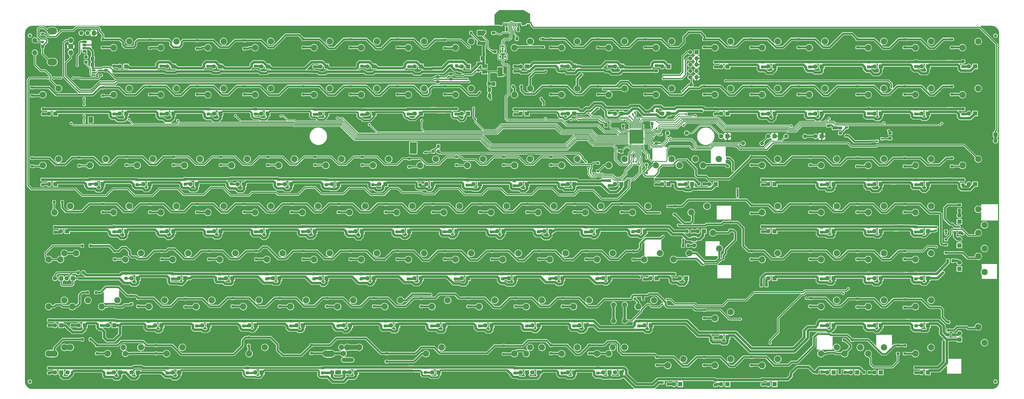
<source format=gbr>
G04 #@! TF.GenerationSoftware,KiCad,Pcbnew,7.0.1*
G04 #@! TF.CreationDate,2023-03-28T01:20:06-04:00*
G04 #@! TF.ProjectId,Boston-keyboard-V08J,426f7374-6f6e-42d6-9b65-79626f617264,rev?*
G04 #@! TF.SameCoordinates,Original*
G04 #@! TF.FileFunction,Copper,L2,Bot*
G04 #@! TF.FilePolarity,Positive*
%FSLAX46Y46*%
G04 Gerber Fmt 4.6, Leading zero omitted, Abs format (unit mm)*
G04 Created by KiCad (PCBNEW 7.0.1) date 2023-03-28 01:20:06*
%MOMM*%
%LPD*%
G01*
G04 APERTURE LIST*
G04 Aperture macros list*
%AMRoundRect*
0 Rectangle with rounded corners*
0 $1 Rounding radius*
0 $2 $3 $4 $5 $6 $7 $8 $9 X,Y pos of 4 corners*
0 Add a 4 corners polygon primitive as box body*
4,1,4,$2,$3,$4,$5,$6,$7,$8,$9,$2,$3,0*
0 Add four circle primitives for the rounded corners*
1,1,$1+$1,$2,$3*
1,1,$1+$1,$4,$5*
1,1,$1+$1,$6,$7*
1,1,$1+$1,$8,$9*
0 Add four rect primitives between the rounded corners*
20,1,$1+$1,$2,$3,$4,$5,0*
20,1,$1+$1,$4,$5,$6,$7,0*
20,1,$1+$1,$6,$7,$8,$9,0*
20,1,$1+$1,$8,$9,$2,$3,0*%
G04 Aperture macros list end*
G04 #@! TA.AperFunction,ComponentPad*
%ADD10R,1.800000X1.800000*%
G04 #@! TD*
G04 #@! TA.AperFunction,ComponentPad*
%ADD11C,1.800000*%
G04 #@! TD*
G04 #@! TA.AperFunction,ComponentPad*
%ADD12R,2.200000X1.800000*%
G04 #@! TD*
G04 #@! TA.AperFunction,ComponentPad*
%ADD13C,1.600000*%
G04 #@! TD*
G04 #@! TA.AperFunction,ComponentPad*
%ADD14O,1.600000X1.600000*%
G04 #@! TD*
G04 #@! TA.AperFunction,WasherPad*
%ADD15C,1.300000*%
G04 #@! TD*
G04 #@! TA.AperFunction,ComponentPad*
%ADD16C,2.000000*%
G04 #@! TD*
G04 #@! TA.AperFunction,ComponentPad*
%ADD17R,1.700000X1.700000*%
G04 #@! TD*
G04 #@! TA.AperFunction,ComponentPad*
%ADD18O,1.700000X1.700000*%
G04 #@! TD*
G04 #@! TA.AperFunction,ComponentPad*
%ADD19C,2.032000*%
G04 #@! TD*
G04 #@! TA.AperFunction,ComponentPad*
%ADD20O,3.900000X2.799999*%
G04 #@! TD*
G04 #@! TA.AperFunction,ComponentPad*
%ADD21R,1.800000X1.070000*%
G04 #@! TD*
G04 #@! TA.AperFunction,ComponentPad*
%ADD22O,1.800000X1.070000*%
G04 #@! TD*
G04 #@! TA.AperFunction,SMDPad,CuDef*
%ADD23RoundRect,0.249999X-0.325001X-0.450001X0.325001X-0.450001X0.325001X0.450001X-0.325001X0.450001X0*%
G04 #@! TD*
G04 #@! TA.AperFunction,SMDPad,CuDef*
%ADD24RoundRect,0.250000X-0.350000X0.250000X-0.350000X-0.250000X0.350000X-0.250000X0.350000X0.250000X0*%
G04 #@! TD*
G04 #@! TA.AperFunction,ComponentPad*
%ADD25C,2.540000*%
G04 #@! TD*
G04 #@! TA.AperFunction,SMDPad,CuDef*
%ADD26RoundRect,0.249999X0.325001X0.450001X-0.325001X0.450001X-0.325001X-0.450001X0.325001X-0.450001X0*%
G04 #@! TD*
G04 #@! TA.AperFunction,SMDPad,CuDef*
%ADD27RoundRect,0.250001X-0.462499X-0.624999X0.462499X-0.624999X0.462499X0.624999X-0.462499X0.624999X0*%
G04 #@! TD*
G04 #@! TA.AperFunction,SMDPad,CuDef*
%ADD28RoundRect,0.249999X-0.450001X0.325001X-0.450001X-0.325001X0.450001X-0.325001X0.450001X0.325001X0*%
G04 #@! TD*
G04 #@! TA.AperFunction,SMDPad,CuDef*
%ADD29RoundRect,0.250000X-0.450000X0.325000X-0.450000X-0.325000X0.450000X-0.325000X0.450000X0.325000X0*%
G04 #@! TD*
G04 #@! TA.AperFunction,SMDPad,CuDef*
%ADD30RoundRect,0.250000X0.325000X0.450000X-0.325000X0.450000X-0.325000X-0.450000X0.325000X-0.450000X0*%
G04 #@! TD*
G04 #@! TA.AperFunction,SMDPad,CuDef*
%ADD31RoundRect,0.250000X0.250000X0.350000X-0.250000X0.350000X-0.250000X-0.350000X0.250000X-0.350000X0*%
G04 #@! TD*
G04 #@! TA.AperFunction,ComponentPad*
%ADD32C,2.400000*%
G04 #@! TD*
G04 #@! TA.AperFunction,SMDPad,CuDef*
%ADD33RoundRect,0.249999X0.450001X-0.325001X0.450001X0.325001X-0.450001X0.325001X-0.450001X-0.325001X0*%
G04 #@! TD*
G04 #@! TA.AperFunction,SMDPad,CuDef*
%ADD34R,2.000000X1.500000*%
G04 #@! TD*
G04 #@! TA.AperFunction,SMDPad,CuDef*
%ADD35R,2.000000X3.800000*%
G04 #@! TD*
G04 #@! TA.AperFunction,SMDPad,CuDef*
%ADD36R,1.550000X0.600000*%
G04 #@! TD*
G04 #@! TA.AperFunction,SMDPad,CuDef*
%ADD37RoundRect,0.300000X0.475000X0.000000X-0.475000X0.000000X-0.475000X0.000000X0.475000X0.000000X0*%
G04 #@! TD*
G04 #@! TA.AperFunction,SMDPad,CuDef*
%ADD38R,1.100000X1.100000*%
G04 #@! TD*
G04 #@! TA.AperFunction,ComponentPad*
%ADD39C,2.200000*%
G04 #@! TD*
G04 #@! TA.AperFunction,SMDPad,CuDef*
%ADD40RoundRect,0.150000X-0.150000X-0.575000X0.150000X-0.575000X0.150000X0.575000X-0.150000X0.575000X0*%
G04 #@! TD*
G04 #@! TA.AperFunction,SMDPad,CuDef*
%ADD41RoundRect,0.075000X-0.075000X-0.650000X0.075000X-0.650000X0.075000X0.650000X-0.075000X0.650000X0*%
G04 #@! TD*
G04 #@! TA.AperFunction,ComponentPad*
%ADD42O,1.300000X1.900000*%
G04 #@! TD*
G04 #@! TA.AperFunction,ComponentPad*
%ADD43O,1.100000X2.200000*%
G04 #@! TD*
G04 #@! TA.AperFunction,SMDPad,CuDef*
%ADD44RoundRect,0.237500X0.287500X0.237500X-0.287500X0.237500X-0.287500X-0.237500X0.287500X-0.237500X0*%
G04 #@! TD*
G04 #@! TA.AperFunction,SMDPad,CuDef*
%ADD45RoundRect,0.250001X-0.624999X0.462499X-0.624999X-0.462499X0.624999X-0.462499X0.624999X0.462499X0*%
G04 #@! TD*
G04 #@! TA.AperFunction,WasherPad*
%ADD46O,5.000000X1.701800*%
G04 #@! TD*
G04 #@! TA.AperFunction,SMDPad,CuDef*
%ADD47RoundRect,0.250000X0.450000X-0.325000X0.450000X0.325000X-0.450000X0.325000X-0.450000X-0.325000X0*%
G04 #@! TD*
G04 #@! TA.AperFunction,SMDPad,CuDef*
%ADD48RoundRect,0.075000X0.662500X0.075000X-0.662500X0.075000X-0.662500X-0.075000X0.662500X-0.075000X0*%
G04 #@! TD*
G04 #@! TA.AperFunction,SMDPad,CuDef*
%ADD49RoundRect,0.075000X0.075000X0.662500X-0.075000X0.662500X-0.075000X-0.662500X0.075000X-0.662500X0*%
G04 #@! TD*
G04 #@! TA.AperFunction,SMDPad,CuDef*
%ADD50RoundRect,0.250000X-0.325000X-0.450000X0.325000X-0.450000X0.325000X0.450000X-0.325000X0.450000X0*%
G04 #@! TD*
G04 #@! TA.AperFunction,SMDPad,CuDef*
%ADD51RoundRect,0.250000X1.450000X-0.400000X1.450000X0.400000X-1.450000X0.400000X-1.450000X-0.400000X0*%
G04 #@! TD*
G04 #@! TA.AperFunction,SMDPad,CuDef*
%ADD52R,1.560000X0.650000*%
G04 #@! TD*
G04 #@! TA.AperFunction,SMDPad,CuDef*
%ADD53R,0.600000X1.550000*%
G04 #@! TD*
G04 #@! TA.AperFunction,ComponentPad*
%ADD54C,0.500000*%
G04 #@! TD*
G04 #@! TA.AperFunction,SMDPad,CuDef*
%ADD55R,1.200000X1.800000*%
G04 #@! TD*
G04 #@! TA.AperFunction,SMDPad,CuDef*
%ADD56RoundRect,0.062500X0.375000X0.062500X-0.375000X0.062500X-0.375000X-0.062500X0.375000X-0.062500X0*%
G04 #@! TD*
G04 #@! TA.AperFunction,SMDPad,CuDef*
%ADD57RoundRect,0.062500X0.062500X0.375000X-0.062500X0.375000X-0.062500X-0.375000X0.062500X-0.375000X0*%
G04 #@! TD*
G04 #@! TA.AperFunction,SMDPad,CuDef*
%ADD58R,5.600000X5.600000*%
G04 #@! TD*
G04 #@! TA.AperFunction,SMDPad,CuDef*
%ADD59R,0.900000X0.800000*%
G04 #@! TD*
G04 #@! TA.AperFunction,SMDPad,CuDef*
%ADD60R,0.650000X1.060000*%
G04 #@! TD*
G04 #@! TA.AperFunction,ViaPad*
%ADD61C,0.800000*%
G04 #@! TD*
G04 #@! TA.AperFunction,ViaPad*
%ADD62C,0.600000*%
G04 #@! TD*
G04 #@! TA.AperFunction,Conductor*
%ADD63C,0.750000*%
G04 #@! TD*
G04 #@! TA.AperFunction,Conductor*
%ADD64C,0.300000*%
G04 #@! TD*
G04 #@! TA.AperFunction,Conductor*
%ADD65C,0.500000*%
G04 #@! TD*
G04 #@! TA.AperFunction,Conductor*
%ADD66C,1.000000*%
G04 #@! TD*
G04 #@! TA.AperFunction,Conductor*
%ADD67C,0.200000*%
G04 #@! TD*
G04 #@! TA.AperFunction,Conductor*
%ADD68C,2.000000*%
G04 #@! TD*
G04 APERTURE END LIST*
D10*
X69657600Y-168280000D03*
D11*
X72197600Y-168280000D03*
D12*
X181420000Y-168280000D03*
D11*
X183960000Y-168280000D03*
D10*
X381595000Y-130180000D03*
D11*
X379055000Y-130180000D03*
D10*
X181570000Y-92080000D03*
D11*
X179030000Y-92080000D03*
D10*
X419695000Y-168280000D03*
D11*
X417155000Y-168280000D03*
D10*
X253007500Y-130180000D03*
D11*
X250467500Y-130180000D03*
D10*
X69657600Y-168280000D03*
D11*
X67117600Y-168280000D03*
D10*
X238720000Y-92080000D03*
D11*
X236180000Y-92080000D03*
D10*
X152995000Y-111130000D03*
D11*
X150455000Y-111130000D03*
D10*
X333970000Y-92080000D03*
D11*
X331430000Y-92080000D03*
D10*
X167282500Y-149230000D03*
D11*
X164742500Y-149230000D03*
D10*
X233957500Y-63505000D03*
D11*
X231417500Y-63505000D03*
D10*
X338732500Y-153992500D03*
D11*
X336192500Y-153992500D03*
D10*
X419695000Y-92080000D03*
D11*
X417155000Y-92080000D03*
D10*
X438745000Y-44429600D03*
D11*
X436205000Y-44429600D03*
D10*
X114895000Y-63505000D03*
D11*
X112355000Y-63505000D03*
D10*
X195857500Y-44455000D03*
D11*
X193317500Y-44455000D03*
D10*
X114895000Y-111130000D03*
D11*
X112355000Y-111130000D03*
D10*
X400645000Y-63530400D03*
D11*
X398105000Y-63530400D03*
D10*
X419695000Y-44429600D03*
D11*
X417155000Y-44429600D03*
D10*
X381595000Y-149230000D03*
D11*
X379055000Y-149230000D03*
D10*
X276820000Y-168280000D03*
D11*
X274280000Y-168280000D03*
D10*
X233995600Y-44455000D03*
D11*
X231455600Y-44455000D03*
D10*
X432395000Y-107320000D03*
D11*
X432395000Y-104780000D03*
D10*
X138707500Y-130180000D03*
D11*
X136167500Y-130180000D03*
D10*
X210145000Y-111130000D03*
D11*
X207605000Y-111130000D03*
D10*
X314915000Y-92062500D03*
D11*
X312375000Y-92062500D03*
D10*
X257770000Y-44455000D03*
D11*
X255230000Y-44455000D03*
D10*
X329207500Y-111130000D03*
D11*
X326667500Y-111130000D03*
D10*
X67270000Y-92080000D03*
D11*
X64730000Y-92080000D03*
D10*
X357782500Y-111130000D03*
D11*
X355242500Y-111130000D03*
D10*
X91082500Y-149230000D03*
D11*
X88542500Y-149230000D03*
D10*
X381595000Y-92080000D03*
D11*
X379055000Y-92080000D03*
D10*
X119657500Y-130180000D03*
D11*
X117117500Y-130180000D03*
D10*
X419695000Y-149230000D03*
D11*
X417155000Y-149230000D03*
D10*
X257770000Y-63505000D03*
D11*
X255230000Y-63505000D03*
D10*
X314920000Y-63500000D03*
D11*
X312380000Y-63500000D03*
D10*
X438745000Y-63479600D03*
D11*
X436205000Y-63479600D03*
D10*
X338732500Y-72712500D03*
D11*
X336192500Y-72712500D03*
D10*
X432395000Y-116845000D03*
D11*
X432395000Y-114305000D03*
D10*
X219670000Y-92080000D03*
D11*
X217130000Y-92080000D03*
D10*
X69651250Y-130180000D03*
D11*
X67111250Y-130180000D03*
D10*
X114895000Y-44455000D03*
D11*
X112355000Y-44455000D03*
D10*
X432395000Y-154945000D03*
D11*
X432395000Y-152405000D03*
D10*
X152995000Y-44455000D03*
D11*
X150455000Y-44455000D03*
D10*
X205382500Y-149230000D03*
D11*
X202842500Y-149230000D03*
D10*
X214907500Y-44455000D03*
D11*
X212367500Y-44455000D03*
D10*
X105370000Y-92080000D03*
D11*
X102830000Y-92080000D03*
D10*
X295870000Y-63505000D03*
D11*
X293330000Y-63505000D03*
D13*
X352700000Y-75600000D03*
D14*
X345080000Y-75600000D03*
D10*
X338745200Y-44455000D03*
D11*
X336205200Y-44455000D03*
D10*
X200620000Y-92080000D03*
D11*
X198080000Y-92080000D03*
D10*
X419695000Y-63530400D03*
D11*
X417155000Y-63530400D03*
D10*
X93463750Y-168280000D03*
D11*
X90923750Y-168280000D03*
D10*
X438745000Y-92080000D03*
D11*
X436205000Y-92080000D03*
D10*
X186332500Y-149230000D03*
D11*
X183792500Y-149230000D03*
D10*
X276820000Y-92080000D03*
D11*
X274280000Y-92080000D03*
D12*
X181570000Y-168280000D03*
D11*
X179030000Y-168280000D03*
D10*
X357782500Y-130180000D03*
D11*
X355242500Y-130180000D03*
D15*
X447000000Y-32000000D03*
D10*
X357782500Y-72712500D03*
D11*
X355242500Y-72712500D03*
D10*
X338732500Y-63500000D03*
D11*
X336192500Y-63500000D03*
D10*
X95845000Y-63505000D03*
D11*
X93305000Y-63505000D03*
D10*
X176807500Y-44455000D03*
D11*
X174267500Y-44455000D03*
D10*
X172045000Y-111130000D03*
D11*
X169505000Y-111130000D03*
D10*
X176807500Y-63505000D03*
D11*
X174267500Y-63505000D03*
D10*
X176807500Y-130180000D03*
D11*
X174267500Y-130180000D03*
D10*
X381595000Y-168280000D03*
D11*
X379055000Y-168280000D03*
D10*
X276820000Y-63505000D03*
D11*
X274280000Y-63505000D03*
D10*
X325238750Y-114305000D03*
D11*
X325238750Y-116845000D03*
D16*
X292750000Y-147400000D03*
X292750000Y-140900000D03*
X297250000Y-147400000D03*
X297250000Y-140900000D03*
D10*
X100594800Y-168305400D03*
D11*
X98054800Y-168305400D03*
D10*
X69651250Y-149230000D03*
D11*
X67111250Y-149230000D03*
D10*
X400645000Y-130180000D03*
D11*
X398105000Y-130180000D03*
D10*
X150609000Y-168262000D03*
D11*
X148069000Y-168262000D03*
D10*
X222060000Y-168265000D03*
D11*
X219520000Y-168265000D03*
D10*
X162520000Y-92080000D03*
D11*
X159980000Y-92080000D03*
D10*
X248245000Y-111130000D03*
D11*
X245705000Y-111130000D03*
D10*
X400645000Y-149230000D03*
D11*
X398105000Y-149230000D03*
D10*
X400645000Y-92080000D03*
D11*
X398105000Y-92080000D03*
D17*
X82825000Y-30950000D03*
D18*
X80285000Y-30950000D03*
X77745000Y-30950000D03*
D10*
X95845000Y-44455000D03*
D11*
X93305000Y-44455000D03*
D15*
X57000000Y-172000000D03*
D10*
X257770000Y-92080000D03*
D11*
X255230000Y-92080000D03*
D10*
X291094800Y-168280000D03*
D11*
X288554800Y-168280000D03*
D10*
X157757500Y-130180000D03*
D11*
X155217500Y-130180000D03*
D10*
X191095000Y-111130000D03*
D11*
X188555000Y-111130000D03*
D17*
X447000000Y-72000000D03*
D18*
X447000000Y-74540000D03*
D10*
X400645000Y-44480400D03*
D11*
X398105000Y-44480400D03*
D10*
X110132500Y-149230000D03*
D11*
X107592500Y-149230000D03*
D10*
X67270000Y-63530400D03*
D11*
X64730000Y-63530400D03*
D10*
X357800000Y-63500000D03*
D11*
X355260000Y-63500000D03*
D10*
X319682500Y-173042500D03*
D11*
X317142500Y-173042500D03*
D10*
X262519800Y-168254600D03*
D11*
X259979800Y-168254600D03*
D10*
X295870000Y-168280000D03*
D11*
X293330000Y-168280000D03*
D10*
X322063750Y-130180000D03*
D11*
X319523750Y-130180000D03*
D10*
X276820000Y-44455000D03*
D11*
X274280000Y-44455000D03*
D10*
X357782500Y-92080000D03*
D11*
X355242500Y-92080000D03*
D10*
X224432500Y-149230000D03*
D11*
X221892500Y-149230000D03*
D10*
X229195000Y-111130000D03*
D11*
X226655000Y-111130000D03*
D10*
X357782500Y-173042500D03*
D11*
X355242500Y-173042500D03*
D10*
X133818000Y-44455000D03*
D11*
X131278000Y-44455000D03*
D15*
X57000000Y-32000000D03*
D10*
X262532500Y-149230000D03*
D11*
X259992500Y-149230000D03*
D10*
X432395000Y-126370000D03*
D11*
X432395000Y-123830000D03*
D10*
X188707400Y-168280000D03*
D11*
X186167400Y-168280000D03*
D10*
X324445000Y-92080000D03*
D11*
X321905000Y-92080000D03*
D10*
X100607500Y-130180000D03*
D11*
X98067500Y-130180000D03*
D10*
X376832500Y-63500000D03*
D11*
X374292500Y-63500000D03*
D10*
X419695000Y-130180000D03*
D11*
X417155000Y-130180000D03*
D10*
X419695000Y-111130000D03*
D11*
X417155000Y-111130000D03*
D10*
X72032500Y-111130000D03*
D11*
X69492500Y-111130000D03*
D10*
X291107500Y-130180000D03*
D11*
X288567500Y-130180000D03*
D10*
X338732500Y-173042500D03*
D11*
X336192500Y-173042500D03*
D10*
X286345000Y-111130000D03*
D11*
X283805000Y-111130000D03*
D19*
X73500000Y-38875000D03*
X73500000Y-33875000D03*
X73500000Y-36375000D03*
D20*
X66000000Y-42625000D03*
X66000000Y-30125000D03*
D19*
X59000000Y-38875000D03*
X59000000Y-33875000D03*
D10*
X307776250Y-149230000D03*
D11*
X305236250Y-149230000D03*
D10*
X152995000Y-63505000D03*
D11*
X150455000Y-63505000D03*
D10*
X272057500Y-130180000D03*
D11*
X269517500Y-130180000D03*
D10*
X124420000Y-92080000D03*
D11*
X121880000Y-92080000D03*
D10*
X233957500Y-130180000D03*
D11*
X231417500Y-130180000D03*
D10*
X117282600Y-168280000D03*
D11*
X114742600Y-168280000D03*
D10*
X314920000Y-44455000D03*
D11*
X312380000Y-44455000D03*
D10*
X257770000Y-168280000D03*
D11*
X255230000Y-168280000D03*
D10*
X133945000Y-63505000D03*
D11*
X131405000Y-63505000D03*
D10*
X129182500Y-149230000D03*
D11*
X126642500Y-149230000D03*
D10*
X305395000Y-111130000D03*
D11*
X302855000Y-111130000D03*
D10*
X295870000Y-44455000D03*
D11*
X293330000Y-44455000D03*
D13*
X370000000Y-72700000D03*
D14*
X362380000Y-72700000D03*
D10*
X214907500Y-130180000D03*
D11*
X212367500Y-130180000D03*
D10*
X79176250Y-149230000D03*
D11*
X76636250Y-149230000D03*
D10*
X400645000Y-168280000D03*
D11*
X398105000Y-168280000D03*
D10*
X281582500Y-149230000D03*
D11*
X279042500Y-149230000D03*
D10*
X357782500Y-44429600D03*
D11*
X355242500Y-44429600D03*
D10*
X143470000Y-92080000D03*
D11*
X140930000Y-92080000D03*
D10*
X391120000Y-168280000D03*
D11*
X388580000Y-168280000D03*
D10*
X310157500Y-130180000D03*
D11*
X307617500Y-130180000D03*
D10*
X295870000Y-92080000D03*
D11*
X293330000Y-92080000D03*
D10*
X95845000Y-111130000D03*
D11*
X93305000Y-111130000D03*
D17*
X326250000Y-38675000D03*
D18*
X323710000Y-38675000D03*
X326250000Y-41215000D03*
X323710000Y-41215000D03*
X326250000Y-43755000D03*
X323710000Y-43755000D03*
X326250000Y-46295000D03*
X323710000Y-46295000D03*
X326250000Y-48835000D03*
X323710000Y-48835000D03*
D21*
X79000000Y-34470000D03*
D22*
X79000000Y-35740000D03*
X79000000Y-37010000D03*
X79000000Y-38280000D03*
D10*
X74413750Y-130180000D03*
D11*
X71873750Y-130180000D03*
D10*
X214907500Y-63505000D03*
D11*
X212367500Y-63505000D03*
D10*
X376832500Y-72712500D03*
D11*
X374292500Y-72712500D03*
D13*
X322220000Y-71400000D03*
D14*
X314600000Y-71400000D03*
D10*
X376832500Y-44480400D03*
D11*
X374292500Y-44480400D03*
D10*
X86320000Y-92080000D03*
D11*
X83780000Y-92080000D03*
D10*
X267295000Y-111130000D03*
D11*
X264755000Y-111130000D03*
D10*
X243482500Y-149230000D03*
D11*
X240942500Y-149230000D03*
D10*
X133945000Y-111130000D03*
D11*
X131405000Y-111130000D03*
D10*
X195857500Y-130180000D03*
D11*
X193317500Y-130180000D03*
D10*
X381595000Y-111130000D03*
D11*
X379055000Y-111130000D03*
D15*
X447000000Y-172000000D03*
D10*
X148232500Y-149230000D03*
D11*
X145692500Y-149230000D03*
D10*
X195857500Y-63505000D03*
D11*
X193317500Y-63505000D03*
D10*
X400645000Y-111130000D03*
D11*
X398105000Y-111130000D03*
D23*
X374855000Y-168121250D03*
X376905000Y-168121250D03*
D24*
X124578750Y-100113750D03*
X124578750Y-103413750D03*
D25*
X278090000Y-81920000D03*
X271740000Y-84460000D03*
D26*
X78625000Y-127900000D03*
X76575000Y-127900000D03*
D27*
X244312500Y-51555000D03*
X247287500Y-51555000D03*
D28*
X148153125Y-109311250D03*
X148153125Y-111361250D03*
D25*
X392390000Y-158120000D03*
X386040000Y-160660000D03*
D27*
X239725000Y-41225000D03*
X242700000Y-41225000D03*
D24*
X238878750Y-100113750D03*
X238878750Y-103413750D03*
D29*
X258250000Y-25800000D03*
X258250000Y-27850000D03*
D30*
X242325000Y-51375000D03*
X240275000Y-51375000D03*
D31*
X255450000Y-52600000D03*
X252150000Y-52600000D03*
D30*
X221955000Y-78800000D03*
X219905000Y-78800000D03*
D24*
X97908750Y-137261250D03*
X97908750Y-140561250D03*
D25*
X254277500Y-120020000D03*
X247927500Y-122560000D03*
D28*
X262453125Y-109311250D03*
X262453125Y-111361250D03*
D24*
X286503750Y-52488750D03*
X286503750Y-55788750D03*
D28*
X157440000Y-90102500D03*
X157440000Y-92152500D03*
D25*
X420965000Y-158120000D03*
X414615000Y-160660000D03*
D28*
X67220000Y-109470000D03*
X67220000Y-111520000D03*
X252690000Y-90737500D03*
X252690000Y-92787500D03*
D32*
X259040000Y-158120000D03*
D25*
X252690000Y-160660000D03*
D33*
X290975000Y-46500000D03*
X290975000Y-44450000D03*
D28*
X190777500Y-128361250D03*
X190777500Y-130411250D03*
D24*
X224591250Y-52488750D03*
X224591250Y-55788750D03*
D33*
X252925000Y-46450000D03*
X252925000Y-44400000D03*
D28*
X276740625Y-147411250D03*
X276740625Y-149461250D03*
D25*
X97115000Y-53345000D03*
X90765000Y-55885000D03*
X306665000Y-100970000D03*
X300315000Y-103510000D03*
D34*
X240650000Y-48925000D03*
X240650000Y-46625000D03*
D35*
X246950000Y-46625000D03*
D34*
X240650000Y-44325000D03*
D24*
X276978750Y-100113750D03*
X276978750Y-103413750D03*
D25*
X216177500Y-34295000D03*
X209827500Y-36835000D03*
D28*
X414853125Y-61686250D03*
X414853125Y-63736250D03*
D24*
X348416250Y-81063750D03*
X348416250Y-84363750D03*
D28*
X171727500Y-128361250D03*
X171727500Y-130411250D03*
X209827500Y-128361250D03*
X209827500Y-130411250D03*
D24*
X57903750Y-52965000D03*
X57903750Y-56265000D03*
D36*
X216800000Y-75585000D03*
D37*
X216800000Y-76855000D03*
X216800000Y-78125000D03*
X216800000Y-79395000D03*
X211400000Y-79395000D03*
X211400000Y-78125000D03*
X211400000Y-76855000D03*
X211400000Y-75585000D03*
D25*
X442555000Y-108590000D03*
X440015000Y-102240000D03*
D29*
X87700000Y-45980000D03*
X87700000Y-48030000D03*
D25*
X340002500Y-53345000D03*
X333652500Y-55885000D03*
X359052500Y-120020000D03*
X352702500Y-122560000D03*
D24*
X348416250Y-33438750D03*
X348416250Y-36738750D03*
D25*
X359052500Y-100970000D03*
X352702500Y-103510000D03*
D24*
X76953750Y-81318750D03*
X76953750Y-84618750D03*
D28*
X243403125Y-109311250D03*
X243403125Y-111361250D03*
D24*
X115053750Y-81063750D03*
X115053750Y-84363750D03*
D28*
X152677500Y-128361250D03*
X152677500Y-130411250D03*
X352940625Y-42636250D03*
X352940625Y-44686250D03*
D38*
X238150000Y-43275000D03*
X238150000Y-46075000D03*
D24*
X205541250Y-52488750D03*
X205541250Y-55788750D03*
D27*
X82262500Y-41325000D03*
X85237500Y-41325000D03*
D25*
X420965000Y-120020000D03*
X414615000Y-122560000D03*
D39*
X94733750Y-158120000D03*
D25*
X88383750Y-160660000D03*
X80446250Y-139070000D03*
X74096250Y-141610000D03*
D24*
X243641250Y-119163750D03*
X243641250Y-122463750D03*
D25*
X139977500Y-120020000D03*
X133627500Y-122560000D03*
D28*
X433903125Y-42398125D03*
X433903125Y-44448125D03*
D25*
X297140000Y-34295000D03*
X290790000Y-36835000D03*
D28*
X219352500Y-147411250D03*
X219352500Y-149461250D03*
D25*
X330477500Y-100970000D03*
X324127500Y-103510000D03*
X130452500Y-139070000D03*
X124102500Y-141610000D03*
D33*
X271900000Y-46375000D03*
X271900000Y-44325000D03*
D24*
X329366250Y-33438750D03*
X329366250Y-36738750D03*
D25*
X263802500Y-139070000D03*
X257452500Y-141610000D03*
X70921250Y-139070000D03*
X64571250Y-141610000D03*
X216177500Y-120020000D03*
X209827500Y-122560000D03*
D24*
X172203750Y-81063750D03*
X172203750Y-84363750D03*
D25*
X182840000Y-81920000D03*
X176490000Y-84460000D03*
D28*
X302934375Y-147411250D03*
X302934375Y-149461250D03*
D25*
X323333964Y-120020000D03*
X316983964Y-122560000D03*
D28*
X81240000Y-90075000D03*
X81240000Y-92125000D03*
D24*
X219828750Y-100113750D03*
X219828750Y-103413750D03*
D25*
X297140000Y-81920000D03*
X290790000Y-84460000D03*
D28*
X228877500Y-128361250D03*
X228877500Y-130411250D03*
D29*
X309950000Y-90165000D03*
X309950000Y-92215000D03*
D30*
X255725000Y-33250000D03*
X253675000Y-33250000D03*
D25*
X154265000Y-53345000D03*
X147915000Y-55885000D03*
D28*
X110053125Y-109311250D03*
X110053125Y-111361250D03*
D25*
X197127500Y-120020000D03*
X190777500Y-122560000D03*
D28*
X333900000Y-171325000D03*
X333900000Y-173375000D03*
X138390000Y-89857500D03*
X138390000Y-91907500D03*
D24*
X57903750Y-81540000D03*
X57903750Y-84840000D03*
D28*
X64809375Y-147173125D03*
X64809375Y-149223125D03*
D25*
X259040160Y-34295000D03*
X252690160Y-36835000D03*
D28*
X414850000Y-166325000D03*
X414850000Y-168375000D03*
D24*
X167441250Y-119163750D03*
X167441250Y-122463750D03*
D25*
X220940000Y-81920000D03*
X214590000Y-84460000D03*
X440015000Y-81920000D03*
X433665000Y-84460000D03*
D31*
X304650000Y-138425000D03*
X301350000Y-138425000D03*
D33*
X110053125Y-46353125D03*
X110053125Y-44303125D03*
D24*
X410328750Y-100113750D03*
X410328750Y-103413750D03*
D23*
X320800625Y-116924375D03*
X322850625Y-116924375D03*
D30*
X296625000Y-68500000D03*
X294575000Y-68500000D03*
D33*
X210060000Y-46630000D03*
X210060000Y-44580000D03*
D25*
X116165000Y-100970000D03*
X109815000Y-103510000D03*
D28*
X352940625Y-109238750D03*
X352940625Y-111288750D03*
D32*
X292377500Y-158120000D03*
D25*
X286027500Y-160660000D03*
X192365000Y-100970000D03*
X186015000Y-103510000D03*
D24*
X61975000Y-31275000D03*
X61975000Y-34575000D03*
D28*
X281503125Y-109383750D03*
X281503125Y-111433750D03*
D25*
X111402500Y-139070000D03*
X105052500Y-141610000D03*
X401915000Y-139070000D03*
X395565000Y-141610000D03*
D28*
X129103125Y-61686250D03*
X129103125Y-63736250D03*
X353020000Y-171075000D03*
X353020000Y-173125000D03*
D25*
X187602500Y-139070000D03*
X181252500Y-141610000D03*
D24*
X367466250Y-33438750D03*
X367466250Y-36738750D03*
D25*
X87590000Y-81920000D03*
X81240000Y-84460000D03*
D28*
X95819600Y-128139000D03*
X95819600Y-130189000D03*
D25*
X316190000Y-81920000D03*
X309840000Y-84460000D03*
D24*
X143628750Y-33915000D03*
X143628750Y-37215000D03*
D28*
X352950000Y-90250000D03*
X352950000Y-92300000D03*
X395803125Y-61520625D03*
X395803125Y-63570625D03*
D25*
X125690000Y-81920000D03*
X119340000Y-84460000D03*
D28*
X91003125Y-61613750D03*
X91003125Y-63663750D03*
X333890625Y-42636250D03*
X333890625Y-44686250D03*
D24*
X427930000Y-147890000D03*
X427930000Y-151190000D03*
D25*
X420965000Y-81920000D03*
X414615000Y-84460000D03*
X440015000Y-53345000D03*
X433665000Y-55885000D03*
X197127606Y-34295000D03*
X190777606Y-36835000D03*
D28*
X266977500Y-128361250D03*
X266977500Y-130411250D03*
D25*
X401915000Y-34295000D03*
X395565000Y-36835000D03*
D28*
X86002500Y-147252500D03*
X86002500Y-149302500D03*
X414900000Y-147375000D03*
X414900000Y-149425000D03*
D24*
X205541250Y-33438750D03*
X205541250Y-36738750D03*
D28*
X352940625Y-61686250D03*
X352940625Y-63736250D03*
D25*
X382865000Y-158120000D03*
X376515000Y-160660000D03*
X154265000Y-34295000D03*
X147915000Y-36835000D03*
D24*
X317460000Y-101066250D03*
X317460000Y-104366250D03*
D28*
X124340625Y-147411250D03*
X124340625Y-149461250D03*
D24*
X124578750Y-52488750D03*
X124578750Y-55788750D03*
D29*
X79660000Y-40640000D03*
X79660000Y-42690000D03*
D24*
X84097500Y-157263750D03*
X84097500Y-160563750D03*
D28*
X229115625Y-61613750D03*
X229115625Y-63663750D03*
D25*
X273327500Y-120020000D03*
X266977500Y-122560000D03*
D28*
X333900000Y-152175000D03*
X333900000Y-154225000D03*
D25*
X235227500Y-53345000D03*
X228877500Y-55885000D03*
D40*
X248487000Y-27575000D03*
X249287000Y-27575000D03*
D41*
X250487000Y-27575000D03*
X251483000Y-27575000D03*
X251987000Y-27575000D03*
X252987000Y-27575000D03*
D40*
X254987000Y-27575000D03*
X254187000Y-27575000D03*
D41*
X253487000Y-27575000D03*
X252487000Y-27575000D03*
X250987000Y-27575000D03*
X249987000Y-27575000D03*
D42*
X247437000Y-22600000D03*
D43*
X247437000Y-26800000D03*
D42*
X256037000Y-22600000D03*
D43*
X256037000Y-26800000D03*
D25*
X401915000Y-120020000D03*
X395565000Y-122560000D03*
D28*
X62428125Y-61686250D03*
X62428125Y-63736250D03*
D25*
X278090000Y-34295000D03*
X271740000Y-36835000D03*
X340002500Y-143832500D03*
X333652500Y-146372500D03*
D28*
X186253125Y-109311250D03*
X186253125Y-111361250D03*
D31*
X81461250Y-117003750D03*
X78161250Y-117003750D03*
D28*
X214590000Y-90261250D03*
X214590000Y-92311250D03*
D24*
X348416250Y-162026250D03*
X348416250Y-165326250D03*
D25*
X206652500Y-139070000D03*
X200302500Y-141610000D03*
X223321250Y-158120000D03*
X216971250Y-160660000D03*
D24*
X124578750Y-33915000D03*
X124578750Y-37215000D03*
D44*
X242175000Y-39225000D03*
X240425000Y-39225000D03*
D25*
X335398750Y-118115000D03*
X332858750Y-111765000D03*
D28*
X271978125Y-61686250D03*
X271978125Y-63736250D03*
D23*
X427718750Y-123036250D03*
X429768750Y-123036250D03*
D24*
X91241250Y-119163750D03*
X91241250Y-122463750D03*
D23*
X322467500Y-111130000D03*
X324517500Y-111130000D03*
D28*
X433850000Y-90250000D03*
X433850000Y-92300000D03*
D24*
X339900000Y-107550000D03*
X339900000Y-110850000D03*
D25*
X178077500Y-53345000D03*
X171727500Y-55885000D03*
X442555000Y-127640000D03*
X440015000Y-121290000D03*
X335240000Y-81920000D03*
X328890000Y-84460000D03*
D24*
X119816250Y-138435000D03*
X119816250Y-141735000D03*
D23*
X352425000Y-132875000D03*
X354475000Y-132875000D03*
D28*
X129103125Y-109311250D03*
X129103125Y-111361250D03*
D25*
X185221250Y-158120000D03*
X178871250Y-160660000D03*
D24*
X296028750Y-100113750D03*
X296028750Y-103413750D03*
D28*
X64809375Y-166461250D03*
X64809375Y-168511250D03*
D24*
X86478750Y-52965000D03*
X86478750Y-56265000D03*
D25*
X178077590Y-34295000D03*
X171727590Y-36835000D03*
X287615000Y-100970000D03*
X281265000Y-103510000D03*
D23*
X308275000Y-62275000D03*
X310325000Y-62275000D03*
D28*
X395803125Y-109311250D03*
X395803125Y-111361250D03*
X317140000Y-128545000D03*
X317140000Y-130595000D03*
D25*
X401915000Y-100970000D03*
X395565000Y-103510000D03*
D24*
X329366250Y-142976250D03*
X329366250Y-146276250D03*
D25*
X116165000Y-34295000D03*
X109815000Y-36835000D03*
D45*
X382000000Y-69312500D03*
X382000000Y-72287500D03*
D25*
X235227500Y-120020000D03*
X228877500Y-122560000D03*
D24*
X348416250Y-119163750D03*
X348416250Y-122463750D03*
D25*
X135215000Y-100970000D03*
X128865000Y-103510000D03*
X197127500Y-53345000D03*
X190777500Y-55885000D03*
D24*
X429378750Y-52488750D03*
X429378750Y-55788750D03*
D25*
X151883750Y-158120000D03*
X145533750Y-160660000D03*
D28*
X171965625Y-61851875D03*
X171965625Y-63901875D03*
X162440625Y-147411250D03*
X162440625Y-149461250D03*
X376753125Y-90261250D03*
X376753125Y-92311250D03*
X247927500Y-128361250D03*
X247927500Y-130411250D03*
D46*
X185380000Y-163200000D03*
D39*
X182840000Y-158120000D03*
D25*
X176490000Y-160660000D03*
D28*
X200540625Y-147411250D03*
X200540625Y-149461250D03*
D24*
X306020000Y-84180000D03*
X306020000Y-87480000D03*
X129341250Y-119163750D03*
X129341250Y-122463750D03*
D25*
X401915000Y-158120000D03*
X395565000Y-160660000D03*
D47*
X310030000Y-75560000D03*
X310030000Y-73510000D03*
D28*
X114717200Y-128361250D03*
X114717200Y-130411250D03*
D25*
X168552500Y-139070000D03*
X162202500Y-141610000D03*
X340002500Y-162882500D03*
X333652500Y-165422500D03*
X73302500Y-100970000D03*
X66952500Y-103510000D03*
D28*
X395803125Y-128361250D03*
X395803125Y-130411250D03*
X205303125Y-109311250D03*
X205303125Y-111361250D03*
D33*
X191015625Y-46353125D03*
X191015625Y-44303125D03*
D28*
X333890625Y-61686250D03*
X333890625Y-63736250D03*
D24*
X329366250Y-162026250D03*
X329366250Y-165326250D03*
X372228750Y-100113750D03*
X372228750Y-103413750D03*
D25*
X97115000Y-100970000D03*
X90765000Y-103510000D03*
D24*
X338800000Y-81550000D03*
X338800000Y-84850000D03*
D28*
X224353125Y-109311250D03*
X224353125Y-111361250D03*
D25*
X68540000Y-53345000D03*
X62190000Y-55885000D03*
X316190000Y-34295000D03*
X309840000Y-36835000D03*
D24*
X176966250Y-138213750D03*
X176966250Y-141513750D03*
X248403750Y-81063750D03*
X248403750Y-84363750D03*
D25*
X359052500Y-162882500D03*
X352702500Y-165422500D03*
X259040000Y-81920000D03*
X252690000Y-84460000D03*
X97115000Y-34295000D03*
X90765000Y-36835000D03*
D24*
X138866250Y-138213750D03*
X138866250Y-141513750D03*
D27*
X289642500Y-68085000D03*
X292617500Y-68085000D03*
D25*
X144740000Y-81920000D03*
X138390000Y-84460000D03*
D28*
X286027500Y-128361250D03*
X286027500Y-130411250D03*
X271978125Y-166461250D03*
X271978125Y-168511250D03*
D23*
X384062500Y-168280000D03*
X386112500Y-168280000D03*
D28*
X133627500Y-128361250D03*
X133627500Y-130411250D03*
X105052500Y-147649375D03*
X105052500Y-149699375D03*
D24*
X372228750Y-138213750D03*
X372228750Y-141513750D03*
D28*
X167203125Y-109238750D03*
X167203125Y-111288750D03*
D24*
X305553750Y-33438750D03*
X305553750Y-36738750D03*
D25*
X442555000Y-118115000D03*
X440015000Y-111765000D03*
X359052500Y-53345000D03*
X352702500Y-55885000D03*
D28*
X395803125Y-42636250D03*
X395803125Y-44686250D03*
D25*
X225702500Y-139070000D03*
X219352500Y-141610000D03*
D24*
X391278750Y-52488750D03*
X391278750Y-55788750D03*
X281741250Y-119163750D03*
X281741250Y-122463750D03*
X286410000Y-83485000D03*
X286410000Y-86785000D03*
D28*
X181490625Y-147411250D03*
X181490625Y-149461250D03*
D25*
X359052500Y-34295000D03*
X352702500Y-36835000D03*
D28*
X432450000Y-100535000D03*
X432450000Y-102585000D03*
D24*
X210250000Y-81775000D03*
X210250000Y-85075000D03*
X348416250Y-52488750D03*
X348416250Y-55788750D03*
D28*
X314790000Y-170990000D03*
X314790000Y-173040000D03*
D24*
X267453750Y-157263750D03*
X267453750Y-160563750D03*
D25*
X70921250Y-120020000D03*
X64571250Y-122560000D03*
D24*
X224591250Y-33693750D03*
X224591250Y-36993750D03*
D25*
X278090000Y-158120000D03*
X271740000Y-160660000D03*
D28*
X195540000Y-90261250D03*
X195540000Y-92311250D03*
X74096250Y-147173125D03*
X74096250Y-149223125D03*
D25*
X73302500Y-158120000D03*
X66952500Y-160660000D03*
X118546250Y-158120000D03*
X112196250Y-160660000D03*
X378102500Y-34295000D03*
X371752500Y-36835000D03*
X440015000Y-34295000D03*
X433665000Y-36835000D03*
X311427500Y-120020000D03*
X305077500Y-122560000D03*
X401915000Y-81920000D03*
X395565000Y-84460000D03*
D24*
X257928750Y-100113750D03*
X257928750Y-103413750D03*
D28*
X143390625Y-147411250D03*
X143390625Y-149461250D03*
D24*
X186491250Y-119163750D03*
X186491250Y-122463750D03*
D25*
X135215000Y-34295000D03*
X128865000Y-36835000D03*
X92352500Y-139070000D03*
X86002500Y-141610000D03*
X239990000Y-81920000D03*
X233640000Y-84460000D03*
D28*
X371990625Y-61686250D03*
X371990625Y-63736250D03*
X371990625Y-42636250D03*
X371990625Y-44686250D03*
D25*
X340002500Y-34295000D03*
X333652500Y-36835000D03*
D24*
X186491250Y-52488750D03*
X186491250Y-55788750D03*
X391278750Y-119163750D03*
X391278750Y-122463750D03*
D25*
X149502500Y-139070000D03*
X143152500Y-141610000D03*
D24*
X215066250Y-138213750D03*
X215066250Y-141513750D03*
D25*
X420965000Y-139070000D03*
X414615000Y-141610000D03*
D31*
X235150000Y-30825000D03*
X231850000Y-30825000D03*
D25*
X106640000Y-81920000D03*
X100290000Y-84460000D03*
D28*
X395800000Y-90300000D03*
X395800000Y-92350000D03*
D25*
X68540000Y-81920000D03*
X62190000Y-84460000D03*
D28*
X291000000Y-61175000D03*
X291000000Y-63225000D03*
X238640625Y-147411250D03*
X238640625Y-149461250D03*
D27*
X242612500Y-53925000D03*
X245587500Y-53925000D03*
D24*
X348416250Y-100590000D03*
X348416250Y-103890000D03*
D29*
X319325000Y-90150000D03*
X319325000Y-92200000D03*
D28*
X175200000Y-166400000D03*
X175200000Y-168450000D03*
D24*
X391200000Y-81540000D03*
X391200000Y-84840000D03*
D25*
X75683750Y-120020000D03*
X69333750Y-122560000D03*
D28*
X414875000Y-90300000D03*
X414875000Y-92350000D03*
D33*
X171965625Y-46591250D03*
X171965625Y-44541250D03*
D24*
X429378750Y-33438750D03*
X429378750Y-36738750D03*
X196016250Y-138213750D03*
X196016250Y-141513750D03*
D25*
X159027500Y-120020000D03*
X152677500Y-122560000D03*
D24*
X283000000Y-157263750D03*
X283000000Y-160563750D03*
D25*
X278090000Y-53345000D03*
X271740000Y-55885000D03*
X178077500Y-120020000D03*
X171727500Y-122560000D03*
D24*
X410328750Y-33438750D03*
X410328750Y-36738750D03*
D25*
X420965000Y-100970000D03*
X414615000Y-103510000D03*
D28*
X209827500Y-61686250D03*
X209827500Y-63736250D03*
D25*
X244752500Y-139070000D03*
X238402500Y-141610000D03*
D24*
X410400000Y-157350000D03*
X410400000Y-160650000D03*
D31*
X389050000Y-155100000D03*
X385750000Y-155100000D03*
D25*
X116165000Y-53345000D03*
X109815000Y-55885000D03*
D24*
X167441250Y-33438750D03*
X167441250Y-36738750D03*
D27*
X242612500Y-56325000D03*
X245587500Y-56325000D03*
D48*
X306122500Y-70120000D03*
X306122500Y-70620000D03*
X306122500Y-71120000D03*
X306122500Y-71620000D03*
X306122500Y-72120000D03*
X306122500Y-72620000D03*
X306122500Y-73120000D03*
X306122500Y-73620000D03*
X306122500Y-74120000D03*
X306122500Y-74620000D03*
X306122500Y-75120000D03*
X306122500Y-75620000D03*
D49*
X304710000Y-77032500D03*
X304210000Y-77032500D03*
X303710000Y-77032500D03*
X303210000Y-77032500D03*
X302710000Y-77032500D03*
X302210000Y-77032500D03*
X301710000Y-77032500D03*
X301210000Y-77032500D03*
X300710000Y-77032500D03*
X300210000Y-77032500D03*
X299710000Y-77032500D03*
X299210000Y-77032500D03*
D48*
X297797500Y-75620000D03*
X297797500Y-75120000D03*
X297797500Y-74620000D03*
X297797500Y-74120000D03*
X297797500Y-73620000D03*
X297797500Y-73120000D03*
X297797500Y-72620000D03*
X297797500Y-72120000D03*
X297797500Y-71620000D03*
X297797500Y-71120000D03*
X297797500Y-70620000D03*
X297797500Y-70120000D03*
D49*
X299210000Y-68707500D03*
X299710000Y-68707500D03*
X300210000Y-68707500D03*
X300710000Y-68707500D03*
X301210000Y-68707500D03*
X301710000Y-68707500D03*
X302210000Y-68707500D03*
X302710000Y-68707500D03*
X303210000Y-68707500D03*
X303710000Y-68707500D03*
X304210000Y-68707500D03*
X304710000Y-68707500D03*
D29*
X144820000Y-166390000D03*
X144820000Y-168440000D03*
D24*
X153153750Y-81063750D03*
X153153750Y-84363750D03*
D25*
X263802500Y-158120000D03*
D32*
X257452500Y-160660000D03*
D24*
X200778750Y-100113750D03*
X200778750Y-103413750D03*
X234116250Y-138213750D03*
X234116250Y-141513750D03*
X372228750Y-81063750D03*
X372228750Y-84363750D03*
X391278750Y-138468750D03*
X391278750Y-141768750D03*
D33*
X128865000Y-46425625D03*
X128865000Y-44375625D03*
D25*
X154265000Y-100970000D03*
X147915000Y-103510000D03*
D24*
X186491250Y-33438750D03*
X186491250Y-36738750D03*
D25*
X382865000Y-100970000D03*
X376515000Y-103510000D03*
D24*
X267453750Y-81063750D03*
X267453750Y-84363750D03*
X110291250Y-119163750D03*
X110291250Y-122463750D03*
D28*
X376753125Y-128361250D03*
X376753125Y-130411250D03*
D25*
X259040000Y-53345000D03*
X252690000Y-55885000D03*
D24*
X100766250Y-138213750D03*
X100766250Y-141513750D03*
D29*
X384300000Y-69400000D03*
X384300000Y-71450000D03*
D24*
X372228750Y-119163750D03*
X372228750Y-122463750D03*
D25*
X316190000Y-53345000D03*
X309840000Y-55885000D03*
D24*
X429378750Y-81540000D03*
X429378750Y-84840000D03*
X229353750Y-81063750D03*
X229353750Y-84363750D03*
X329366250Y-52488750D03*
X329366250Y-55788750D03*
D25*
X235227500Y-34295000D03*
X228877500Y-36835000D03*
D24*
X391278750Y-33438750D03*
X391278750Y-36738750D03*
D28*
X300553125Y-109311250D03*
X300553125Y-111361250D03*
X88621875Y-166461250D03*
X88621875Y-168511250D03*
D25*
X382865000Y-120020000D03*
X376515000Y-122560000D03*
X297140000Y-53345000D03*
X290790000Y-55885000D03*
X268565000Y-100970000D03*
X262215000Y-103510000D03*
D26*
X432595000Y-111820000D03*
X430545000Y-111820000D03*
D24*
X157916250Y-138213750D03*
X157916250Y-141513750D03*
D31*
X81450000Y-154900000D03*
X78150000Y-154900000D03*
D50*
X219890000Y-76760000D03*
X221940000Y-76760000D03*
D31*
X70031250Y-99382500D03*
X66731250Y-99382500D03*
D25*
X292377500Y-120020000D03*
X286027500Y-122560000D03*
D31*
X83650000Y-135900000D03*
X80350000Y-135900000D03*
D25*
X163790000Y-81920000D03*
X157440000Y-84460000D03*
D29*
X244800000Y-38500000D03*
X244800000Y-40550000D03*
D23*
X393905000Y-168280000D03*
X395955000Y-168280000D03*
D28*
X110053125Y-61686250D03*
X110053125Y-63736250D03*
D25*
X101877500Y-120020000D03*
X95527500Y-122560000D03*
D24*
X167441250Y-52488750D03*
X167441250Y-55788750D03*
D25*
X378102500Y-53345000D03*
X371752500Y-55885000D03*
D50*
X295885000Y-78875000D03*
X297935000Y-78875000D03*
D25*
X120927500Y-120020000D03*
X114577500Y-122560000D03*
D28*
X414853125Y-109383750D03*
X414853125Y-111433750D03*
D24*
X367466250Y-52488750D03*
X367466250Y-55788750D03*
D51*
X239400000Y-35050000D03*
X239400000Y-30600000D03*
D28*
X305240000Y-128525000D03*
X305240000Y-130575000D03*
X119750000Y-90025000D03*
X119750000Y-92075000D03*
D47*
X379590000Y-70505000D03*
X379590000Y-68455000D03*
D28*
X414853125Y-128361250D03*
X414853125Y-130411250D03*
D30*
X308225000Y-67625000D03*
X306175000Y-67625000D03*
D25*
X249515000Y-100970000D03*
X243165000Y-103510000D03*
X382865000Y-139070000D03*
X376515000Y-141610000D03*
D52*
X85450000Y-46075000D03*
X85450000Y-47025000D03*
X85450000Y-47975000D03*
X82750000Y-47975000D03*
X82750000Y-47025000D03*
X82750000Y-46075000D03*
D25*
X420965000Y-34295000D03*
X414615000Y-36835000D03*
D27*
X82237500Y-43725000D03*
X85212500Y-43725000D03*
D24*
X264200000Y-33300000D03*
X264200000Y-36600000D03*
X205541250Y-119163750D03*
X205541250Y-122463750D03*
D25*
X101877500Y-158120000D03*
D39*
X95527500Y-160660000D03*
D24*
X386800000Y-69150000D03*
X386800000Y-72450000D03*
D28*
X257690625Y-147411250D03*
X257690625Y-149461250D03*
D24*
X170720000Y-157211000D03*
X170720000Y-160511000D03*
D47*
X221720000Y-50695000D03*
X221720000Y-48645000D03*
D24*
X272216250Y-138213750D03*
X272216250Y-141513750D03*
D28*
X191015625Y-61924375D03*
X191015625Y-63974375D03*
X376753125Y-109476875D03*
X376753125Y-111526875D03*
D24*
X96003750Y-81063750D03*
X96003750Y-84363750D03*
D28*
X252900000Y-61795000D03*
X252900000Y-63845000D03*
D53*
X80900000Y-66500000D03*
X79900000Y-66500000D03*
X78900000Y-66500000D03*
X77900000Y-66500000D03*
D54*
X82800000Y-70975000D03*
X82800000Y-70375000D03*
X82800000Y-69775000D03*
D55*
X82500000Y-70375000D03*
D54*
X82200000Y-70975000D03*
X82200000Y-70375000D03*
X82200000Y-69775000D03*
X76600000Y-70975000D03*
X76600000Y-70375000D03*
X76600000Y-69775000D03*
D55*
X76300000Y-70375000D03*
D54*
X76000000Y-70975000D03*
X76000000Y-70375000D03*
X76000000Y-69775000D03*
D24*
X191253750Y-81063750D03*
X191253750Y-84363750D03*
X253166250Y-138213750D03*
X253166250Y-141513750D03*
X407600000Y-157350000D03*
X407600000Y-160650000D03*
X410328750Y-81540000D03*
X410328750Y-84840000D03*
D25*
X216177500Y-53345000D03*
X209827500Y-55885000D03*
D24*
X107910000Y-157263750D03*
X107910000Y-160563750D03*
D25*
X309046250Y-139070000D03*
X302696250Y-141610000D03*
D24*
X201100000Y-160575000D03*
X201100000Y-163875000D03*
D33*
X310000000Y-46200000D03*
X310000000Y-44150000D03*
D25*
X135215000Y-53345000D03*
X128865000Y-55885000D03*
D28*
X233610000Y-90415000D03*
X233610000Y-92465000D03*
X376800000Y-147375000D03*
X376800000Y-149425000D03*
D24*
X427000000Y-116550000D03*
X427000000Y-119850000D03*
X86478750Y-33438750D03*
X86478750Y-36738750D03*
D28*
X176648750Y-90261250D03*
X176648750Y-92311250D03*
D25*
X282852500Y-139070000D03*
X276502500Y-141610000D03*
D24*
X162678750Y-100113750D03*
X162678750Y-103413750D03*
X267453750Y-33438750D03*
X267453750Y-36738750D03*
X410328750Y-52488750D03*
X410328750Y-55788750D03*
D25*
X325715000Y-81920000D03*
X319365000Y-84460000D03*
X401915000Y-53345000D03*
X395565000Y-55885000D03*
D28*
X112434375Y-166461250D03*
X112434375Y-168511250D03*
D30*
X62100000Y-36325000D03*
X60050000Y-36325000D03*
D24*
X224591250Y-119163750D03*
X224591250Y-122463750D03*
D25*
X211415000Y-100970000D03*
X205065000Y-103510000D03*
D56*
X305397500Y-70120000D03*
X305397500Y-70620000D03*
X305397500Y-71120000D03*
X305397500Y-71620000D03*
X305397500Y-72120000D03*
X305397500Y-72620000D03*
X305397500Y-73120000D03*
X305397500Y-73620000D03*
X305397500Y-74120000D03*
X305397500Y-74620000D03*
X305397500Y-75120000D03*
X305397500Y-75620000D03*
D57*
X304710000Y-76307500D03*
X304210000Y-76307500D03*
X303710000Y-76307500D03*
X303210000Y-76307500D03*
X302710000Y-76307500D03*
X302210000Y-76307500D03*
X301710000Y-76307500D03*
X301210000Y-76307500D03*
X300710000Y-76307500D03*
X300210000Y-76307500D03*
X299710000Y-76307500D03*
X299210000Y-76307500D03*
D56*
X298522500Y-75620000D03*
X298522500Y-75120000D03*
X298522500Y-74620000D03*
X298522500Y-74120000D03*
X298522500Y-73620000D03*
X298522500Y-73120000D03*
X298522500Y-72620000D03*
X298522500Y-72120000D03*
X298522500Y-71620000D03*
X298522500Y-71120000D03*
X298522500Y-70620000D03*
X298522500Y-70120000D03*
D57*
X299210000Y-69432500D03*
X299710000Y-69432500D03*
X300210000Y-69432500D03*
X300710000Y-69432500D03*
X301210000Y-69432500D03*
X301710000Y-69432500D03*
X302210000Y-69432500D03*
X302710000Y-69432500D03*
X303210000Y-69432500D03*
X303710000Y-69432500D03*
X304210000Y-69432500D03*
X304710000Y-69432500D03*
D58*
X301960000Y-72870000D03*
D24*
X145373000Y-154117000D03*
X145373000Y-157417000D03*
D25*
X382865000Y-81920000D03*
X376515000Y-84460000D03*
D28*
X395850000Y-147375000D03*
X395850000Y-149425000D03*
D24*
X300800000Y-119250000D03*
X300800000Y-122550000D03*
D25*
X189983750Y-158120000D03*
D39*
X183633750Y-160660000D03*
D28*
X252928125Y-166461250D03*
X252928125Y-168511250D03*
D25*
X320952500Y-162882500D03*
X314602500Y-165422500D03*
D24*
X105528750Y-100113750D03*
X105528750Y-103413750D03*
D28*
X91003125Y-109311250D03*
X91003125Y-111361250D03*
D50*
X324175000Y-51825000D03*
X326225000Y-51825000D03*
D25*
X442555000Y-156215000D03*
X440015000Y-149865000D03*
D28*
X62190000Y-90261250D03*
X62190000Y-92311250D03*
D24*
X181728750Y-100113750D03*
X181728750Y-103413750D03*
D28*
X291050000Y-90595000D03*
X291050000Y-92645000D03*
D47*
X227040000Y-49515000D03*
X227040000Y-47465000D03*
D28*
X286370400Y-166433200D03*
X286370400Y-168483200D03*
D24*
X267453750Y-52488750D03*
X267453750Y-55788750D03*
X310316250Y-162026250D03*
X310316250Y-165326250D03*
X134103750Y-81063750D03*
X134103750Y-84363750D03*
X86478750Y-100090000D03*
X86478750Y-103390000D03*
D29*
X216710000Y-166240000D03*
X216710000Y-168290000D03*
D28*
X272010000Y-90305000D03*
X272010000Y-92355000D03*
X433903125Y-61686250D03*
X433903125Y-63736250D03*
D59*
X399175000Y-74675000D03*
X399175000Y-72775000D03*
X401175000Y-73725000D03*
D28*
X100290000Y-90261250D03*
X100290000Y-92311250D03*
D24*
X148391250Y-119163750D03*
X148391250Y-122463750D03*
D25*
X70921250Y-158120000D03*
X64571250Y-160660000D03*
D24*
X305553750Y-52488750D03*
X305553750Y-55788750D03*
D25*
X359052500Y-81920000D03*
X352702500Y-84460000D03*
D24*
X105528750Y-52488750D03*
X105528750Y-55788750D03*
X143628750Y-100113750D03*
X143628750Y-103413750D03*
X262691250Y-119163750D03*
X262691250Y-122463750D03*
D29*
X244200000Y-28825000D03*
X244200000Y-30875000D03*
D24*
X410328750Y-138690000D03*
X410328750Y-141990000D03*
D25*
X201890000Y-81920000D03*
X195540000Y-84460000D03*
D33*
X148153125Y-46353125D03*
X148153125Y-44303125D03*
D60*
X248920000Y-40525000D03*
X247970000Y-40525000D03*
X247020000Y-40525000D03*
X247020000Y-38325000D03*
X247970000Y-38325000D03*
X248920000Y-38325000D03*
D33*
X91003125Y-46353125D03*
X91003125Y-44303125D03*
D28*
X414853125Y-42398125D03*
X414853125Y-44448125D03*
X148153125Y-61686250D03*
X148153125Y-63736250D03*
D25*
X420965000Y-53345000D03*
X414615000Y-55885000D03*
D29*
X404400000Y-71500000D03*
X404400000Y-73550000D03*
D50*
X327200000Y-92025000D03*
X329250000Y-92025000D03*
D24*
X248403750Y-157485000D03*
X248403750Y-160785000D03*
D23*
X427925000Y-153050000D03*
X429975000Y-153050000D03*
D24*
X410328750Y-119163750D03*
X410328750Y-122463750D03*
X427000000Y-111150000D03*
X427000000Y-114450000D03*
X391278750Y-100113750D03*
X391278750Y-103413750D03*
X286503750Y-33438750D03*
X286503750Y-36738750D03*
X143628750Y-52488750D03*
X143628750Y-55788750D03*
D25*
X297140000Y-158120000D03*
D32*
X290790000Y-160660000D03*
D23*
X227275000Y-44225000D03*
X229325000Y-44225000D03*
D25*
X173315000Y-100970000D03*
X166965000Y-103510000D03*
D24*
X105528750Y-33693750D03*
X105528750Y-36993750D03*
D25*
X230465000Y-100970000D03*
X224115000Y-103510000D03*
D61*
X312670000Y-113200000D03*
X297800000Y-119300000D03*
X427000000Y-112325000D03*
X300700000Y-83000000D03*
X423080000Y-117440000D03*
X318940902Y-108689100D03*
X240000000Y-31625000D03*
X254200000Y-28925000D03*
D62*
X243600000Y-38125000D03*
D61*
X249600000Y-29025000D03*
X238200000Y-31625000D03*
X249600000Y-29925000D03*
X239100000Y-31625000D03*
X247900000Y-37225000D03*
X254200000Y-29925000D03*
X297250000Y-66375000D03*
X313000000Y-48000000D03*
X298660000Y-67140000D03*
X312775000Y-49400000D03*
X305972500Y-81512500D03*
X304400000Y-161000000D03*
X370600000Y-138250000D03*
X343900000Y-146700000D03*
X342800000Y-97100000D03*
X294300000Y-138690000D03*
X342800000Y-94100000D03*
X284640000Y-87885000D03*
X340900000Y-86400000D03*
X314643750Y-101066250D03*
X302413750Y-100113750D03*
X311300000Y-103700000D03*
X301800000Y-83000000D03*
X303057500Y-84142500D03*
X305040000Y-86645000D03*
X255450000Y-54025000D03*
X238700000Y-54800000D03*
X301400000Y-63025000D03*
X302811250Y-52488750D03*
X300500000Y-63750000D03*
X300140000Y-35660000D03*
X234500000Y-36625000D03*
D62*
X263160000Y-33445000D03*
D61*
X69400000Y-49125000D03*
X74400000Y-49125000D03*
X64300000Y-49075000D03*
X66700000Y-49125000D03*
X307420000Y-77385000D03*
X315500000Y-74325000D03*
X312400000Y-140625000D03*
X314400000Y-138725000D03*
X390000000Y-74900000D03*
X387500000Y-134425000D03*
X403800000Y-70425000D03*
X320550000Y-54475000D03*
X337975000Y-50250000D03*
X404950000Y-52900000D03*
X308530000Y-73415000D03*
X220783740Y-110491260D03*
X406533740Y-91441260D03*
X302862500Y-61962500D03*
X213000000Y-78125000D03*
X312410000Y-172350000D03*
X406356240Y-110418760D03*
X328337500Y-62487500D03*
X213000000Y-76840000D03*
X410444990Y-129580010D03*
X426508740Y-62866260D03*
X314071260Y-110491260D03*
X426133740Y-91441260D03*
X304950000Y-44925000D03*
X411219990Y-148555010D03*
X427858740Y-62866260D03*
X427008740Y-43816260D03*
X221690010Y-45209990D03*
X223083740Y-129541260D03*
X317520000Y-91420000D03*
X224233740Y-129541260D03*
X209555010Y-91444990D03*
X213000000Y-75525000D03*
X423045000Y-110810000D03*
X223250000Y-62825000D03*
X303200000Y-129810000D03*
X409444990Y-129580010D03*
X222100000Y-62825000D03*
X211300000Y-91425000D03*
X213083740Y-148591260D03*
X222715010Y-45209990D03*
X213956240Y-167568760D03*
X210433740Y-91441260D03*
X425850000Y-127860000D03*
X214083740Y-148591260D03*
X219000000Y-110500000D03*
X224350000Y-62825000D03*
X219883740Y-110491260D03*
X410269990Y-148555010D03*
X407356240Y-110418760D03*
X428158740Y-43816260D03*
X427633740Y-91441260D03*
X311350000Y-172350000D03*
X212906240Y-167568760D03*
X405533740Y-91441260D03*
X282590000Y-85670000D03*
X281650000Y-83125000D03*
X361800000Y-89025000D03*
X339700000Y-41325000D03*
X175900000Y-100625000D03*
D62*
X300700000Y-72925000D03*
D61*
X148500000Y-130825000D03*
D62*
X438100000Y-97075000D03*
D61*
X126000000Y-115425000D03*
X218700000Y-69925000D03*
X216600000Y-101525000D03*
X130800000Y-88825000D03*
X357900000Y-51125000D03*
X409200000Y-137625000D03*
X176200000Y-34225000D03*
X200200000Y-37525000D03*
X361500000Y-41325000D03*
X318300000Y-35725000D03*
X154100000Y-47825000D03*
X248900000Y-141725000D03*
D62*
X289300000Y-71875000D03*
X324900000Y-95025000D03*
D61*
X219700000Y-54925000D03*
D62*
X269300000Y-67225000D03*
D61*
X141150000Y-60675000D03*
X233000000Y-122425000D03*
X418200000Y-141325000D03*
X361900000Y-56725000D03*
X202100000Y-127225000D03*
X392700000Y-80425000D03*
X356600000Y-55825000D03*
X208300000Y-140125000D03*
X90100000Y-123625000D03*
X101500000Y-82425000D03*
X81600000Y-131525000D03*
X294700000Y-80025000D03*
X243880000Y-69425000D03*
X384000000Y-74525000D03*
X188900000Y-121325000D03*
X368600000Y-86425000D03*
X422500000Y-116325000D03*
X277700000Y-127125000D03*
X316400000Y-92525000D03*
D62*
X332550000Y-63875000D03*
D61*
X215000000Y-100025000D03*
X212775000Y-94450000D03*
X401500000Y-104525000D03*
X130300000Y-142625000D03*
X302900000Y-102025000D03*
X68900000Y-92675000D03*
X211250000Y-92675000D03*
X127500000Y-127125000D03*
X384850000Y-44975000D03*
X113400000Y-45775000D03*
X266000000Y-138625000D03*
X406300000Y-111625000D03*
D62*
X299700000Y-72925000D03*
D61*
X260900000Y-51625000D03*
X296000000Y-148725000D03*
X69000000Y-117925000D03*
X359400000Y-172225000D03*
X361800000Y-74525000D03*
X360100000Y-149625000D03*
X278400000Y-74925000D03*
X156400000Y-57025000D03*
X58850000Y-36275000D03*
X220200000Y-85125000D03*
X358000000Y-49325000D03*
X150900000Y-149825000D03*
D62*
X304105000Y-73620000D03*
D61*
X341800000Y-106525000D03*
X362700000Y-166525000D03*
X251600000Y-104425000D03*
X169800000Y-94325000D03*
X154500000Y-82025000D03*
X80100000Y-145925000D03*
X192900000Y-70825000D03*
X326800000Y-59925000D03*
X253225000Y-149800000D03*
X384800000Y-41475000D03*
X95800000Y-51625000D03*
X408750000Y-146125000D03*
X180400000Y-54225000D03*
D62*
X234800000Y-57025000D03*
D61*
X293300000Y-51425000D03*
X340900000Y-57025000D03*
X359400000Y-45025000D03*
X242000000Y-82025000D03*
X247300000Y-139925000D03*
X232200000Y-80525000D03*
X430650000Y-77275000D03*
D62*
X165800000Y-150250000D03*
D61*
X390200000Y-101225000D03*
X337900000Y-162525000D03*
X302400000Y-159925000D03*
X166600000Y-138725000D03*
X423350000Y-122645000D03*
X104000000Y-119625000D03*
X388800000Y-53625000D03*
X429850000Y-89075000D03*
X311300000Y-173625000D03*
X67400000Y-80225000D03*
X138500000Y-100225000D03*
X276100000Y-34625000D03*
X70500000Y-92825000D03*
X319600000Y-57025000D03*
X132300000Y-45825000D03*
X399200000Y-45825000D03*
X70500000Y-94925000D03*
X209400000Y-100825000D03*
X136900000Y-57125000D03*
X198440000Y-111615000D03*
X248600000Y-66225000D03*
X72500000Y-64125000D03*
X220600000Y-118525000D03*
X426700000Y-64175000D03*
X226000000Y-92825000D03*
X283800000Y-156125000D03*
X284500000Y-142825000D03*
X235400000Y-118025000D03*
X291800000Y-152325000D03*
X149150000Y-94275000D03*
X205900000Y-120425000D03*
X266750000Y-41825000D03*
X279700000Y-35525000D03*
X388800000Y-49275000D03*
X406700000Y-118775000D03*
X280400000Y-83225000D03*
X299400000Y-43825000D03*
X151200000Y-142825000D03*
D62*
X244050000Y-37375000D03*
D61*
X220200000Y-101425000D03*
X319700000Y-114125000D03*
X380050000Y-93375000D03*
X363250000Y-60575000D03*
X360900000Y-85225000D03*
X210500000Y-161625000D03*
X343300000Y-147625000D03*
X383100000Y-134325000D03*
X196000000Y-139425000D03*
X263400000Y-55825000D03*
X433800000Y-153425000D03*
X375800000Y-55825000D03*
X320400000Y-72275000D03*
X126000000Y-140425000D03*
X91000000Y-80825000D03*
X272300000Y-111725000D03*
D62*
X302600000Y-85425000D03*
D61*
X338000000Y-143725000D03*
X360100000Y-147725000D03*
X81600000Y-127625000D03*
X403100000Y-72525000D03*
X236400000Y-37525000D03*
X264150000Y-45475000D03*
X337250000Y-45825000D03*
D62*
X339250000Y-60675000D03*
D61*
X310350000Y-53625000D03*
X213600000Y-118825000D03*
X147200000Y-88775000D03*
X175250000Y-45975000D03*
X80780000Y-38525000D03*
X70500000Y-112475000D03*
X309200000Y-146250000D03*
X113400000Y-64825000D03*
X234700000Y-131825000D03*
X297800000Y-136225000D03*
X294300000Y-76425000D03*
D62*
X441250000Y-97325000D03*
D61*
X323700000Y-166225000D03*
D62*
X421400000Y-51425000D03*
X305700000Y-69225000D03*
D61*
X97500000Y-122325000D03*
D62*
X399800000Y-141625000D03*
X276575000Y-65075000D03*
D61*
X266200000Y-92825000D03*
X101600000Y-101525000D03*
X225500000Y-78625000D03*
X422600000Y-104925000D03*
X188500000Y-94625000D03*
X99400000Y-47825000D03*
X307250000Y-47375000D03*
X310800000Y-142825000D03*
X433800000Y-124925000D03*
X132200000Y-94325000D03*
X239600000Y-76175000D03*
X249100000Y-45025000D03*
D62*
X400100000Y-53325000D03*
D61*
X299200000Y-52925000D03*
X174300000Y-118825000D03*
X422850000Y-92575000D03*
X299800000Y-99125000D03*
D62*
X250350000Y-41625000D03*
D61*
X117000000Y-79425000D03*
X171900000Y-94325000D03*
D62*
X324700000Y-78725000D03*
X251300000Y-43825000D03*
D61*
X422800000Y-89125000D03*
X391100000Y-53625000D03*
X412950000Y-137575000D03*
X130700000Y-120125000D03*
X296200000Y-55625000D03*
X222100000Y-138325000D03*
X400800000Y-75225000D03*
D62*
X382200000Y-32925000D03*
D61*
X391300000Y-69025000D03*
X289500000Y-32425000D03*
X323100000Y-55125000D03*
D62*
X426000000Y-107225000D03*
D61*
X405800000Y-159425000D03*
X74800000Y-57025000D03*
X392600000Y-99025000D03*
X98700000Y-56925000D03*
X228360000Y-89125000D03*
X423210000Y-108215000D03*
X184100000Y-153325000D03*
X216700000Y-121825000D03*
X69000000Y-94925000D03*
X385200000Y-127125000D03*
X308300000Y-104725000D03*
D62*
X220575000Y-169300000D03*
D61*
X320100000Y-109925000D03*
X251400000Y-47025000D03*
X391100000Y-51225000D03*
X382450000Y-89125000D03*
X356900000Y-157225000D03*
X164300000Y-97125000D03*
X113900000Y-156025000D03*
X81500000Y-60525000D03*
X118700000Y-60425000D03*
X143600000Y-105825000D03*
X139500000Y-123325000D03*
X303450000Y-89075000D03*
D62*
X304100000Y-71725000D03*
D61*
X197600000Y-43425000D03*
X174500000Y-149825000D03*
X175700000Y-36725000D03*
D62*
X319900000Y-100025000D03*
D61*
X281600000Y-137125000D03*
X84000000Y-121425000D03*
X158300000Y-123225000D03*
X201200000Y-106425000D03*
X173000000Y-121025000D03*
X201810000Y-85135000D03*
X219500000Y-83225000D03*
X159500000Y-162525000D03*
X90100000Y-131625000D03*
D62*
X302400000Y-62925000D03*
D61*
X204100000Y-130725000D03*
D62*
X77000000Y-48325000D03*
D61*
X232850000Y-48725000D03*
X191900000Y-104325000D03*
X269900000Y-156225000D03*
X249300000Y-46925000D03*
X279800000Y-37725000D03*
X388700000Y-69025000D03*
X390100000Y-80525000D03*
D62*
X261100000Y-67225000D03*
D61*
X67000000Y-50225000D03*
X248150000Y-61225000D03*
X424000000Y-74925000D03*
D62*
X255900000Y-35125000D03*
X418200000Y-131200000D03*
D61*
X307350000Y-51475000D03*
X203900000Y-94725000D03*
D62*
X320600000Y-131325000D03*
D61*
X279400000Y-78625000D03*
D62*
X261050000Y-150325000D03*
D61*
X423600000Y-67325000D03*
X260900000Y-84925000D03*
X340600000Y-139925000D03*
X390100000Y-77725000D03*
X294200000Y-152225000D03*
X235500000Y-101525000D03*
X215900000Y-135525000D03*
X85400000Y-81225000D03*
X134800000Y-37725000D03*
X303200000Y-131025000D03*
D62*
X91975000Y-169450000D03*
D61*
X337600000Y-146125000D03*
X388200000Y-101625000D03*
X113300000Y-140325000D03*
X299800000Y-120325000D03*
X388800000Y-66925000D03*
X286600000Y-47125000D03*
X409250000Y-130775000D03*
X234800000Y-127225000D03*
X159500000Y-159925000D03*
X271300000Y-119725000D03*
X383800000Y-152125000D03*
D62*
X303875000Y-112100000D03*
D61*
X133200000Y-34425000D03*
X223600000Y-54225000D03*
X390100000Y-111525000D03*
X289500000Y-101325000D03*
X226140000Y-89115000D03*
X420950000Y-41425000D03*
X182000000Y-55725000D03*
X392300000Y-111525000D03*
X340500000Y-45075000D03*
X206850000Y-88925000D03*
X87200000Y-79925000D03*
D62*
X238530000Y-37275000D03*
D61*
X177600000Y-123325000D03*
X356300000Y-131625000D03*
X217900000Y-37925000D03*
X254200000Y-30975000D03*
D62*
X301700000Y-71825000D03*
D61*
X293000000Y-104625000D03*
X428560000Y-120875000D03*
X308000000Y-157425000D03*
X428500000Y-41325000D03*
X198400000Y-163225000D03*
X295100000Y-77425000D03*
X238500000Y-80525000D03*
X403800000Y-85325000D03*
X159400000Y-65825000D03*
D62*
X198200000Y-93525000D03*
D61*
X404600000Y-41375000D03*
X151800000Y-36725000D03*
D62*
X246100000Y-38525000D03*
X141400000Y-168325000D03*
D61*
X260400000Y-130825000D03*
X298500000Y-139725000D03*
X341100000Y-122225000D03*
X96400000Y-47725000D03*
X130300000Y-118125000D03*
X426950000Y-51375000D03*
X151000000Y-96325000D03*
D62*
X279420000Y-64425000D03*
D61*
X366650000Y-147925000D03*
X360700000Y-123325000D03*
X201450000Y-64075000D03*
X84900000Y-93525000D03*
X114300000Y-158925000D03*
X340100000Y-133025000D03*
X300700000Y-51325000D03*
X329200000Y-172325000D03*
X348800000Y-59025000D03*
X355700000Y-84425000D03*
D62*
X155800000Y-102025000D03*
D61*
X71000000Y-142925000D03*
X309100000Y-74425000D03*
X299200000Y-49725000D03*
X376900000Y-51225000D03*
X427300000Y-149825000D03*
X231150000Y-65125000D03*
D62*
X392580000Y-168475000D03*
D61*
X170600000Y-103425000D03*
X139000000Y-152425000D03*
X196800000Y-47725000D03*
D62*
X319900000Y-102025000D03*
D61*
X346300000Y-172725000D03*
X106000000Y-145425000D03*
X239700000Y-85025000D03*
X122500000Y-121125000D03*
X403100000Y-77225000D03*
X126000000Y-134425000D03*
X131400000Y-163725000D03*
X250000000Y-108125000D03*
X118000000Y-33125000D03*
D62*
X405250000Y-63925000D03*
X308300000Y-83525000D03*
D61*
X115700000Y-94825000D03*
X113300000Y-36625000D03*
X304250000Y-47425000D03*
X211400000Y-80925000D03*
X215100000Y-159625000D03*
X295500000Y-69625000D03*
D62*
X236200000Y-55125000D03*
D61*
X374000000Y-137125000D03*
X238200000Y-53525000D03*
X335800000Y-107125000D03*
X385900000Y-152125000D03*
X409050000Y-98975000D03*
X305400000Y-162125000D03*
X418250000Y-45775000D03*
X195000000Y-97425000D03*
X324500000Y-63625000D03*
D62*
X187250000Y-169375000D03*
D61*
X360900000Y-83025000D03*
X76100000Y-72325000D03*
X175250000Y-64775000D03*
D62*
X316100000Y-102025000D03*
D61*
X405300000Y-92775000D03*
X342900000Y-41325000D03*
X139480000Y-66485000D03*
D62*
X289650000Y-131250000D03*
D61*
X294300000Y-93375000D03*
X95600000Y-94925000D03*
X178000000Y-135425000D03*
X312600000Y-54625000D03*
X84000000Y-113425000D03*
X73600000Y-108225000D03*
X92400000Y-120225000D03*
X70200000Y-50125000D03*
X94200000Y-55725000D03*
D62*
X327775000Y-112375000D03*
D61*
X307800000Y-102625000D03*
X314000000Y-169725000D03*
X247600000Y-101025000D03*
X222200000Y-141525000D03*
X388200000Y-80525000D03*
X117800000Y-104325000D03*
X392100000Y-73925000D03*
X430750000Y-45025000D03*
D62*
X273200000Y-74925000D03*
D61*
X192300000Y-99025000D03*
X214200000Y-34125000D03*
X180000000Y-65725000D03*
X99300000Y-43825000D03*
X407450000Y-89075000D03*
X297800000Y-127025000D03*
X406100000Y-154225000D03*
X157300000Y-142925000D03*
X392700000Y-82625000D03*
X161000000Y-93425000D03*
X170900000Y-69425000D03*
X214700000Y-139625000D03*
X298800000Y-57025000D03*
X297000000Y-76425000D03*
X72500000Y-118025000D03*
X223400000Y-84225000D03*
X388100000Y-99025000D03*
X406200000Y-146125000D03*
X178500000Y-111525000D03*
X153000000Y-153025000D03*
X296700000Y-60025000D03*
X204200000Y-127225000D03*
X420900000Y-60575000D03*
X100700000Y-111825000D03*
X304900000Y-60325000D03*
X97300000Y-43025000D03*
X281000000Y-134425000D03*
X218100000Y-34725000D03*
X111785000Y-69330000D03*
X79300000Y-126525000D03*
X293800000Y-108125000D03*
X288200000Y-141025000D03*
X138000000Y-43925000D03*
D62*
X94500000Y-165425000D03*
D61*
X277700000Y-60325000D03*
X313000000Y-71025000D03*
X384800000Y-85225000D03*
X119000000Y-101425000D03*
X405100000Y-60575000D03*
X207100000Y-83625000D03*
X244000000Y-155425000D03*
X106500000Y-139925000D03*
X427600000Y-92675000D03*
X277700000Y-130825000D03*
X422300000Y-102825000D03*
X424000000Y-44975000D03*
X211300000Y-134925000D03*
X383200000Y-111625000D03*
X356900000Y-161025000D03*
X304530000Y-80085000D03*
D62*
X256325000Y-169425000D03*
D61*
X410500000Y-111625000D03*
X117800000Y-119225000D03*
X388200000Y-82525000D03*
X81900000Y-56925000D03*
X199700000Y-43825000D03*
X312700000Y-130825000D03*
X300600000Y-91175000D03*
X213700000Y-55625000D03*
D62*
X378240000Y-164645000D03*
D61*
X129900000Y-127125000D03*
X157800000Y-118225000D03*
X326500000Y-169625000D03*
D62*
X247150000Y-43825000D03*
D61*
X382500000Y-142525000D03*
X207000000Y-92675000D03*
X340900000Y-108625000D03*
X388100000Y-130725000D03*
X103900000Y-111725000D03*
X181050000Y-63925000D03*
X86950000Y-35075000D03*
X420500000Y-94925000D03*
D62*
X146725000Y-150350000D03*
D61*
X75300000Y-116025000D03*
X148500000Y-120525000D03*
X257400000Y-82825000D03*
X81400000Y-58425000D03*
D62*
X237250000Y-93175000D03*
D61*
X194000000Y-102025000D03*
X69000000Y-115925000D03*
X96100000Y-146125000D03*
D62*
X238700000Y-32425000D03*
D61*
X278700000Y-42925000D03*
X260500000Y-49025000D03*
X404500000Y-120925000D03*
X92400000Y-123725000D03*
X124800000Y-106825000D03*
X297600000Y-108125000D03*
X425300000Y-60525000D03*
X79900000Y-64025000D03*
X147200000Y-84925000D03*
X272300000Y-100125000D03*
D62*
X137225000Y-131350000D03*
D61*
X274000000Y-97425000D03*
X96200000Y-149825000D03*
X117000000Y-82425000D03*
X342900000Y-45025000D03*
X95100000Y-133425000D03*
D62*
X126700000Y-80225000D03*
D61*
X158000000Y-111625000D03*
X338000000Y-53025000D03*
X418200000Y-93425000D03*
X92700000Y-82525000D03*
X238800000Y-106625000D03*
D62*
X241450000Y-41625000D03*
D61*
X316600000Y-108125000D03*
X137100000Y-37625000D03*
D62*
X238540000Y-47375000D03*
D61*
X76900000Y-79925000D03*
D62*
X70975000Y-169525000D03*
D61*
X358850000Y-89125000D03*
X388800000Y-41375000D03*
X346200000Y-170025000D03*
X326500000Y-172325000D03*
X186600000Y-130725000D03*
D62*
X96600000Y-56825000D03*
D61*
X142000000Y-97425000D03*
X171000000Y-115425000D03*
X238600000Y-111625000D03*
X119700000Y-111725000D03*
X384700000Y-104225000D03*
X77700000Y-150525000D03*
X369300000Y-137925000D03*
X104000000Y-66425000D03*
X380000000Y-141425000D03*
X94400000Y-112625000D03*
X282500000Y-51825000D03*
X169580000Y-127215000D03*
X239000000Y-97425000D03*
D62*
X356350000Y-64725000D03*
D61*
X245700000Y-94825000D03*
X271800000Y-158525000D03*
X364800000Y-74525000D03*
X280200000Y-49575000D03*
X210700000Y-141225000D03*
X365650000Y-64075000D03*
X260000000Y-121125000D03*
X340600000Y-138125000D03*
X255725000Y-30375000D03*
D62*
X399150000Y-131300000D03*
D61*
X314900000Y-158425000D03*
X281500000Y-85275000D03*
X186250000Y-89025000D03*
X224300000Y-117825000D03*
D62*
X232400000Y-131525000D03*
D61*
X159600000Y-139325000D03*
X153400000Y-42825000D03*
X312500000Y-121725000D03*
X298900000Y-137625000D03*
X189800000Y-70625000D03*
X299875000Y-146225000D03*
X296600000Y-97325000D03*
X236800000Y-127225000D03*
X314800000Y-139725000D03*
X188800000Y-75125000D03*
X302600000Y-162025000D03*
X214200000Y-157425000D03*
D62*
X280100000Y-150300000D03*
X247200000Y-32725000D03*
D61*
X299800000Y-127025000D03*
X76100000Y-111925000D03*
X298600000Y-173475000D03*
D62*
X114400000Y-53625000D03*
D61*
X219900000Y-139225000D03*
X91100000Y-84125000D03*
X158000000Y-108125000D03*
X316800000Y-113725000D03*
X105600000Y-80225000D03*
X321000000Y-52325000D03*
X299800000Y-130825000D03*
X98600000Y-51625000D03*
X142100000Y-119625000D03*
X399100000Y-93375000D03*
X348100000Y-170025000D03*
X225375000Y-146250000D03*
X194800000Y-36725000D03*
X82300000Y-153725000D03*
D62*
X316600000Y-163125000D03*
X380150000Y-131275000D03*
D61*
X250350000Y-59425000D03*
X426200000Y-129125000D03*
X96600000Y-141925000D03*
X89200000Y-49425000D03*
X152900000Y-146125000D03*
X360900000Y-101525000D03*
X85050000Y-69330000D03*
X292400000Y-79625000D03*
X403500000Y-104425000D03*
D62*
X114100000Y-55925000D03*
D61*
X359000000Y-108025000D03*
X180600000Y-108125000D03*
X258000000Y-127025000D03*
D62*
X380100000Y-112225000D03*
D61*
X402500000Y-111525000D03*
D62*
X239150000Y-38975000D03*
X375900000Y-169045000D03*
D61*
X242900000Y-83825000D03*
D62*
X402800000Y-51025000D03*
D61*
X294000000Y-123625000D03*
X106000000Y-163425000D03*
X152745000Y-69330000D03*
X269825000Y-146250000D03*
X341600000Y-97425000D03*
X178600000Y-47825000D03*
X258500000Y-119425000D03*
X316500000Y-71225000D03*
X186270000Y-83845000D03*
X94350000Y-64975000D03*
X201400000Y-54625000D03*
X320900000Y-75575000D03*
X158600000Y-44125000D03*
X337300000Y-117525000D03*
X103100000Y-108025000D03*
X235400000Y-50825000D03*
X312400000Y-137125000D03*
X291800000Y-127125000D03*
X313450000Y-93225000D03*
X356300000Y-45775000D03*
X152300000Y-53225000D03*
X211400000Y-113325000D03*
X361700000Y-136925000D03*
X72900000Y-131575000D03*
X107700000Y-80225000D03*
D62*
X182825000Y-169700000D03*
D61*
X181700000Y-60675000D03*
X104600000Y-106425000D03*
D62*
X446400000Y-29125000D03*
D61*
X107500000Y-98425000D03*
X93500000Y-93125000D03*
X403150000Y-64025000D03*
X126400000Y-85425000D03*
X313400000Y-45725000D03*
X403000000Y-123625000D03*
X132000000Y-140425000D03*
X276500000Y-80425000D03*
X95600000Y-93125000D03*
X404900000Y-69125000D03*
X104000000Y-134425000D03*
X210500000Y-159425000D03*
X159400000Y-125425000D03*
D62*
X282760000Y-64575000D03*
D61*
X388200000Y-118125000D03*
X360000000Y-76325000D03*
X119700000Y-108125000D03*
X286330000Y-89745000D03*
X179900000Y-153525000D03*
X152300000Y-34325000D03*
X361700000Y-45025000D03*
X94100000Y-36725000D03*
D62*
X235200000Y-161425000D03*
D61*
X365700000Y-161725000D03*
D62*
X377800000Y-57125000D03*
D61*
X140700000Y-111725000D03*
X238400000Y-123725000D03*
X138800000Y-60625000D03*
X188700000Y-132825000D03*
X257800000Y-49025000D03*
X99600000Y-60325000D03*
D62*
X242200000Y-33325000D03*
D61*
X292200000Y-77525000D03*
D62*
X403300000Y-56825000D03*
D61*
X75600000Y-140125000D03*
D62*
X429200000Y-113485000D03*
D61*
X328100000Y-96525000D03*
X207750000Y-94625000D03*
X392200000Y-130725000D03*
X118600000Y-47825000D03*
D62*
X284900000Y-112150000D03*
D61*
X269800000Y-149775000D03*
X223800000Y-138725000D03*
X282200000Y-55225000D03*
X209000000Y-103425000D03*
X333700000Y-109725000D03*
X380900000Y-139325000D03*
X411700000Y-127175000D03*
D62*
X421000000Y-56925000D03*
D61*
X426600000Y-77275000D03*
X160200000Y-63825000D03*
X307200000Y-108025000D03*
X70600000Y-89025000D03*
X82900000Y-149625000D03*
D62*
X424950000Y-154155000D03*
X236900000Y-57025000D03*
D61*
X274500000Y-108125000D03*
X171400000Y-140225000D03*
X216700000Y-108125000D03*
X291150000Y-69925000D03*
X249400000Y-104425000D03*
X343400000Y-133225000D03*
X281200000Y-60125000D03*
X186600000Y-127225000D03*
X295300000Y-127025000D03*
X83100000Y-66225000D03*
X301850000Y-47475000D03*
X249100000Y-48825000D03*
X390100000Y-82625000D03*
X324400000Y-57625000D03*
X92400000Y-131525000D03*
X250600000Y-65125000D03*
X261200000Y-53725000D03*
X188600000Y-127225000D03*
X64200000Y-50225000D03*
X114900000Y-142025000D03*
X225200000Y-74925000D03*
X289200000Y-104225000D03*
X380100000Y-122325000D03*
X116000000Y-117425000D03*
X169700000Y-137425000D03*
X384000000Y-63975000D03*
X157200000Y-60525000D03*
X334600000Y-85225000D03*
X274500000Y-118225000D03*
X178200000Y-155625000D03*
X216400000Y-66625000D03*
X186400000Y-94625000D03*
X294350000Y-45775000D03*
D62*
X92700000Y-140825000D03*
X117300000Y-55125000D03*
D61*
X147500000Y-138625000D03*
X294100000Y-101225000D03*
X74800000Y-60425000D03*
D62*
X299700000Y-71825000D03*
D61*
X92400000Y-127625000D03*
X379800000Y-84325000D03*
X266150000Y-89125000D03*
D62*
X244100000Y-54525000D03*
D61*
X400700000Y-66825000D03*
X116400000Y-42925000D03*
X157300000Y-100425000D03*
X107400000Y-124625000D03*
X344600000Y-139925000D03*
X419900000Y-118425000D03*
D62*
X441000000Y-79125000D03*
D61*
X93400000Y-136025000D03*
X199550000Y-60675000D03*
X81900000Y-135925000D03*
X137100000Y-35225000D03*
X279200000Y-69325000D03*
X153600000Y-142025000D03*
X69300000Y-48025000D03*
X309600000Y-149825000D03*
X388900000Y-60325000D03*
X230400000Y-47325000D03*
X385800000Y-108025000D03*
X99600000Y-63925000D03*
X197410000Y-101675000D03*
X334200000Y-121825000D03*
X113300000Y-112625000D03*
D62*
X401400000Y-56725000D03*
D61*
X200500000Y-108125000D03*
X364600000Y-38225000D03*
X172000000Y-88925000D03*
D62*
X240900000Y-32225000D03*
D61*
X375200000Y-45775000D03*
X303800000Y-53525000D03*
D62*
X405900000Y-52525000D03*
X403300000Y-54825000D03*
D61*
X285300000Y-63965000D03*
X181300000Y-47825000D03*
X66600000Y-53125000D03*
X287900000Y-58125000D03*
X286800000Y-156025000D03*
X267675000Y-149775000D03*
X157300000Y-103525000D03*
X235050000Y-61775000D03*
X73200000Y-69425000D03*
X114500000Y-101925000D03*
X184100000Y-60675000D03*
X388200000Y-127225000D03*
X282910000Y-59585000D03*
X288200000Y-108125000D03*
X382000000Y-154225000D03*
X93400000Y-88875000D03*
X424200000Y-69025000D03*
D62*
X301700000Y-72925000D03*
D61*
X295300000Y-95925000D03*
X259700000Y-63825000D03*
X176700000Y-149825000D03*
X341100000Y-54925000D03*
X379800000Y-51225000D03*
X167700000Y-163025000D03*
X275800000Y-48925000D03*
X306300000Y-77425000D03*
X116500000Y-64025000D03*
X71715000Y-52233750D03*
X334700000Y-88825000D03*
X256250000Y-45775000D03*
X174600000Y-107625000D03*
D62*
X194400000Y-131200000D03*
D61*
X310800000Y-48525000D03*
X295400000Y-52525000D03*
X426800000Y-45075000D03*
X286650000Y-43475000D03*
X215800000Y-42775000D03*
X289100000Y-121825000D03*
X392300000Y-127225000D03*
X68200000Y-150625000D03*
X399800000Y-82525000D03*
X404700000Y-111625000D03*
X338900000Y-49325000D03*
X246700000Y-112525000D03*
X380950000Y-60375000D03*
X86025000Y-35050000D03*
X314700000Y-75925000D03*
X367000000Y-116425000D03*
X390200000Y-89125000D03*
X399150000Y-169725000D03*
X274600000Y-66925000D03*
X338100000Y-122325000D03*
X224300000Y-120425000D03*
X78900000Y-134725000D03*
X382550000Y-45025000D03*
D62*
X275000000Y-78225000D03*
X68175000Y-169600000D03*
D61*
X316100000Y-37825000D03*
D62*
X418175000Y-112200000D03*
D61*
X279800000Y-89075000D03*
X214875000Y-96475000D03*
X325600000Y-164225000D03*
X251000000Y-121225000D03*
X318300000Y-37825000D03*
X410800000Y-149775000D03*
X284600000Y-86625000D03*
D62*
X269420000Y-63955000D03*
D61*
X72400000Y-57025000D03*
X350700000Y-163225000D03*
X206900000Y-118025000D03*
X430700000Y-54725000D03*
X317600000Y-51725000D03*
X398700000Y-84425000D03*
X273400000Y-69125000D03*
D62*
X242600000Y-36525000D03*
D61*
X404500000Y-45025000D03*
D62*
X252200000Y-31925000D03*
D61*
X310900000Y-127125000D03*
X224300000Y-127225000D03*
D62*
X180200000Y-169725000D03*
D61*
X217300000Y-55025000D03*
X100600000Y-108025000D03*
X327800000Y-63625000D03*
X180600000Y-111525000D03*
X232400000Y-33725000D03*
X300200000Y-114225000D03*
X298800000Y-37825000D03*
X121000000Y-103425000D03*
X207200000Y-145225000D03*
X213300000Y-111625000D03*
X392800000Y-163825000D03*
X267625000Y-146250000D03*
X354600000Y-160925000D03*
X367000000Y-106425000D03*
X361400000Y-120625000D03*
X297300000Y-111725000D03*
X357100000Y-53325000D03*
X367000000Y-124425000D03*
X131500000Y-168925000D03*
X79900000Y-57225000D03*
X77300000Y-50325000D03*
X318100000Y-47075000D03*
X315700000Y-77925000D03*
X220150000Y-108175000D03*
D62*
X299710000Y-75120000D03*
D61*
X228000000Y-115425000D03*
X73500000Y-89025000D03*
X213000000Y-70325000D03*
D62*
X255000000Y-158425000D03*
D61*
X251600000Y-102225000D03*
X141200000Y-63575000D03*
X72200000Y-54725000D03*
X426150000Y-92675000D03*
X224000000Y-80625000D03*
X228100000Y-48525000D03*
X208300000Y-137925000D03*
D62*
X298100000Y-69425000D03*
D61*
X284600000Y-47125000D03*
X368900000Y-164025000D03*
X405350000Y-127275000D03*
X128000000Y-78225000D03*
X177600000Y-145225000D03*
X209800000Y-165025000D03*
X200000000Y-56125000D03*
X98700000Y-54825000D03*
D62*
X215850000Y-91325000D03*
D61*
X338600000Y-77425000D03*
X385500000Y-92675000D03*
X94450000Y-42975000D03*
X214400000Y-146125000D03*
X72500000Y-116125000D03*
X336900000Y-113025000D03*
D62*
X406200000Y-55025000D03*
D61*
X266100000Y-94525000D03*
X357600000Y-121225000D03*
D62*
X375375000Y-64600000D03*
D61*
X371700000Y-136925000D03*
X153900000Y-37825000D03*
X262000000Y-134425000D03*
X323300000Y-155825000D03*
X300600000Y-88925000D03*
X335700000Y-92025000D03*
X129800000Y-130725000D03*
X311800000Y-149800000D03*
X169560000Y-132465000D03*
X198800000Y-155525000D03*
X93500000Y-154725000D03*
X313000000Y-108125000D03*
X340400000Y-141725000D03*
X255725000Y-31400000D03*
X400900000Y-77225000D03*
X421200000Y-127125000D03*
X176400000Y-121125000D03*
X379900000Y-57125000D03*
X186300000Y-121025000D03*
X236900000Y-130725000D03*
X388200000Y-89125000D03*
X128500000Y-138725000D03*
X296900000Y-98825000D03*
X224800000Y-40225000D03*
X212600000Y-102425000D03*
X343200000Y-165725000D03*
X433400000Y-109125000D03*
X258100000Y-42475000D03*
X214200000Y-76880000D03*
X261800000Y-125625000D03*
D62*
X259400000Y-67225000D03*
D61*
X75100000Y-43425000D03*
X106000000Y-169925000D03*
X385710000Y-138615000D03*
X420400000Y-113025000D03*
X133525000Y-69330000D03*
X341930000Y-150905000D03*
D62*
X253800000Y-35325000D03*
D61*
X161745000Y-69330000D03*
X388200000Y-111525000D03*
X211050000Y-89025000D03*
D62*
X273400000Y-64750000D03*
D61*
X96900000Y-74325000D03*
X295300000Y-34825000D03*
D62*
X254600000Y-37425000D03*
D61*
X421400000Y-44975000D03*
X91700000Y-47825000D03*
X299900000Y-118025000D03*
X310300000Y-140725000D03*
X268700000Y-141325000D03*
D62*
X249300000Y-51425000D03*
D61*
X106000000Y-155425000D03*
X98600000Y-146125000D03*
X250400000Y-61225000D03*
D62*
X270600000Y-131250000D03*
D61*
X209550000Y-96475000D03*
X202800000Y-159325000D03*
X79900000Y-156225000D03*
X80900000Y-149625000D03*
X390100000Y-99025000D03*
X184000000Y-64025000D03*
X189200000Y-103425000D03*
X214200000Y-75525000D03*
X268200000Y-60625000D03*
X341100000Y-51225000D03*
X384800000Y-82425000D03*
X361900000Y-111625000D03*
X303600000Y-99925000D03*
D62*
X251500000Y-131425000D03*
D61*
X287600000Y-34525000D03*
X198440000Y-108145000D03*
X93000000Y-158125000D03*
X371600000Y-134325000D03*
X386800000Y-164025000D03*
X297600000Y-92175000D03*
X365600000Y-68025000D03*
X285500000Y-139925000D03*
X215400000Y-60525000D03*
D62*
X301700000Y-73925000D03*
D61*
X244000000Y-164425000D03*
D62*
X372700000Y-31625000D03*
D61*
X266800000Y-45425000D03*
X293100000Y-97225000D03*
X367000000Y-121425000D03*
X285700000Y-101725000D03*
X219400000Y-60425000D03*
X166400000Y-118025000D03*
X231200000Y-35025000D03*
X184800000Y-82225000D03*
X405300000Y-67425000D03*
X301800000Y-43825000D03*
X282500000Y-120925000D03*
D62*
X141500000Y-165425000D03*
X241300000Y-52525000D03*
D61*
X304150000Y-51425000D03*
X412950000Y-139725000D03*
X371400000Y-139725000D03*
X331400000Y-78825000D03*
X125800000Y-124025000D03*
X132350000Y-64925000D03*
X399800000Y-100725000D03*
X176800000Y-51625000D03*
X278450000Y-47575000D03*
X310100000Y-50725000D03*
X98900000Y-37725000D03*
X371425000Y-148700000D03*
X213800000Y-122425000D03*
X176700000Y-146125000D03*
X180100000Y-57025000D03*
X63500000Y-95425000D03*
X401950000Y-93625000D03*
X340200000Y-118025000D03*
X106000000Y-57625000D03*
X140000000Y-101625000D03*
X280300000Y-76025000D03*
X335800000Y-56325000D03*
X75000000Y-104225000D03*
X95200000Y-137725000D03*
X258500000Y-56625000D03*
X251400000Y-45575000D03*
X69600000Y-73125000D03*
X279900000Y-127125000D03*
D62*
X113400000Y-165425000D03*
D61*
X86400000Y-42525000D03*
X195200000Y-118925000D03*
D62*
X251300000Y-51425000D03*
D61*
X275500000Y-72525000D03*
X227500000Y-82025000D03*
X63750000Y-48125000D03*
X295000000Y-134425000D03*
X309700000Y-108025000D03*
X399900000Y-119625000D03*
X241600000Y-80525000D03*
X151500000Y-45925000D03*
X170500000Y-112525000D03*
X139000000Y-55525000D03*
X327600000Y-119825000D03*
D62*
X268430000Y-65245000D03*
X419200000Y-53325000D03*
D61*
X403700000Y-142325000D03*
X358100000Y-149625000D03*
X270400000Y-102025000D03*
X92300000Y-150925000D03*
X229500000Y-51525000D03*
X232100000Y-101925000D03*
X144900000Y-85125000D03*
X237200000Y-61895000D03*
X385300000Y-134325000D03*
X154700000Y-121125000D03*
X390300000Y-75925000D03*
X423700000Y-146025000D03*
X222900000Y-82125000D03*
X249800000Y-34625000D03*
X118700000Y-64025000D03*
X137400000Y-54025000D03*
D62*
X203900000Y-150325000D03*
D61*
X239550000Y-50225000D03*
X289300000Y-77425000D03*
D62*
X399175000Y-64600000D03*
D61*
X135500000Y-47725000D03*
X190500000Y-168925000D03*
X122000000Y-118125000D03*
X75200000Y-117925000D03*
X341100000Y-145725000D03*
X270200000Y-144625000D03*
X287550000Y-62095000D03*
X183400000Y-88025000D03*
X237300000Y-120125000D03*
X381700000Y-70825000D03*
X381250000Y-63975000D03*
X108700000Y-126825000D03*
X95300000Y-102025000D03*
X188500000Y-89025000D03*
X439000000Y-93725000D03*
X77800000Y-60425000D03*
D62*
X117400000Y-57025000D03*
D61*
X103850000Y-93325000D03*
X158500000Y-47925000D03*
X179400000Y-51625000D03*
X85000000Y-153725000D03*
X304200000Y-43775000D03*
X250200000Y-111725000D03*
X157200000Y-54725000D03*
D62*
X305050000Y-85375000D03*
D61*
X153000000Y-155225000D03*
X359500000Y-111625000D03*
X404250000Y-89125000D03*
D62*
X320500000Y-69325000D03*
D61*
X92000000Y-146125000D03*
X250475000Y-146225000D03*
X371400000Y-172225000D03*
D62*
X318200000Y-174175000D03*
D61*
X278300000Y-122525000D03*
X277700000Y-37725000D03*
X162800000Y-121525000D03*
X341100000Y-49325000D03*
X281800000Y-125625000D03*
X97500000Y-60325000D03*
X169900000Y-65725000D03*
D62*
X315400000Y-65050000D03*
X243460000Y-47505000D03*
D61*
X381800000Y-74525000D03*
X384900000Y-119925000D03*
X223000000Y-51525000D03*
X263850000Y-89125000D03*
X325800000Y-123225000D03*
X150700000Y-155325000D03*
X280100000Y-54125000D03*
X193200000Y-121125000D03*
X302000000Y-134425000D03*
D62*
X262300000Y-35625000D03*
D61*
X170300000Y-142425000D03*
D62*
X423000000Y-52825000D03*
D61*
X296400000Y-152225000D03*
D62*
X99125000Y-131275000D03*
D61*
X407550000Y-130925000D03*
X385500000Y-89025000D03*
X424000000Y-41325000D03*
X373900000Y-134325000D03*
X215150000Y-48425000D03*
X399100000Y-103325000D03*
X373900000Y-145225000D03*
X376100000Y-53225000D03*
X202000000Y-130725000D03*
D62*
X442000000Y-91475000D03*
D61*
X117500000Y-51725000D03*
X261100000Y-65125000D03*
X361300000Y-54125000D03*
X225200000Y-69925000D03*
X214100000Y-165125000D03*
X426000000Y-81125000D03*
X315500000Y-60425000D03*
X283500000Y-69375000D03*
X223200000Y-77825000D03*
X151500000Y-112525000D03*
X413000000Y-50925000D03*
X343900000Y-167525000D03*
X98600000Y-149825000D03*
X265000000Y-142625000D03*
X213350000Y-45975000D03*
X371700000Y-127225000D03*
X201850000Y-95775000D03*
D62*
X333500000Y-74825000D03*
D61*
X384500000Y-154925000D03*
X238700000Y-108125000D03*
X382700000Y-108025000D03*
X211240000Y-108175000D03*
X336500000Y-123625000D03*
X147200000Y-92125000D03*
X398100000Y-159225000D03*
X419000000Y-101125000D03*
X72200000Y-85725000D03*
X290700000Y-111725000D03*
X219100000Y-51625000D03*
X401350000Y-89125000D03*
X417900000Y-84325000D03*
X252400000Y-108025000D03*
D62*
X175325000Y-131225000D03*
D61*
X367000000Y-73425000D03*
X122000000Y-108125000D03*
D62*
X158700000Y-168325000D03*
D61*
X274500000Y-123925000D03*
X136420000Y-66445000D03*
X150800000Y-80125000D03*
D62*
X316400000Y-100125000D03*
D61*
X66300000Y-47825000D03*
X77800000Y-64025000D03*
X138800000Y-63625000D03*
X367700000Y-161725000D03*
X403100000Y-75325000D03*
X388200000Y-108025000D03*
X214900000Y-65075000D03*
D62*
X237200000Y-31625000D03*
D61*
X385500000Y-137325000D03*
X266000000Y-169425000D03*
X67400000Y-72425000D03*
X232800000Y-51525000D03*
X284700000Y-34525000D03*
X129100000Y-83825000D03*
X161400000Y-99025000D03*
X388200000Y-120225000D03*
D62*
X393480000Y-166255000D03*
D61*
X383000000Y-136825000D03*
X256300000Y-64925000D03*
X398300000Y-156325000D03*
X257600000Y-51625000D03*
X187480000Y-153375000D03*
X115700000Y-93025000D03*
X391150000Y-60375000D03*
X178600000Y-108125000D03*
X390100000Y-92625000D03*
X264200000Y-63925000D03*
X73900000Y-111925000D03*
X138200000Y-121125000D03*
X248150000Y-59475000D03*
X107500000Y-101425000D03*
D62*
X235100000Y-168325000D03*
D61*
X96200000Y-156825000D03*
X220800000Y-127225000D03*
D62*
X300700000Y-71825000D03*
D61*
X405250000Y-99625000D03*
X82800000Y-145925000D03*
X371700000Y-130825000D03*
X421400000Y-64125000D03*
D62*
X236960000Y-43375000D03*
D61*
X114750000Y-146175000D03*
X388200000Y-92625000D03*
X378600000Y-64125000D03*
X150900000Y-74625000D03*
X245500000Y-143025000D03*
X77900000Y-57225000D03*
X210200000Y-67425000D03*
X225750000Y-150650000D03*
D62*
X431075000Y-105850000D03*
D61*
X392600000Y-101125000D03*
X331500000Y-54625000D03*
X388900000Y-64075000D03*
X78800000Y-137425000D03*
D62*
X118125000Y-131350000D03*
D61*
X158800000Y-101925000D03*
X365500000Y-71625000D03*
X384700000Y-123325000D03*
X279200000Y-67125000D03*
X389600000Y-169725000D03*
X297800000Y-130925000D03*
X200000000Y-53025000D03*
X407800000Y-141425000D03*
X95100000Y-53725000D03*
X158800000Y-56425000D03*
X407150000Y-64125000D03*
D62*
X218200000Y-93200000D03*
D61*
X312700000Y-141625000D03*
D62*
X258900000Y-78725000D03*
D61*
X402000000Y-41475000D03*
X217900000Y-44175000D03*
X225800000Y-135625000D03*
D62*
X299700000Y-73925000D03*
D61*
X207000000Y-115425000D03*
D62*
X145800000Y-80225000D03*
D61*
X363600000Y-54925000D03*
X76600000Y-156225000D03*
X220700000Y-136725000D03*
X298600000Y-35625000D03*
X420800000Y-146025000D03*
D62*
X323300000Y-69825000D03*
X403800000Y-139325000D03*
X184800000Y-150325000D03*
X401400000Y-142625000D03*
D61*
X69000000Y-85925000D03*
X242400000Y-45625000D03*
X243400000Y-94925000D03*
X360100000Y-51125000D03*
X150800000Y-140725000D03*
D62*
X423200000Y-56525000D03*
D61*
X96200000Y-135325000D03*
X156310000Y-65975000D03*
X282800000Y-76500000D03*
X180300000Y-119425000D03*
X410700000Y-120525000D03*
X75700000Y-137925000D03*
X73900000Y-121125000D03*
X199350000Y-64075000D03*
X93800000Y-103425000D03*
X429400000Y-107125000D03*
X339550000Y-157005000D03*
X259200000Y-65125000D03*
X380900000Y-100725000D03*
D62*
X402300000Y-140825000D03*
D61*
X407750000Y-127175000D03*
X426800000Y-83325000D03*
X80500000Y-169425000D03*
X364400000Y-172225000D03*
X74900000Y-50225000D03*
X257600000Y-80525000D03*
D62*
X149150000Y-169250000D03*
D61*
X77600000Y-129025000D03*
D62*
X267000000Y-74925000D03*
D61*
X360700000Y-104325000D03*
D62*
X399175000Y-150250000D03*
X294375000Y-169350000D03*
D61*
X79200000Y-153425000D03*
X329500000Y-53625000D03*
D62*
X136900000Y-101925000D03*
D61*
X107900000Y-76925000D03*
X100700000Y-118425000D03*
X183200000Y-122425000D03*
X106500000Y-136425000D03*
X241200000Y-78525000D03*
X257050000Y-73225000D03*
D62*
X248500000Y-30025000D03*
D61*
X180100000Y-69425000D03*
X275600000Y-55725000D03*
X114950000Y-149825000D03*
D62*
X330300000Y-62725000D03*
D61*
X216600000Y-84925000D03*
X136000000Y-122425000D03*
X386100000Y-149725000D03*
X69700000Y-78825000D03*
X216000000Y-123925000D03*
X223100000Y-74925000D03*
X140000000Y-74525000D03*
X81400000Y-53125000D03*
X196000000Y-100025000D03*
X258800000Y-106425000D03*
X275350000Y-45875000D03*
X196000000Y-135425000D03*
X181200000Y-155725000D03*
X281200000Y-43575000D03*
X384300000Y-140325000D03*
X73400000Y-83625000D03*
X208200000Y-70225000D03*
X253000000Y-156425000D03*
X123000000Y-93475000D03*
X410500000Y-40925000D03*
X150600000Y-127225000D03*
X162300000Y-118525000D03*
X156400000Y-136825000D03*
X167560000Y-127215000D03*
X115000000Y-138625000D03*
D62*
X223800000Y-165225000D03*
D61*
X79000000Y-140625000D03*
X363200000Y-64075000D03*
X390100000Y-127225000D03*
X385500000Y-111625000D03*
X392500000Y-77625000D03*
X422600000Y-143025000D03*
D62*
X108675000Y-150350000D03*
D61*
X284450000Y-43575000D03*
X152900000Y-149825000D03*
X199600000Y-47925000D03*
X204100000Y-89025000D03*
X171900000Y-92525000D03*
X68800000Y-29025000D03*
D62*
X180100000Y-93125000D03*
D61*
X132300000Y-36725000D03*
D62*
X124700000Y-80225000D03*
D61*
X273800000Y-101525000D03*
X150800000Y-153025000D03*
X354600000Y-163725000D03*
X276100000Y-53125000D03*
D62*
X261050000Y-169325000D03*
D61*
X381000000Y-82625000D03*
X373975000Y-148450000D03*
X227600000Y-112525000D03*
X108300000Y-85225000D03*
X135900000Y-43725000D03*
X424900000Y-162025000D03*
X97500000Y-63925000D03*
D62*
X266600000Y-34625000D03*
X303000000Y-70425000D03*
D61*
X200900000Y-94025000D03*
X119700000Y-118125000D03*
X383425000Y-146225000D03*
X285560000Y-58175000D03*
X357000000Y-100625000D03*
X227950000Y-149800000D03*
D62*
X156300000Y-131250000D03*
D61*
X178400000Y-118025000D03*
X95700000Y-88825000D03*
X286000000Y-97425000D03*
X95500000Y-118925000D03*
X232500000Y-45725000D03*
X167600000Y-155825000D03*
X83425000Y-35075000D03*
X437250000Y-61875000D03*
D62*
X400900000Y-51025000D03*
D61*
X423600000Y-64125000D03*
X223300000Y-60475000D03*
X391100000Y-64075000D03*
X290700000Y-157125000D03*
X217700000Y-63825000D03*
X134300000Y-88725000D03*
X374000000Y-139725000D03*
X390200000Y-120225000D03*
D62*
X420600000Y-142825000D03*
D61*
X228400000Y-92825000D03*
X430700000Y-56825000D03*
X175900000Y-103625000D03*
X251400000Y-48825000D03*
D62*
X325000000Y-89125000D03*
D61*
X354350000Y-41425000D03*
X288200000Y-111825000D03*
D62*
X118900000Y-168325000D03*
D61*
X113500000Y-93025000D03*
X115200000Y-119725000D03*
X293800000Y-36525000D03*
X75000000Y-86425000D03*
D62*
X256300000Y-93225000D03*
D61*
X238700000Y-69925000D03*
X223350000Y-47775000D03*
X331900000Y-99625000D03*
X315000000Y-132425000D03*
X388300000Y-135125000D03*
X306700000Y-141525000D03*
D62*
X306625000Y-131725000D03*
D61*
X420600000Y-85325000D03*
X211400000Y-64875000D03*
X437250000Y-42975000D03*
D62*
X293600000Y-71925000D03*
X308200000Y-80425000D03*
D61*
X426000000Y-167725000D03*
X374000000Y-127125000D03*
X217950000Y-47775000D03*
X381800000Y-76425000D03*
X138000000Y-116425000D03*
X288150000Y-68075000D03*
D62*
X245550000Y-89375000D03*
D61*
X131000000Y-157225000D03*
X223300000Y-63925000D03*
X252900000Y-118525000D03*
X263600000Y-94625000D03*
X220700000Y-121925000D03*
X373900000Y-152325000D03*
D62*
X289600000Y-169350000D03*
D61*
X365700000Y-60475000D03*
X210400000Y-146225000D03*
D62*
X247900000Y-36325000D03*
D61*
X391100000Y-45025000D03*
X380150000Y-169725000D03*
X252400000Y-111725000D03*
X101300000Y-153725000D03*
X73000000Y-94925000D03*
D62*
X260400000Y-37425000D03*
D61*
X262850000Y-60625000D03*
X210900000Y-168825000D03*
D62*
X323000000Y-84425000D03*
D61*
X248000000Y-39625000D03*
X245200000Y-141025000D03*
X403900000Y-81825000D03*
X250975000Y-149800000D03*
X384400000Y-102125000D03*
X115800000Y-37725000D03*
X330300000Y-96525000D03*
X182300000Y-69725000D03*
X191000000Y-115425000D03*
X124000000Y-66425000D03*
X367000000Y-78425000D03*
X140700000Y-108025000D03*
X167500000Y-168925000D03*
X257000000Y-97425000D03*
X401700000Y-108125000D03*
X224200000Y-130625000D03*
X228000000Y-134425000D03*
X195900000Y-103225000D03*
X392500000Y-118125000D03*
X413000000Y-53925000D03*
D62*
X400900000Y-49425000D03*
D61*
X245000000Y-145925000D03*
X327500000Y-139525000D03*
D62*
X434900000Y-91325000D03*
D61*
X329200000Y-169625000D03*
X86300000Y-28825000D03*
X146100000Y-94475000D03*
X142900000Y-108025000D03*
X82500000Y-35075000D03*
X311500000Y-74425000D03*
X193400000Y-145025000D03*
X304800000Y-82725000D03*
X279700000Y-93625000D03*
D62*
X380150000Y-150225000D03*
X428300000Y-110345000D03*
D61*
X156300000Y-34225000D03*
X373900000Y-130725000D03*
X388600000Y-75125000D03*
D62*
X245600000Y-41675000D03*
D61*
X116500000Y-47925000D03*
X252900000Y-48925000D03*
X409050000Y-107925000D03*
X305300000Y-160025000D03*
X244000000Y-168925000D03*
X282200000Y-88825000D03*
X406200000Y-149825000D03*
D62*
X399150000Y-112300000D03*
D61*
X344500000Y-145625000D03*
X341810000Y-155525000D03*
X86000000Y-49635000D03*
X305500000Y-57025000D03*
X292400000Y-59925000D03*
X114900000Y-51625000D03*
X80500000Y-164925000D03*
X412900000Y-146175000D03*
X205200000Y-59025000D03*
D62*
X356300000Y-174175000D03*
D61*
X115550000Y-89125000D03*
X337000000Y-109125000D03*
X388850000Y-45025000D03*
D62*
X337250000Y-174175000D03*
D61*
X357900000Y-96725000D03*
D62*
X300700000Y-73925000D03*
X266600000Y-32325000D03*
D61*
X164300000Y-95325000D03*
X426700000Y-75225000D03*
X318000000Y-134425000D03*
X274600000Y-105625000D03*
X111000000Y-130525000D03*
D62*
X323500000Y-81025000D03*
D61*
X186300000Y-92825000D03*
X194300000Y-45975000D03*
X194300000Y-64925000D03*
X407200000Y-60425000D03*
X222100000Y-44025000D03*
X74100000Y-29025000D03*
X358100000Y-147725000D03*
X279900000Y-130825000D03*
X277150000Y-42575000D03*
X169700000Y-92525000D03*
X316600000Y-166025000D03*
X367000000Y-97425000D03*
X174000000Y-146225000D03*
X255800000Y-156125000D03*
X423190000Y-111895000D03*
X409050000Y-101275000D03*
D62*
X423470000Y-126535000D03*
D61*
X266000000Y-158425000D03*
X288400000Y-54725000D03*
X220300000Y-130725000D03*
X138500000Y-103125000D03*
X95200000Y-33625000D03*
X294200000Y-148725000D03*
D62*
X337250000Y-155175000D03*
D61*
X408400000Y-149725000D03*
X363200000Y-76425000D03*
X309800000Y-59425000D03*
X219450000Y-63925000D03*
X157000000Y-36625000D03*
X160000000Y-60425000D03*
X310300000Y-121925000D03*
X355100000Y-157225000D03*
X115415000Y-69330000D03*
D62*
X241300000Y-54925000D03*
D61*
X257400000Y-130725000D03*
X372500000Y-162925000D03*
X390100000Y-108025000D03*
D62*
X324100000Y-82825000D03*
D61*
X71200000Y-68125000D03*
X301200000Y-108025000D03*
D62*
X78400000Y-43625000D03*
D61*
X63500000Y-93175000D03*
X176100000Y-69325000D03*
D62*
X245400000Y-30125000D03*
D61*
X294100000Y-111825000D03*
X334000000Y-113825000D03*
X282400000Y-116825000D03*
X310900000Y-135725000D03*
X361900000Y-108025000D03*
X100100000Y-103025000D03*
X243950000Y-73325000D03*
D62*
X115825000Y-169325000D03*
D61*
X74800000Y-64125000D03*
X90100000Y-127625000D03*
D62*
X306275000Y-150325000D03*
D61*
X262200000Y-137525000D03*
X342100000Y-85625000D03*
X418200000Y-103425000D03*
X150100000Y-146125000D03*
X151900000Y-55825000D03*
X150500000Y-132625000D03*
D62*
X221150000Y-92525000D03*
D61*
X284200000Y-53525000D03*
D62*
X243350000Y-39075000D03*
D61*
X254500000Y-51625000D03*
D62*
X405000000Y-56125000D03*
D61*
X383200000Y-130725000D03*
X344000000Y-97125000D03*
X325700000Y-107725000D03*
X338800000Y-51225000D03*
X225600000Y-82325000D03*
X71300000Y-101225000D03*
X72900000Y-92825000D03*
X162000000Y-82625000D03*
X425000000Y-124725000D03*
D62*
X99050000Y-169375000D03*
D61*
X406000000Y-74925000D03*
D62*
X249300000Y-54525000D03*
D61*
X116400000Y-60425000D03*
X133300000Y-53025000D03*
X96600000Y-104225000D03*
X215000000Y-79425000D03*
X109000000Y-97425000D03*
X195200000Y-34225000D03*
X120200000Y-123225000D03*
X210400000Y-149825000D03*
X273100000Y-156225000D03*
X306900000Y-68825000D03*
X307200000Y-53525000D03*
D62*
X126400000Y-165425000D03*
D61*
X339000000Y-120025000D03*
X423200000Y-60575000D03*
D62*
X294425000Y-62475000D03*
D61*
X262000000Y-115425000D03*
X179600000Y-36025000D03*
X283900000Y-95525000D03*
X112350000Y-89175000D03*
X297000000Y-79925000D03*
X330150000Y-90525000D03*
X424800000Y-89025000D03*
D62*
X250270000Y-31415000D03*
X213425000Y-131350000D03*
D61*
X256600000Y-121225000D03*
X132200000Y-92425000D03*
X286700000Y-32225000D03*
X422300000Y-140725000D03*
X100000000Y-100025000D03*
D62*
X158700000Y-165425000D03*
D61*
X184200000Y-155525000D03*
X94800000Y-139825000D03*
X157250000Y-63725000D03*
X322200000Y-172225000D03*
X272300000Y-108125000D03*
X190700000Y-102025000D03*
X255725000Y-29375000D03*
D62*
X327800000Y-51125000D03*
X245700000Y-52525000D03*
D61*
X423500000Y-77425000D03*
X229700000Y-135725000D03*
X245000000Y-115425000D03*
X293900000Y-99025000D03*
X428600000Y-117215000D03*
X89400000Y-98025000D03*
D62*
X291200000Y-71875000D03*
D61*
X405250000Y-130725000D03*
X291700000Y-148725000D03*
X392500000Y-120225000D03*
X71000000Y-82625000D03*
X79900000Y-53125000D03*
X430550000Y-64075000D03*
X279500000Y-56825000D03*
X388750000Y-51225000D03*
X391100000Y-41325000D03*
X385200000Y-130725000D03*
D62*
X235200000Y-159525000D03*
D61*
X300800000Y-55625000D03*
X74900000Y-102125000D03*
X194700000Y-55725000D03*
X251525000Y-34050000D03*
X241700000Y-69425000D03*
X213300000Y-104425000D03*
X422800000Y-85425000D03*
D62*
X249300000Y-52525000D03*
D61*
X424800000Y-156025000D03*
X108000000Y-117425000D03*
X70400000Y-103325000D03*
X198500000Y-54625000D03*
X117050000Y-149725000D03*
X257300000Y-54425000D03*
X430650000Y-75325000D03*
X71000000Y-153425000D03*
X316400000Y-156625000D03*
X238800000Y-78525000D03*
X163600000Y-101325000D03*
X166400000Y-120325000D03*
X319400000Y-55025000D03*
X402400000Y-45125000D03*
X378300000Y-49325000D03*
X214200000Y-149825000D03*
X274900000Y-36725000D03*
X127700000Y-130625000D03*
X214200000Y-53125000D03*
X113500000Y-94825000D03*
X201800000Y-123225000D03*
X234200000Y-65125000D03*
D62*
X110100000Y-158225000D03*
D61*
X294300000Y-139725000D03*
X241000000Y-134425000D03*
X167540000Y-130725000D03*
X132400000Y-112525000D03*
X284300000Y-103425000D03*
X290300000Y-108125000D03*
X321900000Y-168525000D03*
X409200000Y-139725000D03*
X311100000Y-138725000D03*
D62*
X326000000Y-92725000D03*
D61*
X226000000Y-94825000D03*
X218400000Y-75025000D03*
X263800000Y-92825000D03*
X155995000Y-69330000D03*
X373900000Y-166625000D03*
X370400000Y-144625000D03*
X425400000Y-103225000D03*
D62*
X304120000Y-72645000D03*
D61*
X304200000Y-103425000D03*
X139000000Y-134425000D03*
X339500000Y-115425000D03*
X76100000Y-108125000D03*
X84000000Y-105425000D03*
X339075000Y-151025000D03*
X426500000Y-68825000D03*
X181300000Y-44125000D03*
X203050000Y-60775000D03*
X150800000Y-82025000D03*
X232600000Y-36625000D03*
X322700000Y-163925000D03*
X147100000Y-141325000D03*
D62*
X418225000Y-150350000D03*
X95000000Y-169425000D03*
X326800000Y-78625000D03*
D61*
X371700000Y-155925000D03*
X421220000Y-150705000D03*
X328000000Y-99525000D03*
X422200000Y-118325000D03*
X283500000Y-67125000D03*
X356400000Y-103425000D03*
X272200000Y-103025000D03*
X191900000Y-118125000D03*
X179000000Y-44125000D03*
X318000000Y-88825000D03*
X382300000Y-85325000D03*
X407400000Y-156125000D03*
X147850000Y-96325000D03*
X388200000Y-77625000D03*
D62*
X286100000Y-69225000D03*
D61*
X134400000Y-92425000D03*
X343900000Y-99525000D03*
D62*
X311625000Y-62000000D03*
D61*
X160100000Y-108125000D03*
X358500000Y-85125000D03*
D62*
X380700000Y-37425000D03*
D61*
X286550000Y-93225000D03*
X85700000Y-75325000D03*
X382550000Y-41475000D03*
D62*
X223800000Y-168325000D03*
D61*
X276100000Y-121125000D03*
X377850000Y-60525000D03*
X405400000Y-102675000D03*
X72400000Y-60425000D03*
X213300000Y-108175000D03*
D62*
X243550000Y-89325000D03*
D61*
X261100000Y-80425000D03*
X313050000Y-50575000D03*
X344000000Y-94125000D03*
X99000000Y-33625000D03*
X391200000Y-49275000D03*
X405250000Y-108025000D03*
X357500000Y-83025000D03*
X177300000Y-102125000D03*
X180900000Y-81825000D03*
X422600000Y-83225000D03*
X213300000Y-168825000D03*
X277500000Y-89075000D03*
X80000000Y-50325000D03*
X366700000Y-149625000D03*
X173000000Y-142025000D03*
X186600000Y-73925000D03*
X380400000Y-103325000D03*
X108600000Y-130525000D03*
X245700000Y-93125000D03*
X188500000Y-92825000D03*
X144950000Y-88775000D03*
X289400000Y-69625000D03*
X234000000Y-102925000D03*
X360200000Y-49325000D03*
X151500000Y-64825000D03*
X136300000Y-118925000D03*
X170900000Y-100725000D03*
D62*
X332200000Y-60625000D03*
D61*
X320600000Y-144225000D03*
X429250000Y-60375000D03*
X344500000Y-138125000D03*
X327700000Y-109825000D03*
X320050000Y-95075000D03*
X58230000Y-92645000D03*
X361700000Y-134925000D03*
X264350000Y-41775000D03*
X229200000Y-78625000D03*
X420400000Y-116225000D03*
X85100000Y-67425000D03*
X228550000Y-94875000D03*
X406800000Y-121775000D03*
X311800000Y-146225000D03*
X89200000Y-48425000D03*
X185600000Y-138825000D03*
X267200000Y-48025000D03*
X236400000Y-108125000D03*
X265600000Y-60575000D03*
X223000000Y-69925000D03*
D62*
X340350000Y-63875000D03*
D61*
X253325000Y-146225000D03*
X281400000Y-47225000D03*
X154500000Y-80125000D03*
X401400000Y-85325000D03*
X210900000Y-82925000D03*
X117150000Y-146175000D03*
X380900000Y-119625000D03*
X420500000Y-89175000D03*
X93800000Y-142925000D03*
D62*
X241400000Y-38125000D03*
D61*
X279900000Y-95525000D03*
X295200000Y-82125000D03*
X122000000Y-111725000D03*
X322950000Y-93425000D03*
X290500000Y-120225000D03*
X231600000Y-144825000D03*
X241550000Y-72675000D03*
X419000000Y-139225000D03*
D62*
X383700000Y-34525000D03*
D61*
X360300000Y-96025000D03*
X201700000Y-89125000D03*
X335600000Y-166025000D03*
X118400000Y-37225000D03*
X314000000Y-111725000D03*
X363500000Y-71625000D03*
X101500000Y-79425000D03*
D62*
X127700000Y-150300000D03*
D61*
X207100000Y-80925000D03*
X214200000Y-78125000D03*
X112800000Y-103425000D03*
X106000000Y-159425000D03*
X169150000Y-88975000D03*
X77600000Y-53125000D03*
X92700000Y-47825000D03*
X198700000Y-121425000D03*
D62*
X437700000Y-80725000D03*
D61*
X77200000Y-121325000D03*
X361800000Y-92675000D03*
D62*
X326700000Y-75825000D03*
D61*
X275350000Y-93325000D03*
X227925000Y-146200000D03*
X174600000Y-54725000D03*
X79200000Y-131525000D03*
D62*
X236580000Y-40435000D03*
D61*
X73800000Y-48125000D03*
X65850000Y-64925000D03*
X235700000Y-83125000D03*
X428600000Y-156125000D03*
X220900000Y-79925000D03*
D62*
X437400000Y-77625000D03*
D61*
X208400000Y-121125000D03*
X265800000Y-112625000D03*
X392400000Y-108125000D03*
X282750000Y-82825000D03*
X390100000Y-118125000D03*
X141950000Y-93425000D03*
X180000000Y-97425000D03*
D62*
X143800000Y-80225000D03*
D61*
X189000000Y-140525000D03*
X359800000Y-168425000D03*
X356250000Y-93375000D03*
X165700000Y-81725000D03*
X116700000Y-140325000D03*
X105400000Y-76425000D03*
D62*
X418300000Y-64650000D03*
X235200000Y-165225000D03*
X326525000Y-115750000D03*
D61*
X139000000Y-144425000D03*
X227300000Y-142725000D03*
X307800000Y-56825000D03*
X384000000Y-76325000D03*
X203880000Y-92655000D03*
X143000000Y-111725000D03*
X342200000Y-163625000D03*
X299700000Y-47425000D03*
X262800000Y-82925000D03*
X117400000Y-121825000D03*
X232800000Y-55825000D03*
X155600000Y-118725000D03*
X111100000Y-126825000D03*
X198500000Y-168925000D03*
D62*
X433625000Y-115350000D03*
D61*
X294000000Y-116425000D03*
X423700000Y-131425000D03*
D62*
X222925000Y-150350000D03*
D61*
X281000000Y-80625000D03*
X348100000Y-172625000D03*
X266600000Y-58825000D03*
X112800000Y-86225000D03*
X307100000Y-139025000D03*
X260950000Y-56925000D03*
X118500000Y-43825000D03*
X136785000Y-69330000D03*
X95395000Y-69330000D03*
X244100000Y-58125000D03*
X423680000Y-150415000D03*
X293600000Y-130825000D03*
X285900000Y-158425000D03*
X384500000Y-142525000D03*
X80000000Y-60425000D03*
X391100000Y-66925000D03*
X83300000Y-75425000D03*
X219100000Y-98725000D03*
X114200000Y-33225000D03*
D62*
X239600000Y-33125000D03*
D61*
X341800000Y-99525000D03*
X430400000Y-68825000D03*
D62*
X255900000Y-55925000D03*
D61*
X234000000Y-100025000D03*
X69500000Y-160425000D03*
X274400000Y-111625000D03*
X392600000Y-92525000D03*
X74700000Y-54725000D03*
X150000000Y-116425000D03*
X208100000Y-75025000D03*
X313500000Y-127025000D03*
D62*
X275350000Y-169425000D03*
D61*
X362900000Y-122225000D03*
X226900000Y-46075000D03*
X160000000Y-111625000D03*
D62*
X249000000Y-32525000D03*
D61*
X409000000Y-92625000D03*
X148800000Y-73425000D03*
X381400000Y-49325000D03*
X326900000Y-64525000D03*
X259900000Y-31725000D03*
X204300000Y-70325000D03*
X412950000Y-132525000D03*
D62*
X243230000Y-49955000D03*
D61*
X179800000Y-38125000D03*
X383200000Y-127025000D03*
X372600000Y-168925000D03*
X300820000Y-80445000D03*
X318200000Y-109925000D03*
X115900000Y-157225000D03*
X152400000Y-101525000D03*
X189600000Y-112525000D03*
D62*
X237100000Y-35125000D03*
D61*
X123000000Y-97425000D03*
X304800000Y-81625000D03*
X135200000Y-121025000D03*
X419100000Y-82525000D03*
D62*
X251300000Y-54525000D03*
D61*
X219200000Y-47825000D03*
X125300000Y-77525000D03*
X220150000Y-111625000D03*
X68200000Y-131675000D03*
X151300000Y-103425000D03*
X363300000Y-67425000D03*
X95900000Y-154625000D03*
X261800000Y-33225000D03*
D62*
X426000000Y-112125000D03*
D61*
X383300000Y-92725000D03*
X160200000Y-118125000D03*
X145000000Y-92375000D03*
X213800000Y-36625000D03*
D62*
X241975000Y-150375000D03*
D61*
X77900000Y-93625000D03*
X324300000Y-75975000D03*
X401600000Y-60425000D03*
D62*
X295500000Y-67425000D03*
D61*
X138100000Y-47725000D03*
X228600000Y-138025000D03*
X312400000Y-173625000D03*
X204200000Y-75025000D03*
X199100000Y-35625000D03*
X336700000Y-164325000D03*
X314200000Y-34125000D03*
X356400000Y-112525000D03*
X379400000Y-54725000D03*
X400800000Y-69025000D03*
X121000000Y-74125000D03*
X156200000Y-44125000D03*
X430700000Y-52525000D03*
D62*
X169000000Y-32425000D03*
D61*
X93500000Y-94925000D03*
X102700000Y-123325000D03*
X377600000Y-69225000D03*
X243400000Y-93125000D03*
X208600000Y-112425000D03*
X326800000Y-68025000D03*
X98400000Y-118825000D03*
X282100000Y-93725000D03*
X216650000Y-111675000D03*
X297900000Y-101325000D03*
X405100000Y-140825000D03*
X200500000Y-111625000D03*
X410550000Y-117875000D03*
D62*
X327900000Y-69125000D03*
D61*
X383800000Y-149725000D03*
X134400000Y-94325000D03*
X320600000Y-78625000D03*
X152400000Y-118925000D03*
X260600000Y-126925000D03*
X148500000Y-127225000D03*
X235000000Y-32175000D03*
D62*
X337150000Y-64825000D03*
D61*
X315200000Y-169725000D03*
X359500000Y-92675000D03*
X293900000Y-121425000D03*
X236400000Y-111625000D03*
X307600000Y-111625000D03*
X426850000Y-53475000D03*
D62*
X311000000Y-131675000D03*
D61*
X303000000Y-169425000D03*
X309600000Y-111725000D03*
D62*
X81300000Y-48625000D03*
D61*
X275800000Y-51525000D03*
X161600000Y-137125000D03*
X147800000Y-125425000D03*
X63600000Y-155925000D03*
X292300000Y-54725000D03*
X390200000Y-130725000D03*
X420300000Y-108225000D03*
X359050000Y-41475000D03*
D62*
X402900000Y-49425000D03*
D61*
X418300000Y-169725000D03*
X176200000Y-53325000D03*
X392700000Y-89125000D03*
X217600000Y-57225000D03*
X386100000Y-146125000D03*
X312050000Y-71955000D03*
X234300000Y-50625000D03*
X310180000Y-69485000D03*
X233495000Y-49630000D03*
X236887500Y-65812500D03*
X236180000Y-61315000D03*
X215250000Y-66225000D03*
X218900000Y-136725000D03*
X194095000Y-68005000D03*
X181175000Y-65325000D03*
X158447500Y-64422500D03*
X140000000Y-64400000D03*
X116671875Y-66331875D03*
X96980625Y-66020625D03*
X425300000Y-67500000D03*
X401915000Y-67285000D03*
X379800000Y-65525000D03*
X364500000Y-68500000D03*
X325710000Y-64390000D03*
X322025000Y-63675000D03*
X286500000Y-61400000D03*
X288680000Y-53620000D03*
X299200000Y-64600000D03*
X283970000Y-63510000D03*
X282600000Y-63400000D03*
X279887500Y-47712500D03*
X275500000Y-65958120D03*
X263500000Y-57375000D03*
X265350000Y-46325000D03*
X264500000Y-59825000D03*
X73620000Y-67473750D03*
X303100000Y-66000000D03*
X321000000Y-68300000D03*
X315425000Y-109625000D03*
X408163750Y-90261250D03*
X427988750Y-42636250D03*
X432295000Y-109330000D03*
X303800000Y-61075000D03*
X81900000Y-65725000D03*
X318000000Y-90125000D03*
D62*
X426810000Y-152695000D03*
D61*
X81938750Y-61686250D03*
X320100000Y-111125000D03*
X426070000Y-155765000D03*
X429590000Y-108260000D03*
X217763750Y-109311250D03*
X219410000Y-46615000D03*
X428963750Y-90261250D03*
X433700000Y-112225000D03*
X407786250Y-109238750D03*
X206463750Y-90261250D03*
X412200000Y-147375000D03*
X207363750Y-90261250D03*
X410175000Y-128400000D03*
X409236250Y-109238750D03*
X406613750Y-90261250D03*
X215963750Y-109311250D03*
X220863750Y-128361250D03*
X220800000Y-61725000D03*
X411200000Y-147375000D03*
X81038750Y-61686250D03*
X423215000Y-109450000D03*
X211863750Y-147411250D03*
X428138750Y-61686250D03*
X208363750Y-90261250D03*
X220410000Y-46615000D03*
X429238750Y-61686250D03*
X427363750Y-90261250D03*
X411225000Y-128400000D03*
X306275000Y-46200000D03*
X221863750Y-128361250D03*
X320800625Y-114499375D03*
X429088750Y-42636250D03*
X210186000Y-166239000D03*
X81900000Y-66725000D03*
X211286000Y-166239000D03*
X218988750Y-61686250D03*
X216863750Y-109311250D03*
X219888750Y-61686250D03*
X210863750Y-147411250D03*
X248500000Y-47825000D03*
X308300000Y-68825000D03*
X243080000Y-57655000D03*
X385500000Y-136325000D03*
X356000000Y-156425000D03*
X278500000Y-65975000D03*
X311400000Y-75520000D03*
X296600000Y-69675000D03*
X294750000Y-78625000D03*
X288700000Y-67125000D03*
X78900000Y-64425000D03*
X78900000Y-57425000D03*
X78900000Y-59925000D03*
X76100000Y-44025000D03*
D63*
X397863750Y-119163750D02*
X401300000Y-122600000D01*
X186491250Y-119163750D02*
X192963750Y-119163750D01*
X342772500Y-107550000D02*
X345082500Y-109860000D01*
X231163750Y-119163750D02*
X234800000Y-122800000D01*
X279936250Y-119163750D02*
X281741250Y-119163750D01*
X345082500Y-109860000D02*
X345082500Y-117003750D01*
X254200000Y-123000000D02*
X256600000Y-123000000D01*
X129341250Y-119163750D02*
X134835000Y-119163750D01*
X336300000Y-108300000D02*
X337050000Y-107550000D01*
X141247500Y-122242500D02*
X144326250Y-119163750D01*
X205541250Y-119163750D02*
X211963750Y-119163750D01*
X353463750Y-119163750D02*
X356600000Y-122300000D01*
X311810000Y-114060000D02*
X305650000Y-114060000D01*
X215700000Y-122900000D02*
X218100000Y-122900000D01*
X134835000Y-119163750D02*
X137913750Y-122242500D01*
X129341250Y-119163750D02*
X126228750Y-119163750D01*
X160297500Y-122242500D02*
X163376250Y-119163750D01*
X372228750Y-119163750D02*
X378663750Y-119163750D01*
X297750000Y-119250000D02*
X300800000Y-119250000D01*
X269263750Y-119163750D02*
X272700000Y-122600000D01*
X157440000Y-122242500D02*
X160297500Y-122242500D01*
X104100000Y-122242500D02*
X100517500Y-122242500D01*
X361300000Y-122300000D02*
X364436250Y-119163750D01*
X345082500Y-117003750D02*
X347242500Y-119163750D01*
X196300000Y-122500000D02*
X200400000Y-122500000D01*
X303550000Y-118050000D02*
X302350000Y-119250000D01*
X294500000Y-122500000D02*
X297750000Y-119250000D01*
X154361250Y-119163750D02*
X157440000Y-122242500D01*
X348416250Y-119163750D02*
X353463750Y-119163750D01*
X303550000Y-116160000D02*
X303550000Y-118050000D01*
X347242500Y-119163750D02*
X348416250Y-119163750D01*
X260436250Y-119163750D02*
X262691250Y-119163750D01*
X203736250Y-119163750D02*
X205541250Y-119163750D01*
X116238750Y-119163750D02*
X115400000Y-118325000D01*
X378663750Y-119163750D02*
X381900000Y-122400000D01*
X387436250Y-119163750D02*
X391278750Y-119163750D01*
X401300000Y-122600000D02*
X404500000Y-122600000D01*
X305650000Y-114060000D02*
X303550000Y-116160000D01*
X287863750Y-119163750D02*
X291200000Y-122500000D01*
X243641250Y-119163750D02*
X250363750Y-119163750D01*
X234800000Y-122800000D02*
X237800000Y-122800000D01*
X329837500Y-108762500D02*
X330300000Y-108300000D01*
X241436250Y-119163750D02*
X243641250Y-119163750D01*
X116261250Y-119163750D02*
X116238750Y-119163750D01*
X330300000Y-108300000D02*
X336300000Y-108300000D01*
X182426250Y-119163750D02*
X186491250Y-119163750D01*
X95772500Y-117725000D02*
X94200000Y-117725000D01*
X218100000Y-122900000D02*
X221836250Y-119163750D01*
X98200000Y-121525000D02*
X97211250Y-120536250D01*
X112061250Y-119163750D02*
X110291250Y-119163750D01*
D64*
X301710000Y-80890000D02*
X300700000Y-81900000D01*
D63*
X319081822Y-108830020D02*
X318940902Y-108689100D01*
X123150000Y-122242500D02*
X119340000Y-122242500D01*
X81461250Y-117003750D02*
X89081250Y-117003750D01*
X99800000Y-121525000D02*
X98200000Y-121525000D01*
X276500000Y-122600000D02*
X279936250Y-119163750D01*
X291200000Y-122500000D02*
X294500000Y-122500000D01*
D64*
X301710000Y-77032500D02*
X301710000Y-79990000D01*
X301710000Y-79990000D02*
X301710000Y-80890000D01*
D63*
X97211250Y-119163750D02*
X95772500Y-117725000D01*
X211963750Y-119163750D02*
X215700000Y-122900000D01*
X356600000Y-122300000D02*
X361300000Y-122300000D01*
X272700000Y-122600000D02*
X276500000Y-122600000D01*
X339900000Y-107550000D02*
X342772500Y-107550000D01*
X300800000Y-119250000D02*
X302350000Y-119250000D01*
X237800000Y-122800000D02*
X241436250Y-119163750D01*
X107178750Y-119163750D02*
X104100000Y-122242500D01*
X262691250Y-119163750D02*
X269263750Y-119163750D01*
X281741250Y-119163750D02*
X287863750Y-119163750D01*
X391278750Y-119163750D02*
X397863750Y-119163750D01*
X179347500Y-122242500D02*
X182426250Y-119163750D01*
X115400000Y-118325000D02*
X112900000Y-118325000D01*
X337050000Y-107550000D02*
X339900000Y-107550000D01*
D65*
X427000000Y-112325000D02*
X427000000Y-111150000D01*
D63*
X407936250Y-119163750D02*
X410328750Y-119163750D01*
X163376250Y-119163750D02*
X167441250Y-119163750D01*
X92761250Y-119163750D02*
X91241250Y-119163750D01*
X404500000Y-122600000D02*
X407936250Y-119163750D01*
X154361250Y-119163750D02*
X154361250Y-119086250D01*
D65*
X417656250Y-119163750D02*
X419570000Y-117250000D01*
D63*
X89081250Y-117003750D02*
X91241250Y-119163750D01*
D65*
X422890000Y-117250000D02*
X423080000Y-117440000D01*
D63*
X94200000Y-117725000D02*
X92761250Y-119163750D01*
X172935000Y-119163750D02*
X176013750Y-122242500D01*
X154361250Y-119086250D02*
X152800000Y-117525000D01*
X329837500Y-108762500D02*
X329769980Y-108830020D01*
X192963750Y-119163750D02*
X196300000Y-122500000D01*
X224591250Y-119163750D02*
X231163750Y-119163750D01*
X200400000Y-122500000D02*
X203736250Y-119163750D01*
X167441250Y-119163750D02*
X172935000Y-119163750D01*
X250363750Y-119163750D02*
X254200000Y-123000000D01*
X148391250Y-119163750D02*
X149461250Y-119163750D01*
X97211250Y-120536250D02*
X97211250Y-119163750D01*
X256600000Y-123000000D02*
X260436250Y-119163750D01*
X151100000Y-117525000D02*
X149461250Y-119163750D01*
X312670000Y-113200000D02*
X311810000Y-114060000D01*
X119340000Y-122242500D02*
X116261250Y-119163750D01*
X364436250Y-119163750D02*
X372228750Y-119163750D01*
X384200000Y-122400000D02*
X387436250Y-119163750D01*
X329769980Y-108830020D02*
X319081822Y-108830020D01*
X144326250Y-119163750D02*
X148391250Y-119163750D01*
D64*
X300700000Y-81900000D02*
X300700000Y-83000000D01*
D63*
X112900000Y-118325000D02*
X112061250Y-119163750D01*
X152800000Y-117525000D02*
X151100000Y-117525000D01*
X176013750Y-122242500D02*
X179347500Y-122242500D01*
D65*
X419570000Y-117250000D02*
X422890000Y-117250000D01*
D63*
X110291250Y-119163750D02*
X107178750Y-119163750D01*
X381900000Y-122400000D02*
X384200000Y-122400000D01*
X126228750Y-119163750D02*
X123150000Y-122242500D01*
X221836250Y-119163750D02*
X224591250Y-119163750D01*
D65*
X410328750Y-119163750D02*
X417656250Y-119163750D01*
D63*
X100517500Y-122242500D02*
X99800000Y-121525000D01*
X137913750Y-122242500D02*
X141247500Y-122242500D01*
D64*
X241900000Y-36825000D02*
X241909040Y-36815960D01*
D65*
X254200000Y-29025000D02*
X254200000Y-27900000D01*
D64*
X247970000Y-38325000D02*
X247970000Y-37295000D01*
X241909040Y-36815960D02*
X241909040Y-34155896D01*
X254200000Y-27900000D02*
X254200000Y-28300000D01*
D65*
X239100000Y-31625000D02*
X239200000Y-31625000D01*
D64*
X240000000Y-32246857D02*
X240000000Y-31625000D01*
D65*
X243975000Y-38500000D02*
X243600000Y-38125000D01*
D64*
X243200000Y-38125000D02*
X241900000Y-36825000D01*
X247970000Y-37295000D02*
X247900000Y-37225000D01*
X241909040Y-34155896D02*
X240000000Y-32246857D01*
D65*
X244800000Y-38500000D02*
X243975000Y-38500000D01*
D64*
X243600000Y-38125000D02*
X243200000Y-38125000D01*
X294340000Y-69625000D02*
X291900000Y-69625000D01*
X295267644Y-66715028D02*
X295607672Y-66375000D01*
X295607672Y-66375000D02*
X297250000Y-66375000D01*
X291890028Y-66715028D02*
X295267644Y-66715028D01*
X297797500Y-71120000D02*
X295835000Y-71120000D01*
X291350000Y-69075000D02*
X291350000Y-67255056D01*
D65*
X313000000Y-48000000D02*
X319500000Y-48000000D01*
D64*
X291900000Y-69625000D02*
X291350000Y-69075000D01*
D65*
X319500000Y-48000000D02*
X320700000Y-46800000D01*
X320700000Y-46800000D02*
X320700000Y-40325000D01*
D64*
X294340000Y-69625000D02*
X295835000Y-71120000D01*
D65*
X323710000Y-38675000D02*
X322350000Y-38675000D01*
X322350000Y-38675000D02*
X320700000Y-40325000D01*
D64*
X291350000Y-67255056D02*
X291890028Y-66715028D01*
X299210000Y-67690000D02*
X298660000Y-67140000D01*
D65*
X322610000Y-41215000D02*
X323710000Y-41215000D01*
D64*
X299210000Y-68707500D02*
X299210000Y-67690000D01*
D65*
X321800000Y-47900000D02*
X321800000Y-42025000D01*
X321800000Y-42025000D02*
X322610000Y-41215000D01*
X320300000Y-49400000D02*
X321800000Y-47900000D01*
D64*
X299210000Y-68707500D02*
X299210000Y-67910000D01*
D65*
X312775000Y-49400000D02*
X320300000Y-49400000D01*
X373880000Y-72300000D02*
X374292500Y-72712500D01*
D63*
X370000000Y-72700000D02*
X373725000Y-72700000D01*
D65*
X374292500Y-72712500D02*
X374280000Y-72700000D01*
X374280000Y-72700000D02*
X373725000Y-72700000D01*
D63*
X310316250Y-162026250D02*
X317026250Y-162026250D01*
X277600000Y-161000000D02*
X279263750Y-161000000D01*
X345273750Y-162026250D02*
X348416250Y-162026250D01*
X107910000Y-157263750D02*
X114363750Y-157263750D01*
X273863750Y-157263750D02*
X277600000Y-161000000D01*
X387137500Y-153187500D02*
X380487500Y-153187500D01*
D64*
X304210000Y-77032500D02*
X304210000Y-77844030D01*
D63*
X154195000Y-154117000D02*
X157035000Y-156957000D01*
D64*
X305972500Y-79987500D02*
X305972500Y-81512500D01*
D63*
X159058000Y-161360000D02*
X166571000Y-161360000D01*
X335926250Y-162026250D02*
X339700000Y-165800000D01*
X93900000Y-155725000D02*
X102597500Y-155725000D01*
X90663750Y-157263750D02*
X92361250Y-157263750D01*
X364625000Y-164100000D02*
X363425000Y-165300000D01*
X294800000Y-157025000D02*
X294800000Y-159525000D01*
X104136250Y-157263750D02*
X107910000Y-157263750D01*
X81450000Y-154900000D02*
X81733750Y-154900000D01*
X258100000Y-155425000D02*
X265615000Y-155425000D01*
X248403750Y-157485000D02*
X255385000Y-157485000D01*
X286503750Y-157263750D02*
X288961250Y-157263750D01*
X357600000Y-165300000D02*
X354326250Y-162026250D01*
X198820000Y-160543000D02*
X211299000Y-160543000D01*
X380487500Y-153187500D02*
X380000000Y-152700000D01*
X367025000Y-164100000D02*
X364625000Y-164100000D01*
X265615000Y-155425000D02*
X267453750Y-157263750D01*
X363425000Y-165300000D02*
X357600000Y-165300000D01*
X84097500Y-157263750D02*
X90663750Y-157263750D01*
X380000000Y-152700000D02*
X375000000Y-152700000D01*
X341500000Y-165800000D02*
X345273750Y-162026250D01*
X144048000Y-154117000D02*
X145373000Y-154117000D01*
D64*
X304890000Y-78750000D02*
X304890000Y-78905000D01*
X304210000Y-78070000D02*
X304890000Y-78750000D01*
D63*
X309290000Y-161000000D02*
X310316250Y-162026250D01*
X326273750Y-162026250D02*
X329366250Y-162026250D01*
X320600000Y-165600000D02*
X322700000Y-165600000D01*
X211299000Y-160543000D02*
X212711000Y-160543000D01*
X142874000Y-155291000D02*
X144048000Y-154117000D01*
X401200000Y-160800000D02*
X402700000Y-160800000D01*
X294800000Y-159525000D02*
X296275000Y-161000000D01*
X157035000Y-159337000D02*
X159058000Y-161360000D01*
X142874000Y-157433000D02*
X142874000Y-155291000D01*
X299600000Y-161000000D02*
X304400000Y-161000000D01*
X375000000Y-152700000D02*
X373637500Y-154062500D01*
X395500000Y-155100000D02*
X401200000Y-160800000D01*
X389050000Y-155100000D02*
X395500000Y-155100000D01*
X192735000Y-154458000D02*
X198820000Y-160543000D01*
X304400000Y-161000000D02*
X309290000Y-161000000D01*
X118100000Y-161000000D02*
X139307000Y-161000000D01*
X114363750Y-157263750D02*
X118100000Y-161000000D01*
X212711000Y-160543000D02*
X215107000Y-158147000D01*
X154163000Y-154117000D02*
X154195000Y-154117000D01*
X170720000Y-157211000D02*
X178082000Y-157211000D01*
X322700000Y-165600000D02*
X326273750Y-162026250D01*
X267453750Y-157263750D02*
X273863750Y-157263750D01*
X279263750Y-161000000D02*
X283000000Y-157263750D01*
X215107000Y-158147000D02*
X220224000Y-158147000D01*
X407600000Y-157350000D02*
X410400000Y-157350000D01*
X329366250Y-162026250D02*
X335926250Y-162026250D01*
X373637500Y-154062500D02*
X373637500Y-157487500D01*
X244715000Y-157485000D02*
X248403750Y-157485000D01*
X220224000Y-158147000D02*
X222577000Y-160500000D01*
X180835000Y-154458000D02*
X192735000Y-154458000D01*
X92361250Y-157263750D02*
X93900000Y-155725000D01*
D64*
X304890000Y-78905000D02*
X305972500Y-79987500D01*
D63*
X81733750Y-154900000D02*
X84097500Y-157263750D01*
X166571000Y-161360000D02*
X170720000Y-157211000D01*
X389050000Y-155100000D02*
X387137500Y-153187500D01*
X288961250Y-157263750D02*
X290400000Y-155825000D01*
X339700000Y-165800000D02*
X341500000Y-165800000D01*
X354326250Y-162026250D02*
X348416250Y-162026250D01*
D64*
X304210000Y-77844030D02*
X304200000Y-77854030D01*
D63*
X317026250Y-162026250D02*
X320600000Y-165600000D01*
X222577000Y-160500000D02*
X241700000Y-160500000D01*
X406150000Y-157350000D02*
X407600000Y-157350000D01*
X139307000Y-161000000D02*
X142874000Y-157433000D01*
X157035000Y-156957000D02*
X157035000Y-159337000D01*
X296275000Y-161000000D02*
X299600000Y-161000000D01*
X241700000Y-160500000D02*
X244715000Y-157485000D01*
D64*
X304210000Y-77032500D02*
X304210000Y-78070000D01*
D63*
X102597500Y-155725000D02*
X104136250Y-157263750D01*
X290400000Y-155825000D02*
X293600000Y-155825000D01*
X402700000Y-160800000D02*
X406150000Y-157350000D01*
X178082000Y-157211000D02*
X180835000Y-154458000D01*
X256040000Y-157485000D02*
X258100000Y-155425000D01*
X373637500Y-157487500D02*
X367025000Y-164100000D01*
X283000000Y-157263750D02*
X286503750Y-157263750D01*
X293600000Y-155825000D02*
X294800000Y-157025000D01*
X255385000Y-157485000D02*
X256040000Y-157485000D01*
X145373000Y-154117000D02*
X154163000Y-154117000D01*
X342800000Y-94100000D02*
X342800000Y-97100000D01*
X190600000Y-141600000D02*
X193986250Y-138213750D01*
X222300000Y-136625000D02*
X228797500Y-136625000D01*
X157916250Y-138213750D02*
X164513750Y-138213750D01*
X155786250Y-138213750D02*
X157916250Y-138213750D01*
D64*
X299770000Y-83235000D02*
X299770000Y-82685000D01*
X299980000Y-83905000D02*
X299980000Y-83445000D01*
D63*
X208700000Y-141500000D02*
X211986250Y-138213750D01*
X110200000Y-141500000D02*
X113900000Y-141500000D01*
D64*
X299980000Y-83445000D02*
X299770000Y-83235000D01*
D66*
X304650000Y-137175000D02*
X304600000Y-137125000D01*
D63*
X126635000Y-138435000D02*
X129700000Y-141500000D01*
X152200000Y-141800000D02*
X155786250Y-138213750D01*
X372228750Y-138213750D02*
X378313750Y-138213750D01*
X116965000Y-138435000D02*
X119816250Y-138435000D01*
D64*
X297300000Y-87825000D02*
X297300000Y-86585000D01*
D63*
X149100000Y-141800000D02*
X152200000Y-141800000D01*
D64*
X292308836Y-88265000D02*
X293638836Y-89595000D01*
D63*
X340900000Y-82900000D02*
X340900000Y-86400000D01*
X425600000Y-146025000D02*
X427465000Y-147890000D01*
X193986250Y-138213750D02*
X196016250Y-138213750D01*
X299835000Y-138690000D02*
X300200000Y-138325000D01*
X247000000Y-142000000D02*
X250786250Y-138213750D01*
X129700000Y-141500000D02*
X133500000Y-141500000D01*
X113900000Y-141500000D02*
X116965000Y-138435000D01*
X306500000Y-137125000D02*
X307100000Y-136525000D01*
X230386250Y-138213750D02*
X234116250Y-138213750D01*
X96261250Y-137261250D02*
X97908750Y-137261250D01*
D64*
X288460000Y-87885000D02*
X288840000Y-88265000D01*
X297300000Y-86585000D02*
X299980000Y-83905000D01*
D63*
X381600000Y-141500000D02*
X384600000Y-141500000D01*
X387631250Y-138468750D02*
X391278750Y-138468750D01*
X145513750Y-138213750D02*
X149100000Y-141800000D01*
X278813750Y-138213750D02*
X282300000Y-141700000D01*
X85500000Y-135900000D02*
X87700000Y-133700000D01*
X263100000Y-141500000D02*
X266800000Y-141500000D01*
X164513750Y-138213750D02*
X167700000Y-141400000D01*
X313700000Y-139925000D02*
X313700000Y-140968750D01*
X266800000Y-141500000D02*
X270100000Y-138200000D01*
X172000000Y-141400000D02*
X175186250Y-138213750D01*
X133500000Y-141500000D02*
X136786250Y-138213750D01*
X300200000Y-138325000D02*
X300200000Y-137625000D01*
X339550000Y-81550000D02*
X340900000Y-82900000D01*
X401100000Y-141700000D02*
X402800000Y-141700000D01*
X391278750Y-138468750D02*
X397868750Y-138468750D01*
X424700000Y-141900000D02*
X425600000Y-142800000D01*
X310300000Y-136525000D02*
X313700000Y-139925000D01*
D64*
X300000000Y-82455000D02*
X300000000Y-80050000D01*
D63*
X92700000Y-133700000D02*
X96261250Y-137261250D01*
X410328750Y-138690000D02*
X416990000Y-138690000D01*
X259813750Y-138213750D02*
X263100000Y-141500000D01*
D64*
X284640000Y-87885000D02*
X288460000Y-87885000D01*
D63*
X324603750Y-141768750D02*
X325811250Y-142976250D01*
X270737404Y-138200000D02*
X270751154Y-138213750D01*
X250786250Y-138213750D02*
X253166250Y-138213750D01*
X228797500Y-136625000D02*
X230386250Y-138213750D01*
X234116250Y-138213750D02*
X240613750Y-138213750D01*
X425600000Y-142800000D02*
X425600000Y-146025000D01*
X300200000Y-137625000D02*
X300700000Y-137125000D01*
X119816250Y-138435000D02*
X126635000Y-138435000D01*
D64*
X293638836Y-89595000D02*
X295530000Y-89595000D01*
D63*
X294300000Y-138690000D02*
X299835000Y-138690000D01*
X270100000Y-138200000D02*
X270737404Y-138200000D01*
X314500000Y-141768750D02*
X324603750Y-141768750D01*
X175186250Y-138213750D02*
X176966250Y-138213750D01*
D64*
X301210000Y-78840000D02*
X301210000Y-77032500D01*
D63*
X420200000Y-141900000D02*
X424700000Y-141900000D01*
X288910000Y-138690000D02*
X294300000Y-138690000D01*
X215066250Y-138213750D02*
X220711250Y-138213750D01*
X253166250Y-138213750D02*
X259813750Y-138213750D01*
X87700000Y-133700000D02*
X92700000Y-133700000D01*
X244400000Y-142000000D02*
X247000000Y-142000000D01*
D65*
X371350000Y-138250000D02*
X372192500Y-138250000D01*
D63*
X183513750Y-138213750D02*
X186900000Y-141600000D01*
X304600000Y-137125000D02*
X306500000Y-137125000D01*
X307100000Y-136525000D02*
X310300000Y-136525000D01*
X136786250Y-138213750D02*
X138866250Y-138213750D01*
X325811250Y-142976250D02*
X329366250Y-142976250D01*
X240613750Y-138213750D02*
X244400000Y-142000000D01*
X196016250Y-138213750D02*
X201613750Y-138213750D01*
X416990000Y-138690000D02*
X420200000Y-141900000D01*
X402800000Y-141700000D02*
X405810000Y-138690000D01*
X405810000Y-138690000D02*
X410328750Y-138690000D01*
X384600000Y-141500000D02*
X387631250Y-138468750D01*
X211986250Y-138213750D02*
X215066250Y-138213750D01*
X204900000Y-141500000D02*
X208700000Y-141500000D01*
X300700000Y-137125000D02*
X303350000Y-137125000D01*
D65*
X329366250Y-142976250D02*
X335776250Y-142976250D01*
X335776250Y-142976250D02*
X339500000Y-146700000D01*
D63*
X176966250Y-138213750D02*
X183513750Y-138213750D01*
D65*
X370600000Y-138250000D02*
X371350000Y-138250000D01*
D63*
X100766250Y-138213750D02*
X106913750Y-138213750D01*
X427465000Y-147890000D02*
X427930000Y-147890000D01*
D64*
X295530000Y-89595000D02*
X297300000Y-87825000D01*
D63*
X106913750Y-138213750D02*
X110200000Y-141500000D01*
D65*
X339500000Y-146700000D02*
X343900000Y-146700000D01*
D64*
X300000000Y-80050000D02*
X301210000Y-78840000D01*
D63*
X282300000Y-141700000D02*
X285900000Y-141700000D01*
X201613750Y-138213750D02*
X204900000Y-141500000D01*
X285900000Y-141700000D02*
X288910000Y-138690000D01*
X378313750Y-138213750D02*
X381600000Y-141500000D01*
X303350000Y-137125000D02*
X304600000Y-137125000D01*
X167700000Y-141400000D02*
X172000000Y-141400000D01*
X83650000Y-135900000D02*
X85500000Y-135900000D01*
X338800000Y-81550000D02*
X339550000Y-81550000D01*
D64*
X299770000Y-82685000D02*
X300000000Y-82455000D01*
X288840000Y-88265000D02*
X292308836Y-88265000D01*
D66*
X304650000Y-138425000D02*
X304650000Y-137175000D01*
D65*
X372192500Y-138250000D02*
X372228750Y-138213750D01*
D63*
X99813750Y-137261250D02*
X100766250Y-138213750D01*
X186900000Y-141600000D02*
X190600000Y-141600000D01*
X272216250Y-138213750D02*
X278813750Y-138213750D01*
X397868750Y-138468750D02*
X401100000Y-141700000D01*
X97908750Y-137261250D02*
X99813750Y-137261250D01*
X138866250Y-138213750D02*
X145513750Y-138213750D01*
X313700000Y-140968750D02*
X314500000Y-141768750D01*
X220711250Y-138213750D02*
X222300000Y-136625000D01*
X270751154Y-138213750D02*
X272216250Y-138213750D01*
X111022500Y-100113750D02*
X114101250Y-103192500D01*
X149473750Y-100113750D02*
X152760000Y-103400000D01*
D64*
X302210000Y-81390000D02*
X302210000Y-82590000D01*
D63*
X355338750Y-100590000D02*
X357941250Y-103192500D01*
X385087500Y-103192500D02*
X388166250Y-100113750D01*
X424900000Y-116100000D02*
X425350000Y-116550000D01*
X264413750Y-100113750D02*
X267630000Y-103330000D01*
X95051250Y-103192500D02*
X98385000Y-103192500D01*
X70031250Y-99161250D02*
X70031250Y-101508750D01*
X122418750Y-100113750D02*
X124578750Y-100113750D01*
X152760000Y-103400000D02*
X155790000Y-103400000D01*
X174580000Y-103360000D02*
X177826250Y-100113750D01*
X391278750Y-100113750D02*
X397513750Y-100113750D01*
D64*
X302210000Y-82590000D02*
X301800000Y-83000000D01*
D63*
X131043750Y-100113750D02*
X134300000Y-103370000D01*
X216376250Y-100113750D02*
X219828750Y-100113750D01*
X424437500Y-103862500D02*
X424900000Y-104325000D01*
X257928750Y-100113750D02*
X264413750Y-100113750D01*
X425350000Y-116550000D02*
X427000000Y-116550000D01*
X397513750Y-100113750D02*
X400900000Y-103500000D01*
X357941250Y-103192500D02*
X360798750Y-103192500D01*
X378675000Y-100113750D02*
X381753750Y-103192500D01*
X71715000Y-103192500D02*
X77906250Y-103192500D01*
X194330000Y-103250000D02*
X197466250Y-100113750D01*
X348416250Y-100590000D02*
X355338750Y-100590000D01*
X177826250Y-100113750D02*
X181728750Y-100113750D01*
X140006250Y-100113750D02*
X143628750Y-100113750D01*
X159076250Y-100113750D02*
X162678750Y-100113750D01*
X187333750Y-100113750D02*
X190470000Y-103250000D01*
X360798750Y-103192500D02*
X363877500Y-100113750D01*
X273726250Y-100113750D02*
X276978750Y-100113750D01*
X381753750Y-103192500D02*
X385087500Y-103192500D01*
X420262500Y-103862500D02*
X424437500Y-103862500D01*
X317460000Y-101066250D02*
X320333750Y-101066250D01*
X200778750Y-100113750D02*
X207253750Y-100113750D01*
X314643750Y-101066250D02*
X317460000Y-101066250D01*
X168743750Y-100113750D02*
X171990000Y-103360000D01*
X70031250Y-101508750D02*
X71715000Y-103192500D01*
X77906250Y-103192500D02*
X81008750Y-100090000D01*
X134300000Y-103370000D02*
X136750000Y-103370000D01*
X403000000Y-103500000D02*
X406386250Y-100113750D01*
X155790000Y-103400000D02*
X159076250Y-100113750D01*
X162678750Y-100113750D02*
X168743750Y-100113750D01*
X289200000Y-103170000D02*
X292256250Y-100113750D01*
X229510000Y-103470000D02*
X232050000Y-103470000D01*
X124578750Y-100113750D02*
X131043750Y-100113750D01*
X91948750Y-100090000D02*
X95051250Y-103192500D01*
X143628750Y-100113750D02*
X149473750Y-100113750D01*
X292256250Y-100113750D02*
X296028750Y-100113750D01*
X410328750Y-100113750D02*
X416513750Y-100113750D01*
X406386250Y-100113750D02*
X410328750Y-100113750D01*
X219828750Y-100113750D02*
X226153750Y-100113750D01*
X81008750Y-100090000D02*
X86478750Y-100090000D01*
X255456250Y-100113750D02*
X257928750Y-100113750D01*
X190470000Y-103250000D02*
X194330000Y-103250000D01*
X320333750Y-101066250D02*
X322900000Y-98500000D01*
D64*
X302210000Y-77032500D02*
X302210000Y-81390000D01*
D63*
X171990000Y-103360000D02*
X174580000Y-103360000D01*
X213020000Y-103470000D02*
X216376250Y-100113750D01*
X296028750Y-100113750D02*
X302413750Y-100113750D01*
X226153750Y-100113750D02*
X229510000Y-103470000D01*
X276978750Y-100113750D02*
X282513750Y-100113750D01*
X197466250Y-100113750D02*
X200778750Y-100113750D01*
X424900000Y-104325000D02*
X424900000Y-116100000D01*
X282513750Y-100113750D02*
X285570000Y-103170000D01*
X101463750Y-100113750D02*
X105528750Y-100113750D01*
X232050000Y-103470000D02*
X235406250Y-100113750D01*
X400900000Y-103500000D02*
X403000000Y-103500000D01*
X252260000Y-103310000D02*
X255456250Y-100113750D01*
X346326250Y-98500000D02*
X348416250Y-100590000D01*
X235406250Y-100113750D02*
X238878750Y-100113750D01*
X136750000Y-103370000D02*
X140006250Y-100113750D01*
X119340000Y-103192500D02*
X122418750Y-100113750D01*
X285570000Y-103170000D02*
X289200000Y-103170000D01*
X98385000Y-103192500D02*
X101463750Y-100113750D01*
X322900000Y-98500000D02*
X344800000Y-98500000D01*
X86478750Y-100090000D02*
X91948750Y-100090000D01*
X363877500Y-100113750D02*
X372228750Y-100113750D01*
X210610000Y-103470000D02*
X213020000Y-103470000D01*
X267630000Y-103330000D02*
X270510000Y-103330000D01*
X238878750Y-100113750D02*
X245133750Y-100113750D01*
X105528750Y-100113750D02*
X111022500Y-100113750D01*
X245133750Y-100113750D02*
X248330000Y-103310000D01*
X372228750Y-100113750D02*
X378675000Y-100113750D01*
X207253750Y-100113750D02*
X210610000Y-103470000D01*
X306000000Y-103700000D02*
X311300000Y-103700000D01*
X344800000Y-98500000D02*
X346326250Y-98500000D01*
X181728750Y-100113750D02*
X187333750Y-100113750D01*
X248330000Y-103310000D02*
X252260000Y-103310000D01*
X388166250Y-100113750D02*
X391278750Y-100113750D01*
X70031250Y-99382500D02*
X70031250Y-99161250D01*
X114101250Y-103192500D02*
X119340000Y-103192500D01*
X416513750Y-100113750D02*
X420262500Y-103862500D01*
X270510000Y-103330000D02*
X273726250Y-100113750D01*
X302413750Y-100113750D02*
X306000000Y-103700000D01*
X322222500Y-82237500D02*
X326000000Y-86015000D01*
X387060000Y-81540000D02*
X391200000Y-81540000D01*
D65*
X219352500Y-84142500D02*
X222210000Y-84142500D01*
D63*
X403000000Y-84300000D02*
X405760000Y-81540000D01*
D64*
X288520000Y-88745000D02*
X292110000Y-88745000D01*
D65*
X140073750Y-81063750D02*
X143152500Y-84142500D01*
D63*
X348416250Y-81063750D02*
X353910000Y-81063750D01*
D65*
X257452500Y-84142500D02*
X260310000Y-84142500D01*
X236930625Y-82194375D02*
X238878750Y-84142500D01*
D64*
X297850000Y-87975000D02*
X297850000Y-86825000D01*
D65*
X318792500Y-82237500D02*
X322222500Y-82237500D01*
D63*
X89336250Y-84142500D02*
X92415000Y-81063750D01*
X110988750Y-81063750D02*
X115053750Y-81063750D01*
X326612500Y-88962500D02*
X330037500Y-88962500D01*
D65*
X187665000Y-81063750D02*
X191253750Y-81063750D01*
X283530000Y-86045000D02*
X283902500Y-85672500D01*
X127436250Y-84142500D02*
X130515000Y-81063750D01*
X214850000Y-81775000D02*
X217217500Y-84142500D01*
D64*
X285120000Y-88745000D02*
X285120000Y-88705000D01*
D63*
X353910000Y-81063750D02*
X356988750Y-84142500D01*
D65*
X178650000Y-81063750D02*
X181728750Y-84142500D01*
X283530000Y-87955000D02*
X283530000Y-86045000D01*
D63*
X67428750Y-84142500D02*
X71238750Y-84142500D01*
D65*
X231138750Y-81063750D02*
X232269375Y-82194375D01*
D64*
X285120000Y-88705000D02*
X285400000Y-88425000D01*
D65*
X316660000Y-84370000D02*
X318792500Y-82237500D01*
X276026250Y-84142500D02*
X279360000Y-84142500D01*
X210250000Y-81775000D02*
X214850000Y-81775000D01*
X121023750Y-81063750D02*
X124102500Y-84142500D01*
X203160000Y-84142500D02*
X205282500Y-84142500D01*
D64*
X302710000Y-83795000D02*
X303057500Y-84142500D01*
X288200000Y-88425000D02*
X288520000Y-88745000D01*
X300650000Y-84025000D02*
X302200000Y-84025000D01*
D63*
X102450000Y-81063750D02*
X105528750Y-84142500D01*
D65*
X248403750Y-81063750D02*
X254373750Y-81063750D01*
X217217500Y-84142500D02*
X219352500Y-84142500D01*
D63*
X71238750Y-84142500D02*
X74062500Y-81318750D01*
X372228750Y-81063750D02*
X377963750Y-81063750D01*
D65*
X222210000Y-84142500D02*
X225288750Y-81063750D01*
D63*
X416640000Y-81540000D02*
X419400000Y-84300000D01*
D65*
X283902500Y-85672500D02*
X283902500Y-84142500D01*
X225288750Y-81063750D02*
X229353750Y-81063750D01*
X229353750Y-81063750D02*
X231138750Y-81063750D01*
X181728750Y-84142500D02*
X184586250Y-84142500D01*
D63*
X405760000Y-81540000D02*
X410328750Y-81540000D01*
X427160000Y-81540000D02*
X429378750Y-81540000D01*
D65*
X304989980Y-88114980D02*
X305755000Y-88880000D01*
X159123750Y-81063750D02*
X162202500Y-84142500D01*
D63*
X381200000Y-84300000D02*
X384300000Y-84300000D01*
X364830000Y-81063750D02*
X372228750Y-81063750D01*
D64*
X295730000Y-90095000D02*
X297850000Y-87975000D01*
D63*
X96003750Y-81063750D02*
X102450000Y-81063750D01*
D65*
X305120000Y-86645000D02*
X306020000Y-85745000D01*
X167662500Y-81063750D02*
X172203750Y-81063750D01*
D63*
X424400000Y-84300000D02*
X427160000Y-81540000D01*
D65*
X241260000Y-84142500D02*
X244338750Y-81063750D01*
X197223750Y-81063750D02*
X200302500Y-84142500D01*
X263388750Y-81063750D02*
X267453750Y-81063750D01*
D63*
X82702500Y-81318750D02*
X85526250Y-84142500D01*
X356988750Y-84142500D02*
X361751250Y-84142500D01*
X326000000Y-86015000D02*
X326000000Y-88350000D01*
D65*
X134103750Y-81063750D02*
X140073750Y-81063750D01*
X305040000Y-86645000D02*
X304989980Y-86695020D01*
D64*
X302200000Y-84025000D02*
X302710000Y-83515000D01*
D65*
X238878750Y-84142500D02*
X241260000Y-84142500D01*
D63*
X331005000Y-89930000D02*
X339550000Y-89930000D01*
D65*
X164583750Y-84142500D02*
X167662500Y-81063750D01*
D63*
X326000000Y-88350000D02*
X326612500Y-88962500D01*
D65*
X191253750Y-81063750D02*
X197223750Y-81063750D01*
X153153750Y-81063750D02*
X159123750Y-81063750D01*
D63*
X74062500Y-81318750D02*
X76953750Y-81318750D01*
D65*
X283902500Y-84142500D02*
X284560000Y-83485000D01*
D64*
X284320000Y-88745000D02*
X285120000Y-88745000D01*
D65*
X305755000Y-88880000D02*
X309330000Y-88880000D01*
D63*
X64826250Y-81540000D02*
X67428750Y-84142500D01*
X76953750Y-81318750D02*
X82702500Y-81318750D01*
D65*
X149565000Y-81063750D02*
X153153750Y-81063750D01*
D64*
X293460000Y-90095000D02*
X295730000Y-90095000D01*
D65*
X254373750Y-81063750D02*
X257452500Y-84142500D01*
D63*
X400100000Y-84300000D02*
X403000000Y-84300000D01*
X107910000Y-84142500D02*
X110988750Y-81063750D01*
D65*
X284560000Y-83485000D02*
X286410000Y-83485000D01*
X162202500Y-84142500D02*
X164583750Y-84142500D01*
D63*
X57903750Y-81540000D02*
X64826250Y-81540000D01*
X410328750Y-81540000D02*
X416640000Y-81540000D01*
D65*
X184586250Y-84142500D02*
X187665000Y-81063750D01*
X310800000Y-87410000D02*
X310800000Y-86016002D01*
D64*
X285400000Y-88425000D02*
X288200000Y-88425000D01*
D65*
X267453750Y-81063750D02*
X272947500Y-81063750D01*
D63*
X92415000Y-81063750D02*
X96003750Y-81063750D01*
D65*
X309330000Y-88880000D02*
X310800000Y-87410000D01*
X310800000Y-86016002D02*
X312446002Y-84370000D01*
X304989980Y-86695020D02*
X304989980Y-88114980D01*
D63*
X361751250Y-84142500D02*
X364830000Y-81063750D01*
D65*
X312446002Y-84370000D02*
X316660000Y-84370000D01*
D63*
X105528750Y-84142500D02*
X107910000Y-84142500D01*
D65*
X305040000Y-86645000D02*
X305120000Y-86645000D01*
X205282500Y-84142500D02*
X207650000Y-81775000D01*
X306020000Y-84180000D02*
X306020000Y-85745000D01*
X172203750Y-81063750D02*
X178650000Y-81063750D01*
X143152500Y-84142500D02*
X146486250Y-84142500D01*
D64*
X292110000Y-88745000D02*
X293460000Y-90095000D01*
X283530000Y-87955000D02*
X284320000Y-88745000D01*
D63*
X397340000Y-81540000D02*
X400100000Y-84300000D01*
D65*
X207650000Y-81775000D02*
X210250000Y-81775000D01*
X232269375Y-82194375D02*
X236930625Y-82194375D01*
D63*
X85526250Y-84142500D02*
X89336250Y-84142500D01*
X419400000Y-84300000D02*
X424400000Y-84300000D01*
D65*
X244338750Y-81063750D02*
X248403750Y-81063750D01*
D63*
X377963750Y-81063750D02*
X381200000Y-84300000D01*
D65*
X146486250Y-84142500D02*
X149565000Y-81063750D01*
X130515000Y-81063750D02*
X134103750Y-81063750D01*
X115053750Y-81063750D02*
X121023750Y-81063750D01*
X279360000Y-84142500D02*
X282290902Y-84142500D01*
X272947500Y-81063750D02*
X276026250Y-84142500D01*
X124102500Y-84142500D02*
X127436250Y-84142500D01*
D63*
X339550000Y-89930000D02*
X348416250Y-81063750D01*
X384300000Y-84300000D02*
X387060000Y-81540000D01*
D65*
X200302500Y-84142500D02*
X203160000Y-84142500D01*
D64*
X297850000Y-86825000D02*
X300650000Y-84025000D01*
D63*
X330037500Y-88962500D02*
X331005000Y-89930000D01*
D65*
X282290902Y-84142500D02*
X283902500Y-84142500D01*
X260310000Y-84142500D02*
X263388750Y-81063750D01*
D64*
X302710000Y-83515000D02*
X302710000Y-83795000D01*
D63*
X391200000Y-81540000D02*
X397340000Y-81540000D01*
D64*
X302710000Y-77032500D02*
X302710000Y-83515000D01*
D63*
X103111250Y-52488750D02*
X105528750Y-52488750D01*
X180200000Y-56000000D02*
X183711250Y-52488750D01*
X236500000Y-56100000D02*
X237523234Y-56100000D01*
X404000000Y-55800000D02*
X407311250Y-52488750D01*
D64*
X302590000Y-52580000D02*
X302498750Y-52488750D01*
D63*
X367466250Y-52488750D02*
X373888750Y-52488750D01*
X167441250Y-52488750D02*
X173888750Y-52488750D01*
D64*
X301710000Y-68707500D02*
X301710000Y-63435000D01*
D63*
X305553750Y-52488750D02*
X311988750Y-52488750D01*
X217600000Y-56200000D02*
X218437500Y-55362500D01*
X218437500Y-53587500D02*
X219536250Y-52488750D01*
X257300000Y-55600000D02*
X260800000Y-55600000D01*
D65*
X301400000Y-63025000D02*
X301400000Y-63125000D01*
D63*
X360900000Y-56100000D02*
X364511250Y-52488750D01*
D65*
X301400000Y-63125000D02*
X301710000Y-63435000D01*
D63*
X92865000Y-52965000D02*
X95800000Y-55900000D01*
X95800000Y-55900000D02*
X99700000Y-55900000D01*
X339400000Y-56000000D02*
X341500000Y-56000000D01*
X283411250Y-52488750D02*
X286503750Y-52488750D01*
X255450000Y-54025000D02*
X255450000Y-52600000D01*
X137000000Y-56000000D02*
X140511250Y-52488750D01*
X298500000Y-50600000D02*
X300388750Y-52488750D01*
X379400000Y-56200000D02*
X383111250Y-52488750D01*
X329366250Y-52488750D02*
X335888750Y-52488750D01*
X323287500Y-53312500D02*
X327440000Y-53312500D01*
X196500000Y-56100000D02*
X198500000Y-56100000D01*
X230888750Y-52488750D02*
X234500000Y-56100000D01*
X277200000Y-55800000D02*
X280100000Y-55800000D01*
X410328750Y-52488750D02*
X416988750Y-52488750D01*
X263911250Y-52488750D02*
X267453750Y-52488750D01*
X157600000Y-56000000D02*
X161111250Y-52488750D01*
X198500000Y-56100000D02*
X202111250Y-52488750D01*
X134700000Y-56000000D02*
X137000000Y-56000000D01*
X218437500Y-55362500D02*
X218437500Y-53587500D01*
X237523234Y-56100000D02*
X237523234Y-56076766D01*
X320600000Y-56000000D02*
X323287500Y-53312500D01*
X377600000Y-56200000D02*
X379400000Y-56200000D01*
X280100000Y-55800000D02*
X283411250Y-52488750D01*
X149988750Y-52488750D02*
X153500000Y-56000000D01*
X234500000Y-56100000D02*
X236500000Y-56100000D01*
X238700000Y-54900000D02*
X238700000Y-54800000D01*
X192888750Y-52488750D02*
X196500000Y-56100000D01*
X124578750Y-52488750D02*
X131188750Y-52488750D01*
X391278750Y-52488750D02*
X397888750Y-52488750D01*
X302498750Y-52488750D02*
X302811250Y-52488750D01*
X115600000Y-56100000D02*
X118100000Y-56100000D01*
X85360000Y-52965000D02*
X86478750Y-52965000D01*
X121711250Y-52488750D02*
X124578750Y-52488750D01*
X202111250Y-52488750D02*
X205541250Y-52488750D01*
X105528750Y-52488750D02*
X111988750Y-52488750D01*
X416988750Y-52488750D02*
X420500000Y-56000000D01*
X364511250Y-52488750D02*
X367466250Y-52488750D01*
X273888750Y-52488750D02*
X277200000Y-55800000D01*
X173888750Y-52488750D02*
X177400000Y-56000000D01*
X257300000Y-55600000D02*
X257000000Y-55600000D01*
X99700000Y-55900000D02*
X103111250Y-52488750D01*
X354688750Y-52488750D02*
X358300000Y-56100000D01*
X57903750Y-52965000D02*
X64805000Y-52965000D01*
X224591250Y-52488750D02*
X230888750Y-52488750D01*
X67750000Y-55910000D02*
X82415000Y-55910000D01*
X422200000Y-56000000D02*
X425711250Y-52488750D01*
X177400000Y-56000000D02*
X180200000Y-56000000D01*
X86478750Y-52965000D02*
X92865000Y-52965000D01*
X358300000Y-56100000D02*
X360900000Y-56100000D01*
X140511250Y-52488750D02*
X143628750Y-52488750D01*
X186491250Y-52488750D02*
X192888750Y-52488750D01*
X131188750Y-52488750D02*
X134700000Y-56000000D01*
X315500000Y-56000000D02*
X320600000Y-56000000D01*
X373888750Y-52488750D02*
X377600000Y-56200000D01*
X211988750Y-52488750D02*
X215700000Y-56200000D01*
X64805000Y-52965000D02*
X67750000Y-55910000D01*
X82415000Y-55910000D02*
X85360000Y-52965000D01*
X237523234Y-56076766D02*
X238700000Y-54900000D01*
X257000000Y-55600000D02*
X255450000Y-54050000D01*
X286503750Y-52488750D02*
X293811250Y-52488750D01*
X224591250Y-52488750D02*
X219536250Y-52488750D01*
X383111250Y-52488750D02*
X391278750Y-52488750D01*
X335888750Y-52488750D02*
X339400000Y-56000000D01*
X143628750Y-52488750D02*
X149988750Y-52488750D01*
X345011250Y-52488750D02*
X348416250Y-52488750D01*
X153500000Y-56000000D02*
X157600000Y-56000000D01*
X407311250Y-52488750D02*
X410328750Y-52488750D01*
X293811250Y-52488750D02*
X295700000Y-50600000D01*
X397888750Y-52488750D02*
X401200000Y-55800000D01*
X205541250Y-52488750D02*
X211988750Y-52488750D01*
X348416250Y-52488750D02*
X354688750Y-52488750D01*
X401200000Y-55800000D02*
X404000000Y-55800000D01*
X260800000Y-55600000D02*
X263911250Y-52488750D01*
X267453750Y-52488750D02*
X273888750Y-52488750D01*
X302811250Y-52488750D02*
X305553750Y-52488750D01*
X328263750Y-52488750D02*
X329366250Y-52488750D01*
X183711250Y-52488750D02*
X186491250Y-52488750D01*
X111988750Y-52488750D02*
X115600000Y-56100000D01*
X295700000Y-50600000D02*
X298500000Y-50600000D01*
X311988750Y-52488750D02*
X315500000Y-56000000D01*
X341500000Y-56000000D02*
X345011250Y-52488750D01*
X327440000Y-53312500D02*
X328263750Y-52488750D01*
X118100000Y-56100000D02*
X121711250Y-52488750D01*
X420500000Y-56000000D02*
X422200000Y-56000000D01*
X215700000Y-56200000D02*
X217600000Y-56200000D01*
X425711250Y-52488750D02*
X429378750Y-52488750D01*
X300388750Y-52488750D02*
X302498750Y-52488750D01*
X161111250Y-52488750D02*
X167441250Y-52488750D01*
X183761250Y-33438750D02*
X186491250Y-33438750D01*
X113900000Y-35700000D02*
X114900000Y-36700000D01*
D65*
X63025000Y-31275000D02*
X61975000Y-31275000D01*
D63*
X180100000Y-37100000D02*
X183761250Y-33438750D01*
X355038750Y-33438750D02*
X358400000Y-36800000D01*
X114900000Y-36700000D02*
X117300000Y-36700000D01*
X94600000Y-35800000D02*
X94600000Y-34700000D01*
X401600000Y-37100000D02*
X404300000Y-37100000D01*
D65*
X75700000Y-28725000D02*
X74425000Y-30000000D01*
D63*
X379925000Y-36700000D02*
X385400000Y-31225000D01*
D65*
X263305000Y-33300000D02*
X263160000Y-33445000D01*
D63*
X361100000Y-36800000D02*
X364461250Y-33438750D01*
X385400000Y-31225000D02*
X389065000Y-31225000D01*
X112806250Y-33693750D02*
X112993750Y-33693750D01*
D65*
X264200000Y-33300000D02*
X263305000Y-33300000D01*
X86478750Y-31503750D02*
X86478750Y-32803750D01*
D63*
X98900000Y-36700000D02*
X95500000Y-36700000D01*
X264400000Y-33450000D02*
X264450000Y-33450000D01*
D65*
X69750000Y-30000000D02*
X67400000Y-32350000D01*
X85250000Y-29375000D02*
X84600000Y-28725000D01*
D63*
X118885000Y-33915000D02*
X119615000Y-33915000D01*
X119615000Y-33915000D02*
X124578750Y-33915000D01*
X416738750Y-33438750D02*
X420300000Y-37000000D01*
X335336250Y-33438750D02*
X338415000Y-36517500D01*
X139885000Y-33915000D02*
X143628750Y-33915000D01*
X422300000Y-37000000D02*
X425861250Y-33438750D01*
D65*
X74425000Y-30000000D02*
X69750000Y-30000000D01*
D63*
X165727500Y-31725000D02*
X167441250Y-33438750D01*
X133700000Y-36600000D02*
X137200000Y-36600000D01*
X319075000Y-36800000D02*
X315300000Y-36800000D01*
X198900000Y-37300000D02*
X202761250Y-33438750D01*
D65*
X84600000Y-28725000D02*
X75700000Y-28725000D01*
D63*
X100593750Y-33693750D02*
X99700000Y-34587500D01*
X267442500Y-33450000D02*
X267453750Y-33438750D01*
X329366250Y-33438750D02*
X335336250Y-33438750D01*
X177600000Y-37100000D02*
X180100000Y-37100000D01*
X105528750Y-33693750D02*
X100593750Y-33693750D01*
D65*
X85250000Y-30275000D02*
X85250000Y-29375000D01*
D63*
X292238750Y-33438750D02*
X295600000Y-36800000D01*
X117300000Y-36700000D02*
X118200000Y-35800000D01*
X131015000Y-33915000D02*
X133700000Y-36600000D01*
D65*
X64100000Y-32350000D02*
X63025000Y-31275000D01*
D63*
X118200000Y-35800000D02*
X118200000Y-34600000D01*
X374138750Y-33438750D02*
X377400000Y-36700000D01*
X173938750Y-33438750D02*
X177600000Y-37100000D01*
X391278750Y-33438750D02*
X397938750Y-33438750D01*
X153300000Y-36800000D02*
X155300000Y-36800000D01*
X329366250Y-32191250D02*
X327800000Y-30625000D01*
D64*
X300500000Y-64200000D02*
X301210000Y-64910000D01*
D63*
X345303750Y-33438750D02*
X348416250Y-33438750D01*
D65*
X67400000Y-32350000D02*
X64100000Y-32350000D01*
D63*
X155300000Y-36800000D02*
X158661250Y-33438750D01*
X264450000Y-33450000D02*
X267442500Y-33450000D01*
X95500000Y-36700000D02*
X94600000Y-35800000D01*
X220606250Y-33693750D02*
X224591250Y-33693750D01*
X99700000Y-35900000D02*
X98900000Y-36700000D01*
X112993750Y-33693750D02*
X113900000Y-34600000D01*
X348416250Y-33438750D02*
X355038750Y-33438750D01*
X367466250Y-33438750D02*
X374138750Y-33438750D01*
X113900000Y-34600000D02*
X113900000Y-35700000D01*
X321200000Y-34675000D02*
X319075000Y-36800000D01*
X283961250Y-33438750D02*
X286503750Y-33438750D01*
X404300000Y-37100000D02*
X407961250Y-33438750D01*
X186491250Y-33438750D02*
X192938750Y-33438750D01*
X364461250Y-33438750D02*
X367466250Y-33438750D01*
X202761250Y-33438750D02*
X205541250Y-33438750D01*
X143628750Y-33915000D02*
X150415000Y-33915000D01*
X410328750Y-33438750D02*
X416738750Y-33438750D01*
X160300000Y-31725000D02*
X165727500Y-31725000D01*
X295600000Y-36800000D02*
X299000000Y-36800000D01*
X196800000Y-37300000D02*
X198900000Y-37300000D01*
X267453750Y-33438750D02*
X273238750Y-33438750D01*
X299000000Y-36800000D02*
X300140000Y-35660000D01*
X158661250Y-33438750D02*
X158661250Y-33363750D01*
X137200000Y-36600000D02*
X139885000Y-33915000D01*
X273238750Y-33438750D02*
X276500000Y-36700000D01*
D65*
X86478750Y-31503750D02*
X86478750Y-33438750D01*
D63*
X158661250Y-33363750D02*
X160300000Y-31725000D01*
X150415000Y-33915000D02*
X153300000Y-36800000D01*
X212038750Y-33438750D02*
X215600000Y-37000000D01*
D65*
X231068750Y-33693750D02*
X224591250Y-33693750D01*
D63*
X217300000Y-37000000D02*
X220606250Y-33693750D01*
X389065000Y-31225000D02*
X391278750Y-33438750D01*
X323100000Y-30625000D02*
X321200000Y-32525000D01*
X215600000Y-37000000D02*
X217300000Y-37000000D01*
X276500000Y-36700000D02*
X280700000Y-36700000D01*
X99700000Y-34587500D02*
X99700000Y-35900000D01*
X124578750Y-33915000D02*
X131015000Y-33915000D01*
X329366250Y-33438750D02*
X329366250Y-32191250D01*
D65*
X74425000Y-30000000D02*
X74225000Y-30000000D01*
X86478750Y-31503750D02*
X85250000Y-30275000D01*
D63*
X286503750Y-33438750D02*
X292238750Y-33438750D01*
X280700000Y-36700000D02*
X283961250Y-33438750D01*
X420300000Y-37000000D02*
X422300000Y-37000000D01*
X321200000Y-32525000D02*
X321200000Y-34675000D01*
X425861250Y-33438750D02*
X429378750Y-33438750D01*
X327800000Y-30625000D02*
X323100000Y-30625000D01*
X94600000Y-34700000D02*
X93338750Y-33438750D01*
X311938750Y-33438750D02*
X305553750Y-33438750D01*
X377400000Y-36700000D02*
X379925000Y-36700000D01*
D64*
X301210000Y-64910000D02*
X301210000Y-68707500D01*
D63*
X338415000Y-36517500D02*
X342225000Y-36517500D01*
D64*
X300500000Y-64200000D02*
X300500000Y-63750000D01*
D63*
X93338750Y-33438750D02*
X86478750Y-33438750D01*
X302361250Y-33438750D02*
X305553750Y-33438750D01*
X105528750Y-33693750D02*
X112806250Y-33693750D01*
X118200000Y-34600000D02*
X118885000Y-33915000D01*
D65*
X234000000Y-36625000D02*
X231068750Y-33693750D01*
D63*
X167441250Y-33438750D02*
X173938750Y-33438750D01*
X300140000Y-35660000D02*
X302361250Y-33438750D01*
X407961250Y-33438750D02*
X410328750Y-33438750D01*
X342225000Y-36517500D02*
X345303750Y-33438750D01*
X192938750Y-33438750D02*
X196800000Y-37300000D01*
X397938750Y-33438750D02*
X401600000Y-37100000D01*
X205541250Y-33438750D02*
X212038750Y-33438750D01*
D65*
X234500000Y-36625000D02*
X234000000Y-36625000D01*
D63*
X358400000Y-36800000D02*
X361100000Y-36800000D01*
X315300000Y-36800000D02*
X311938750Y-33438750D01*
D65*
X278750000Y-94575000D02*
X276850000Y-96475000D01*
X299000000Y-93625000D02*
X299000000Y-91925000D01*
X215875000Y-96125000D02*
X220125000Y-96125000D01*
X185847500Y-93722500D02*
X192097500Y-93722500D01*
X138137500Y-96587500D02*
X145487500Y-96587500D01*
X90502500Y-93972500D02*
X96497500Y-93972500D01*
X165275000Y-96250000D02*
X168097500Y-93427500D01*
X84500000Y-49425000D02*
X85200000Y-48725000D01*
X194700000Y-96325000D02*
X199975000Y-96325000D01*
X259589978Y-96325000D02*
X249600000Y-96325000D01*
X135492500Y-93942500D02*
X136900000Y-95350000D01*
X56225000Y-92600000D02*
X57675000Y-94050000D01*
D64*
X303710000Y-80660000D02*
X303950000Y-80900000D01*
X304475000Y-84845010D02*
X304454990Y-84845010D01*
D65*
X99300000Y-96775000D02*
X106500000Y-96775000D01*
X207400000Y-95500000D02*
X215250000Y-95500000D01*
X297450000Y-95175000D02*
X299000000Y-93625000D01*
D64*
X304475000Y-83625000D02*
X304475000Y-84845010D01*
D65*
X130140000Y-93385000D02*
X134935000Y-93385000D01*
X192097500Y-93722500D02*
X194700000Y-96325000D01*
X199975000Y-96325000D02*
X202562500Y-93737500D01*
X56225000Y-49900000D02*
X56225000Y-92600000D01*
X222325000Y-93925000D02*
X230225000Y-93925000D01*
X232650000Y-96350000D02*
X232650000Y-96375000D01*
X85200000Y-48725000D02*
X85200000Y-48225000D01*
D64*
X300950000Y-90375000D02*
X300200000Y-90375000D01*
D65*
X96497500Y-93972500D02*
X99300000Y-96775000D01*
X283550000Y-94575000D02*
X283850000Y-94575000D01*
X288000000Y-98125000D02*
X286700000Y-96825000D01*
D64*
X303950000Y-83100000D02*
X304475000Y-83625000D01*
D65*
X205637500Y-93737500D02*
X207400000Y-95500000D01*
X146725000Y-95350000D02*
X156325000Y-95350000D01*
D64*
X303950000Y-80900000D02*
X303950000Y-83100000D01*
D65*
X87800000Y-96675000D02*
X90502500Y-93972500D01*
D64*
X303710000Y-77032500D02*
X303710000Y-80660000D01*
D65*
X217728417Y-96125000D02*
X219000000Y-96125000D01*
X217728417Y-96125000D02*
X215875000Y-96125000D01*
X217728417Y-96125000D02*
X220125000Y-96125000D01*
X267969989Y-93694989D02*
X262219989Y-93694989D01*
X57050000Y-49075000D02*
X56225000Y-49900000D01*
X78100000Y-96675000D02*
X87800000Y-96675000D01*
X239400000Y-96375000D02*
X232650000Y-96375000D01*
X283550000Y-94575000D02*
X278750000Y-94575000D01*
X247269989Y-93994989D02*
X241780011Y-93994989D01*
D64*
X303770019Y-87554981D02*
X300950000Y-90375000D01*
D65*
X116755000Y-93955000D02*
X119137500Y-96337500D01*
X283550000Y-94575000D02*
X284450000Y-94575000D01*
X134935000Y-93385000D02*
X138137500Y-96587500D01*
X109320000Y-93955000D02*
X116755000Y-93955000D01*
X284450000Y-94575000D02*
X278750000Y-94575000D01*
D64*
X303770020Y-85529980D02*
X303770019Y-87554981D01*
D65*
X57675000Y-94050000D02*
X75475000Y-94050000D01*
X127187500Y-96337500D02*
X130140000Y-93385000D01*
X157225000Y-96250000D02*
X165275000Y-96250000D01*
X284450000Y-94575000D02*
X286700000Y-96825000D01*
X262219989Y-93694989D02*
X259589978Y-96325000D01*
X74400000Y-49125000D02*
X77220000Y-49125000D01*
X220125000Y-96125000D02*
X222325000Y-93925000D01*
X202562500Y-93737500D02*
X205637500Y-93737500D01*
X156325000Y-95350000D02*
X157225000Y-96250000D01*
X75475000Y-94050000D02*
X78100000Y-96675000D01*
X276850000Y-96475000D02*
X270750000Y-96475000D01*
X168097500Y-93427500D02*
X172252500Y-93427500D01*
X106500000Y-96775000D02*
X109320000Y-93955000D01*
X270750000Y-96475000D02*
X269800000Y-95525000D01*
X249600000Y-96325000D02*
X247269989Y-93994989D01*
X299000000Y-91925000D02*
X299000000Y-91475000D01*
X77220000Y-49125000D02*
X77520000Y-49425000D01*
X174800000Y-95975000D02*
X183595000Y-95975000D01*
X119137500Y-96337500D02*
X127187500Y-96337500D01*
X145487500Y-96587500D02*
X146725000Y-95350000D01*
X183595000Y-95975000D02*
X185847500Y-93722500D01*
X297450000Y-95175000D02*
X294500000Y-98125000D01*
X85200000Y-48225000D02*
X85450000Y-47975000D01*
D64*
X300100000Y-90375000D02*
X299450000Y-91025000D01*
X300200000Y-90375000D02*
X300100000Y-90375000D01*
D65*
X64300000Y-49075000D02*
X57050000Y-49075000D01*
X77520000Y-49425000D02*
X84500000Y-49425000D01*
X66700000Y-49125000D02*
X69400000Y-49125000D01*
X230225000Y-93925000D02*
X232650000Y-96350000D01*
X270750000Y-96475000D02*
X267969989Y-93694989D01*
D64*
X304454990Y-84845010D02*
X303770020Y-85529980D01*
D65*
X241780011Y-93994989D02*
X239400000Y-96375000D01*
X215250000Y-95500000D02*
X215875000Y-96125000D01*
X299000000Y-91475000D02*
X299450000Y-91025000D01*
X294500000Y-98125000D02*
X288000000Y-98125000D01*
X172252500Y-93427500D02*
X174800000Y-95975000D01*
D64*
X81670000Y-47975000D02*
X81475000Y-47780000D01*
X79660000Y-43410000D02*
X79660000Y-42690000D01*
X81475000Y-45225000D02*
X79660000Y-43410000D01*
X81475000Y-47780000D02*
X81475000Y-45225000D01*
X82750000Y-47975000D02*
X81670000Y-47975000D01*
D65*
X79675000Y-42705000D02*
X79660000Y-42690000D01*
D64*
X308200000Y-75542328D02*
X308200000Y-75800000D01*
X308548836Y-76555000D02*
X310814452Y-76555000D01*
X310814452Y-76555000D02*
X311570000Y-76555000D01*
X311570000Y-76555000D02*
X311870000Y-76555000D01*
X311870000Y-76555000D02*
X314000000Y-74425000D01*
X307277672Y-74620000D02*
X308200000Y-75542328D01*
X306122500Y-74620000D02*
X307277672Y-74620000D01*
X308200000Y-76206164D02*
X308548836Y-76555000D01*
X314000000Y-74425000D02*
X314000000Y-72000000D01*
X308200000Y-76205000D02*
X308200000Y-76206164D01*
X314000000Y-72000000D02*
X314600000Y-71400000D01*
X308200000Y-75800000D02*
X308200000Y-76205000D01*
X332001911Y-76568089D02*
X331831891Y-76568089D01*
X324266350Y-73812500D02*
X316387500Y-73812500D01*
X307098836Y-75120000D02*
X306122500Y-75120000D01*
X325689425Y-76135575D02*
X325689425Y-75235575D01*
X331400000Y-76999980D02*
X326553830Y-76999980D01*
X332970000Y-75600000D02*
X332001911Y-76568089D01*
X326553830Y-76999980D02*
X325689425Y-76135575D01*
X314600000Y-73725000D02*
X314600000Y-74725000D01*
X312279991Y-77045009D02*
X308360010Y-77045010D01*
X325689425Y-75235575D02*
X324266350Y-73812500D01*
X316387500Y-73812500D02*
X315975000Y-73400000D01*
X314925000Y-73400000D02*
X314600000Y-73725000D01*
X326553830Y-76999980D02*
X326121939Y-76568089D01*
X315975000Y-73400000D02*
X314925000Y-73400000D01*
X314600000Y-74725000D02*
X312279991Y-77045009D01*
X324266350Y-73812500D02*
X323587500Y-73812500D01*
X307700000Y-76385000D02*
X307700000Y-75721164D01*
X345080000Y-75600000D02*
X332970000Y-75600000D01*
X308360010Y-77045010D02*
X307700000Y-76385000D01*
X331831891Y-76568089D02*
X331400000Y-76999980D01*
X307700000Y-75721164D02*
X307098836Y-75120000D01*
X332231912Y-77048098D02*
X332176902Y-77048098D01*
X344100000Y-77500000D02*
X342680010Y-76080010D01*
X307200000Y-76200000D02*
X307200000Y-77165000D01*
X353500000Y-77500000D02*
X344100000Y-77500000D01*
X326355000Y-77480000D02*
X325200000Y-76325000D01*
X325200000Y-76325000D02*
X325200000Y-75425000D01*
X306122500Y-75620000D02*
X306920000Y-75620000D01*
X326355000Y-77480000D02*
X325923099Y-77048099D01*
X362380000Y-72700000D02*
X360380000Y-74700000D01*
X333200000Y-76080010D02*
X332231912Y-77048098D01*
X342680010Y-76080010D02*
X333200000Y-76080010D01*
X360380000Y-74700000D02*
X356300000Y-74700000D01*
X332176902Y-77048098D02*
X331745000Y-77480000D01*
X324100000Y-74325000D02*
X315500000Y-74325000D01*
X325200000Y-75425000D02*
X324100000Y-74325000D01*
X356300000Y-74700000D02*
X353500000Y-77500000D01*
X324100000Y-74325000D02*
X324000000Y-74325000D01*
X307200000Y-75900000D02*
X307200000Y-76200000D01*
X307200000Y-77165000D02*
X307420000Y-77385000D01*
X306920000Y-75620000D02*
X307200000Y-75900000D01*
X331745000Y-77480000D02*
X326355000Y-77480000D01*
D65*
X219905000Y-78800000D02*
X219905000Y-78795000D01*
X219905000Y-78795000D02*
X221940000Y-76760000D01*
X216800000Y-79105000D02*
X219600000Y-79105000D01*
X219600000Y-79105000D02*
X219905000Y-78800000D01*
D66*
X374086650Y-44686250D02*
X374292500Y-44480400D01*
X371990625Y-44686250D02*
X374086650Y-44686250D01*
X353020000Y-173125000D02*
X355160000Y-173125000D01*
X355160000Y-173125000D02*
X355242500Y-173042500D01*
X354475000Y-130947500D02*
X355242500Y-130180000D01*
X354475000Y-132875000D02*
X354475000Y-130947500D01*
X354972500Y-130450000D02*
X355242500Y-130180000D01*
X352940625Y-111288750D02*
X355083750Y-111288750D01*
X355083750Y-111288750D02*
X355242500Y-111130000D01*
X352950000Y-92300000D02*
X355022500Y-92300000D01*
X355022500Y-92300000D02*
X355242500Y-92080000D01*
X352940625Y-63736250D02*
X355023750Y-63736250D01*
X355023750Y-63736250D02*
X355260000Y-63500000D01*
X352940625Y-44686250D02*
X354985850Y-44686250D01*
X354985850Y-44686250D02*
X355242500Y-44429600D01*
X336192500Y-173042500D02*
X334232500Y-173042500D01*
X334232500Y-173042500D02*
X333900000Y-173375000D01*
X335960000Y-154225000D02*
X336192500Y-153992500D01*
X333900000Y-154225000D02*
X335960000Y-154225000D01*
X179812083Y-170787500D02*
X183137500Y-170787500D01*
X179030000Y-168280000D02*
X179030000Y-170005417D01*
X183960000Y-169910000D02*
X183960000Y-168280000D01*
X175200000Y-168450000D02*
X178860000Y-168450000D01*
X183960000Y-169910000D02*
X183960000Y-170015417D01*
X184110000Y-168280000D02*
X186167400Y-168280000D01*
X178860000Y-168450000D02*
X179030000Y-168280000D01*
X179030000Y-170005417D02*
X179812083Y-170787500D01*
X179812083Y-170787500D02*
X179912500Y-170787500D01*
X183960000Y-170015417D02*
X183187917Y-170787500D01*
D65*
X179030000Y-168280000D02*
X179030000Y-169067400D01*
X67111250Y-128888750D02*
X68100000Y-127900000D01*
X74153750Y-127900000D02*
X71873750Y-130180000D01*
X67111250Y-130180000D02*
X67111250Y-128888750D01*
X76575000Y-127900000D02*
X74153750Y-127900000D01*
X68100000Y-127900000D02*
X74153750Y-127900000D01*
D63*
X83607500Y-91907500D02*
X83780000Y-92080000D01*
X81240000Y-91907500D02*
X83607500Y-91907500D01*
D66*
X324517500Y-111130000D02*
X326667500Y-111130000D01*
X67104375Y-149223125D02*
X67111250Y-149230000D01*
X64809375Y-149223125D02*
X67104375Y-149223125D01*
X76629375Y-149223125D02*
X76636250Y-149230000D01*
X74096250Y-149223125D02*
X76629375Y-149223125D01*
X334126875Y-63500000D02*
X333890625Y-63736250D01*
X336192500Y-63500000D02*
X334126875Y-63500000D01*
X335973950Y-44686250D02*
X336205200Y-44455000D01*
X333890625Y-44686250D02*
X335973950Y-44686250D01*
X314790000Y-173040000D02*
X317140000Y-173040000D01*
X317140000Y-173040000D02*
X317142500Y-173042500D01*
X302934375Y-149461250D02*
X305005000Y-149461250D01*
X305005000Y-149461250D02*
X305236250Y-149230000D01*
X307222500Y-130575000D02*
X307617500Y-130180000D01*
X305240000Y-130575000D02*
X307222500Y-130575000D01*
X300784375Y-111130000D02*
X300553125Y-111361250D01*
X302855000Y-111130000D02*
X300784375Y-111130000D01*
X291050000Y-92645000D02*
X292765000Y-92645000D01*
X292765000Y-92645000D02*
X293330000Y-92080000D01*
D63*
X312255000Y-63625000D02*
X312380000Y-63500000D01*
D66*
X310325000Y-62275000D02*
X311400000Y-63350000D01*
X311400000Y-63400000D02*
X311500000Y-63500000D01*
X311500000Y-63500000D02*
X312380000Y-63500000D01*
X311400000Y-63350000D02*
X311400000Y-63400000D01*
X91003125Y-63663750D02*
X93146250Y-63663750D01*
X93146250Y-63663750D02*
X93305000Y-63505000D01*
X312075000Y-44150000D02*
X312380000Y-44455000D01*
X310000000Y-44150000D02*
X312075000Y-44150000D01*
X65040625Y-168280000D02*
X64809375Y-168511250D01*
X67111250Y-168280000D02*
X65040625Y-168280000D01*
X278811250Y-149461250D02*
X279042500Y-149230000D01*
X276740625Y-149461250D02*
X278811250Y-149461250D01*
X288567500Y-130180000D02*
X286258750Y-130180000D01*
X286258750Y-130180000D02*
X286027500Y-130411250D01*
X283501250Y-111433750D02*
X283805000Y-111130000D01*
X281503125Y-111433750D02*
X283501250Y-111433750D01*
X272010000Y-92355000D02*
X274005000Y-92355000D01*
X274005000Y-92355000D02*
X274280000Y-92080000D01*
D63*
X291000000Y-63225000D02*
X293050000Y-63225000D01*
X293050000Y-63225000D02*
X293330000Y-63505000D01*
D66*
X293325000Y-44450000D02*
X293330000Y-44455000D01*
X290975000Y-44450000D02*
X293325000Y-44450000D01*
X274048750Y-168511250D02*
X274280000Y-168280000D01*
X271978125Y-168511250D02*
X274048750Y-168511250D01*
D65*
X384300000Y-71450000D02*
X384500000Y-71450000D01*
X384500000Y-71450000D02*
X386800000Y-69150000D01*
D66*
X257690625Y-149461250D02*
X259761250Y-149461250D01*
X259761250Y-149461250D02*
X259992500Y-149230000D01*
X91003125Y-44303125D02*
X93153125Y-44303125D01*
X93153125Y-44303125D02*
X93305000Y-44455000D01*
X267208750Y-130180000D02*
X266977500Y-130411250D01*
X269517500Y-130180000D02*
X267208750Y-130180000D01*
X262684375Y-111130000D02*
X262453125Y-111361250D01*
X264755000Y-111130000D02*
X262684375Y-111130000D01*
X252690000Y-92787500D02*
X254522500Y-92787500D01*
X254522500Y-92787500D02*
X255230000Y-92080000D01*
X272209375Y-63505000D02*
X271978125Y-63736250D01*
X274280000Y-63505000D02*
X272209375Y-63505000D01*
X272030000Y-44455000D02*
X271900000Y-44325000D01*
X274280000Y-44455000D02*
X272030000Y-44455000D01*
X252928125Y-168511250D02*
X254998750Y-168511250D01*
X254998750Y-168511250D02*
X255230000Y-168280000D01*
X238640625Y-149461250D02*
X240711250Y-149461250D01*
X240711250Y-149461250D02*
X240942500Y-149230000D01*
X248158750Y-130180000D02*
X247927500Y-130411250D01*
X250467500Y-130180000D02*
X248158750Y-130180000D01*
X245473750Y-111361250D02*
X245705000Y-111130000D01*
X243403125Y-111361250D02*
X245473750Y-111361250D01*
X233610000Y-92465000D02*
X235795000Y-92465000D01*
X236180000Y-92080000D02*
X236180000Y-92295000D01*
X235795000Y-92465000D02*
X236180000Y-92080000D01*
D65*
X286370400Y-168483200D02*
X288351600Y-168483200D01*
X288351600Y-168483200D02*
X288554800Y-168280000D01*
D66*
X254890000Y-63845000D02*
X255230000Y-63505000D01*
X252900000Y-63845000D02*
X254890000Y-63845000D01*
X252980000Y-44455000D02*
X252925000Y-44400000D01*
X255230000Y-44455000D02*
X252980000Y-44455000D01*
X221661250Y-149461250D02*
X221892500Y-149230000D01*
X219352500Y-149461250D02*
X221661250Y-149461250D01*
X231186250Y-130411250D02*
X231417500Y-130180000D01*
X228877500Y-130411250D02*
X231186250Y-130411250D01*
X226423750Y-111361250D02*
X226655000Y-111130000D01*
X224353125Y-111361250D02*
X226423750Y-111361250D01*
D63*
X214590000Y-92665000D02*
X214719980Y-92794980D01*
X214590000Y-92311250D02*
X214590000Y-92665000D01*
X214719980Y-92794980D02*
X216415020Y-92794980D01*
X216415020Y-92794980D02*
X217130000Y-92080000D01*
D66*
X231258750Y-63663750D02*
X231417500Y-63505000D01*
X229115625Y-63663750D02*
X231258750Y-63663750D01*
D63*
X231445600Y-44465000D02*
X231455600Y-44455000D01*
X229110000Y-44465000D02*
X231445600Y-44465000D01*
D66*
X202611250Y-149461250D02*
X202842500Y-149230000D01*
X200540625Y-149461250D02*
X202611250Y-149461250D01*
X209827500Y-130411250D02*
X212136250Y-130411250D01*
X212136250Y-130411250D02*
X212367500Y-130180000D01*
X312237500Y-92200000D02*
X312375000Y-92062500D01*
X310150000Y-92200000D02*
X312237500Y-92200000D01*
X321785000Y-92200000D02*
X321905000Y-92080000D01*
X319325000Y-92200000D02*
X321785000Y-92200000D01*
X205303125Y-111361250D02*
X207373750Y-111361250D01*
X207373750Y-111361250D02*
X207605000Y-111130000D01*
D63*
X195540000Y-92311250D02*
X197848750Y-92311250D01*
X197848750Y-92311250D02*
X198080000Y-92080000D01*
D66*
X209827500Y-63736250D02*
X212136250Y-63736250D01*
X212136250Y-63736250D02*
X212367500Y-63505000D01*
X212242500Y-44580000D02*
X212367500Y-44455000D01*
X210060000Y-44580000D02*
X212242500Y-44580000D01*
X181721875Y-149230000D02*
X181490625Y-149461250D01*
X183792500Y-149230000D02*
X181721875Y-149230000D01*
X191008750Y-130180000D02*
X190777500Y-130411250D01*
X193317500Y-130180000D02*
X191008750Y-130180000D01*
X186253125Y-111361250D02*
X188323750Y-111361250D01*
X188323750Y-111361250D02*
X188555000Y-111130000D01*
D63*
X179030000Y-92080000D02*
X176880000Y-92080000D01*
X176880000Y-92080000D02*
X176648750Y-92311250D01*
D66*
X192848125Y-63974375D02*
X193317500Y-63505000D01*
X191015625Y-63974375D02*
X192848125Y-63974375D01*
X191167500Y-44455000D02*
X191015625Y-44303125D01*
X193317500Y-44455000D02*
X191167500Y-44455000D01*
X317140000Y-130595000D02*
X319108750Y-130595000D01*
X319108750Y-130595000D02*
X319523750Y-130180000D01*
D63*
X325159375Y-116924375D02*
X325238750Y-116845000D01*
X322850625Y-116924375D02*
X325159375Y-116924375D01*
D66*
X162440625Y-149461250D02*
X164511250Y-149461250D01*
X164511250Y-149461250D02*
X164742500Y-149230000D01*
X174267500Y-130180000D02*
X171958750Y-130180000D01*
X171958750Y-130180000D02*
X171727500Y-130411250D01*
X167203125Y-111288750D02*
X169346250Y-111288750D01*
X169346250Y-111288750D02*
X169505000Y-111130000D01*
D63*
X157512500Y-92080000D02*
X157440000Y-92152500D01*
X159980000Y-92080000D02*
X157512500Y-92080000D01*
D66*
X171965625Y-63901875D02*
X173870625Y-63901875D01*
X173870625Y-63901875D02*
X174267500Y-63505000D01*
X171965625Y-44541250D02*
X174181250Y-44541250D01*
X174181250Y-44541250D02*
X174267500Y-44455000D01*
X143390625Y-149461250D02*
X145461250Y-149461250D01*
X145461250Y-149461250D02*
X145692500Y-149230000D01*
X155217500Y-130180000D02*
X152908750Y-130180000D01*
X152908750Y-130180000D02*
X152677500Y-130411250D01*
X148153125Y-111361250D02*
X150223750Y-111361250D01*
X150223750Y-111361250D02*
X150455000Y-111130000D01*
X67220000Y-111520000D02*
X69102500Y-111520000D01*
X69102500Y-111520000D02*
X69492500Y-111130000D01*
D63*
X140930000Y-92080000D02*
X138562500Y-92080000D01*
X138562500Y-92080000D02*
X138390000Y-91907500D01*
X148153125Y-63736250D02*
X150223750Y-63736250D01*
X150223750Y-63736250D02*
X150455000Y-63505000D01*
D66*
X150303125Y-44303125D02*
X150455000Y-44455000D01*
X148153125Y-44303125D02*
X150303125Y-44303125D01*
X126411250Y-149461250D02*
X126642500Y-149230000D01*
X124340625Y-149461250D02*
X126411250Y-149461250D01*
X135936250Y-130411250D02*
X136167500Y-130180000D01*
X133627500Y-130411250D02*
X135936250Y-130411250D01*
X129103125Y-111361250D02*
X131173750Y-111361250D01*
X131173750Y-111361250D02*
X131405000Y-111130000D01*
D63*
X119498750Y-91835000D02*
X121635000Y-91835000D01*
X121635000Y-91835000D02*
X121880000Y-92080000D01*
X131173750Y-63736250D02*
X131405000Y-63505000D01*
X129103125Y-63736250D02*
X131173750Y-63736250D01*
D66*
X131198625Y-44375625D02*
X131278000Y-44455000D01*
X128865000Y-44375625D02*
X131198625Y-44375625D01*
X388580000Y-168280000D02*
X386112500Y-168280000D01*
D63*
X62421250Y-92080000D02*
X62190000Y-92311250D01*
X64730000Y-92080000D02*
X62421250Y-92080000D01*
D66*
X105052500Y-149699375D02*
X107123125Y-149699375D01*
X107123125Y-149699375D02*
X107592500Y-149230000D01*
X116886250Y-130411250D02*
X117117500Y-130180000D01*
X114717200Y-130411250D02*
X116886250Y-130411250D01*
X112123750Y-111361250D02*
X112355000Y-111130000D01*
X110053125Y-111361250D02*
X112123750Y-111361250D01*
D63*
X102598750Y-92311250D02*
X102830000Y-92080000D01*
X100290000Y-92311250D02*
X102598750Y-92311250D01*
D66*
X112123750Y-63736250D02*
X112355000Y-63505000D01*
X110053125Y-63736250D02*
X112123750Y-63736250D01*
X110053125Y-44303125D02*
X112203125Y-44303125D01*
X112203125Y-44303125D02*
X112355000Y-44455000D01*
X88621875Y-168511250D02*
X90692500Y-168511250D01*
X90692500Y-168511250D02*
X90923750Y-168280000D01*
X329250000Y-92025000D02*
X331375000Y-92025000D01*
X331375000Y-92025000D02*
X331430000Y-92080000D01*
X429975000Y-153050000D02*
X431750000Y-153050000D01*
X431750000Y-153050000D02*
X432395000Y-152405000D01*
X376905000Y-168121250D02*
X378896250Y-168121250D01*
X378896250Y-168121250D02*
X379055000Y-168280000D01*
X431565000Y-114305000D02*
X432395000Y-114305000D01*
X430545000Y-111820000D02*
X430545000Y-113285000D01*
X430545000Y-113285000D02*
X431565000Y-114305000D01*
X429768750Y-123036250D02*
X431601250Y-123036250D01*
X431601250Y-123036250D02*
X432395000Y-123830000D01*
X434019980Y-93044980D02*
X433850000Y-92875000D01*
X435850000Y-93044980D02*
X434019980Y-93044980D01*
X436205000Y-92080000D02*
X436205000Y-92820000D01*
X436205000Y-92820000D02*
X435980020Y-93044980D01*
X433850000Y-92875000D02*
X433850000Y-92300000D01*
X435980020Y-93044980D02*
X434019980Y-93044980D01*
X435948350Y-63736250D02*
X436205000Y-63479600D01*
X433903125Y-63736250D02*
X435948350Y-63736250D01*
X436186475Y-44448125D02*
X436205000Y-44429600D01*
X433903125Y-44448125D02*
X436186475Y-44448125D01*
X88470000Y-149302500D02*
X88542500Y-149230000D01*
X86002500Y-149302500D02*
X88470000Y-149302500D01*
X414850000Y-168375000D02*
X417060000Y-168375000D01*
X417060000Y-168375000D02*
X417155000Y-168280000D01*
D65*
X414846250Y-149230000D02*
X417155000Y-149230000D01*
X417155000Y-130180000D02*
X415005000Y-130180000D01*
D66*
X414853125Y-111433750D02*
X416851250Y-111433750D01*
X416851250Y-111433750D02*
X417155000Y-111130000D01*
X414875000Y-92350000D02*
X416885000Y-92350000D01*
X416885000Y-92350000D02*
X417155000Y-92080000D01*
X414853125Y-63736250D02*
X416949150Y-63736250D01*
X416949150Y-63736250D02*
X417155000Y-63530400D01*
X414853125Y-44448125D02*
X417136475Y-44448125D01*
X417136475Y-44448125D02*
X417155000Y-44429600D01*
X395955000Y-168280000D02*
X398105000Y-168280000D01*
X397910000Y-149425000D02*
X398105000Y-149230000D01*
X395850000Y-149425000D02*
X397910000Y-149425000D01*
D65*
X395955000Y-130180000D02*
X398105000Y-130180000D01*
X95828600Y-130180000D02*
X95819600Y-130189000D01*
X98067500Y-130180000D02*
X95828600Y-130180000D01*
D66*
X395803125Y-111361250D02*
X397873750Y-111361250D01*
X397873750Y-111361250D02*
X398105000Y-111130000D01*
X397835000Y-92350000D02*
X398105000Y-92080000D01*
X395800000Y-92350000D02*
X397835000Y-92350000D01*
X398064775Y-63570625D02*
X398105000Y-63530400D01*
X395803125Y-63570625D02*
X398064775Y-63570625D01*
X397899150Y-44686250D02*
X398105000Y-44480400D01*
X395803125Y-44686250D02*
X397899150Y-44686250D01*
X432395000Y-104780000D02*
X432395000Y-102640000D01*
X432395000Y-102640000D02*
X432450000Y-102585000D01*
D65*
X98054800Y-168305400D02*
X99451800Y-166908400D01*
X111542460Y-167391260D02*
X112434375Y-168283175D01*
D66*
X114505000Y-168511250D02*
X114736250Y-168280000D01*
D65*
X102296860Y-167391260D02*
X111542460Y-167391260D01*
D66*
X112434375Y-168511250D02*
X114505000Y-168511250D01*
D65*
X112434375Y-168283175D02*
X112434375Y-168511250D01*
X99451800Y-166908400D02*
X101814000Y-166908400D01*
X101814000Y-166908400D02*
X102296860Y-167391260D01*
D66*
X378860000Y-149425000D02*
X379055000Y-149230000D01*
X376800000Y-149425000D02*
X378860000Y-149425000D01*
X376753125Y-130411250D02*
X378823750Y-130411250D01*
X378823750Y-130411250D02*
X379055000Y-130180000D01*
X378658125Y-111526875D02*
X379055000Y-111130000D01*
X376753125Y-111526875D02*
X378658125Y-111526875D01*
X376753125Y-92311250D02*
X378823750Y-92311250D01*
X378823750Y-92311250D02*
X379055000Y-92080000D01*
X374056250Y-63736250D02*
X374292500Y-63500000D01*
X371990625Y-63736250D02*
X374056250Y-63736250D01*
X93073750Y-111361250D02*
X93305000Y-111130000D01*
X91003125Y-111361250D02*
X93073750Y-111361250D01*
X64524150Y-63736250D02*
X64730000Y-63530400D01*
X62428125Y-63736250D02*
X64524150Y-63736250D01*
D64*
X252600000Y-29475000D02*
X252600000Y-31125000D01*
X252600000Y-31125000D02*
X253675000Y-32200000D01*
X253487000Y-27025000D02*
X253487000Y-28588000D01*
X253675000Y-32200000D02*
X253675000Y-33250000D01*
X253487000Y-28588000D02*
X252600000Y-29475000D01*
X247300000Y-31425000D02*
X246000000Y-31425000D01*
X250487000Y-30408000D02*
X250160000Y-30735000D01*
X247990000Y-30735000D02*
X247300000Y-31425000D01*
X246000000Y-31425000D02*
X245450000Y-30875000D01*
X250487000Y-30408000D02*
X250487000Y-30298000D01*
X250160000Y-30735000D02*
X247990000Y-30735000D01*
X250487000Y-30408000D02*
X250487000Y-27025000D01*
X245450000Y-30875000D02*
X244200000Y-30875000D01*
D63*
X371656250Y-36738750D02*
X371752500Y-36835000D01*
X367466250Y-36738750D02*
X371656250Y-36738750D01*
X348416250Y-165326250D02*
X352606250Y-165326250D01*
X352606250Y-165326250D02*
X352702500Y-165422500D01*
X348416250Y-122463750D02*
X352606250Y-122463750D01*
X352606250Y-122463750D02*
X352702500Y-122560000D01*
X348416250Y-103890000D02*
X352322500Y-103890000D01*
X352322500Y-103890000D02*
X352702500Y-103510000D01*
X352606250Y-84363750D02*
X352702500Y-84460000D01*
X348416250Y-84363750D02*
X352606250Y-84363750D01*
X348416250Y-55788750D02*
X352606250Y-55788750D01*
X352606250Y-55788750D02*
X352702500Y-55885000D01*
X352606250Y-36738750D02*
X352702500Y-36835000D01*
X348416250Y-36738750D02*
X352606250Y-36738750D01*
X333556250Y-165326250D02*
X333652500Y-165422500D01*
X329366250Y-165326250D02*
X333556250Y-165326250D01*
X329366250Y-146276250D02*
X333556250Y-146276250D01*
X333556250Y-146276250D02*
X333652500Y-146372500D01*
D65*
X334533447Y-124205009D02*
X336200000Y-122538456D01*
X336200000Y-122538456D02*
X336761544Y-122538456D01*
D63*
X341150000Y-110850000D02*
X341900000Y-111600000D01*
X337940000Y-120070000D02*
X337060000Y-120950000D01*
X341900000Y-114660000D02*
X337940000Y-118620000D01*
X332858750Y-111765000D02*
X338985000Y-111765000D01*
X338985000Y-111765000D02*
X339900000Y-110850000D01*
X317343964Y-122200000D02*
X316983964Y-122560000D01*
D65*
X328600000Y-124600000D02*
X329200000Y-124600000D01*
D63*
X337060000Y-122240000D02*
X337060000Y-120950000D01*
D65*
X329200000Y-124600000D02*
X329594990Y-124205010D01*
X336761544Y-122538456D02*
X337060000Y-122240000D01*
D63*
X337940000Y-118620000D02*
X337940000Y-120070000D01*
X328600000Y-124600000D02*
X326200000Y-122200000D01*
X339900000Y-110850000D02*
X341150000Y-110850000D01*
X326200000Y-122200000D02*
X317343964Y-122200000D01*
X341900000Y-111600000D02*
X341900000Y-114660000D01*
D65*
X329594990Y-124205010D02*
X334533447Y-124205009D01*
X76953750Y-84618750D02*
X81081250Y-84618750D01*
X81081250Y-84618750D02*
X81240000Y-84460000D01*
D63*
X323800000Y-107900000D02*
X324612651Y-107087349D01*
X317460000Y-104366250D02*
X317566250Y-104366250D01*
X321100000Y-107900000D02*
X323800000Y-107900000D01*
X317566250Y-104366250D02*
X321100000Y-107900000D01*
X324612651Y-107087349D02*
X324612651Y-103510000D01*
D65*
X306020000Y-87480000D02*
X306020000Y-86940000D01*
X306020000Y-86940000D02*
X308500000Y-84460000D01*
X308500000Y-84460000D02*
X309840000Y-84460000D01*
D63*
X333556250Y-55788750D02*
X333652500Y-55885000D01*
X329366250Y-55788750D02*
X333556250Y-55788750D01*
X329366250Y-36738750D02*
X333556250Y-36738750D01*
X333556250Y-36738750D02*
X333652500Y-36835000D01*
X310316250Y-165326250D02*
X314506250Y-165326250D01*
X314506250Y-165326250D02*
X314602500Y-165422500D01*
X302696250Y-141610000D02*
X302696250Y-139771250D01*
X302696250Y-139771250D02*
X301350000Y-138425000D01*
X300800000Y-122550000D02*
X305067500Y-122550000D01*
X305067500Y-122550000D02*
X305077500Y-122560000D01*
X300218750Y-103413750D02*
X300315000Y-103510000D01*
X296028750Y-103413750D02*
X300218750Y-103413750D01*
D65*
X288895000Y-84460000D02*
X290790000Y-84460000D01*
X286570000Y-86785000D02*
X288895000Y-84460000D01*
X286410000Y-86785000D02*
X286570000Y-86785000D01*
D63*
X309743750Y-55788750D02*
X309840000Y-55885000D01*
X305553750Y-55788750D02*
X309743750Y-55788750D01*
D65*
X86478750Y-56265000D02*
X90385000Y-56265000D01*
X90385000Y-56265000D02*
X90765000Y-55885000D01*
D63*
X309743750Y-36738750D02*
X309840000Y-36835000D01*
X305553750Y-36738750D02*
X309743750Y-36738750D01*
D66*
X283000000Y-160563750D02*
X285931250Y-160563750D01*
X285931250Y-160563750D02*
X286027500Y-160660000D01*
D63*
X286503750Y-160563750D02*
X290693750Y-160563750D01*
X290693750Y-160563750D02*
X290790000Y-160660000D01*
X272216250Y-141513750D02*
X276406250Y-141513750D01*
X276406250Y-141513750D02*
X276502500Y-141610000D01*
X281741250Y-122463750D02*
X285931250Y-122463750D01*
X285931250Y-122463750D02*
X286027500Y-122560000D01*
X281168750Y-103413750D02*
X281265000Y-103510000D01*
X276978750Y-103413750D02*
X281168750Y-103413750D01*
D65*
X267453750Y-84363750D02*
X271643750Y-84363750D01*
X271643750Y-84363750D02*
X271740000Y-84460000D01*
D63*
X290693750Y-55788750D02*
X290790000Y-55885000D01*
X286503750Y-55788750D02*
X290693750Y-55788750D01*
X290790000Y-36835000D02*
X286600000Y-36835000D01*
X286600000Y-36835000D02*
X286503750Y-36738750D01*
X271643750Y-160563750D02*
X271740000Y-160660000D01*
X267453750Y-160563750D02*
X271643750Y-160563750D01*
D66*
X297250000Y-147400000D02*
X297250000Y-140900000D01*
D65*
X304000000Y-143025000D02*
X306400000Y-140625000D01*
X346300000Y-139025000D02*
X349400000Y-135925000D01*
X306400000Y-140625000D02*
X307100000Y-140625000D01*
D63*
X387550000Y-72450000D02*
X390000000Y-74900000D01*
D65*
X369300000Y-135925000D02*
X370000000Y-135225000D01*
X349400000Y-135925000D02*
X369300000Y-135925000D01*
X326500000Y-141325000D02*
X336700000Y-141325000D01*
X307100000Y-140625000D02*
X308200000Y-141725000D01*
X315800000Y-138725000D02*
X317500000Y-140425000D01*
X399170000Y-74670000D02*
X399175000Y-74675000D01*
X317500000Y-140425000D02*
X325600000Y-140425000D01*
X370000000Y-135225000D02*
X374800000Y-135225000D01*
X300025000Y-147400000D02*
X304000000Y-143425000D01*
X374800000Y-135225000D02*
X386700000Y-135225000D01*
D63*
X390000000Y-74900000D02*
X396500000Y-74900000D01*
D65*
X304000000Y-143425000D02*
X304000000Y-143025000D01*
X386700000Y-135225000D02*
X387500000Y-134425000D01*
X339000000Y-139025000D02*
X346300000Y-139025000D01*
X297250000Y-147400000D02*
X300025000Y-147400000D01*
X308200000Y-141725000D02*
X311300000Y-141725000D01*
X314400000Y-138725000D02*
X315800000Y-138725000D01*
X325600000Y-140425000D02*
X326500000Y-141325000D01*
X396500000Y-74670000D02*
X399170000Y-74670000D01*
X336700000Y-141325000D02*
X339000000Y-139025000D01*
X311300000Y-141725000D02*
X312400000Y-140625000D01*
D63*
X253166250Y-141513750D02*
X257356250Y-141513750D01*
X257356250Y-141513750D02*
X257452500Y-141610000D01*
X86478750Y-36738750D02*
X90668750Y-36738750D01*
X90668750Y-36738750D02*
X90765000Y-36835000D01*
X262691250Y-122463750D02*
X266881250Y-122463750D01*
X266881250Y-122463750D02*
X266977500Y-122560000D01*
X257928750Y-103413750D02*
X262118750Y-103413750D01*
X262118750Y-103413750D02*
X262215000Y-103510000D01*
D65*
X248403750Y-84363750D02*
X252593750Y-84363750D01*
X252593750Y-84363750D02*
X252690000Y-84460000D01*
D63*
X271643750Y-55788750D02*
X271740000Y-55885000D01*
X267453750Y-55788750D02*
X271643750Y-55788750D01*
X267453750Y-36738750D02*
X271643750Y-36738750D01*
X271643750Y-36738750D02*
X271740000Y-36835000D01*
X256400000Y-159425000D02*
X253925000Y-159425000D01*
X257452500Y-160660000D02*
X257452500Y-160477500D01*
X253925000Y-159425000D02*
X252690000Y-160660000D01*
X252565000Y-160785000D02*
X252690000Y-160660000D01*
X257452500Y-160477500D02*
X256400000Y-159425000D01*
X248403750Y-160785000D02*
X252565000Y-160785000D01*
X234116250Y-141513750D02*
X238306250Y-141513750D01*
X238306250Y-141513750D02*
X238402500Y-141610000D01*
X243641250Y-122463750D02*
X247831250Y-122463750D01*
X247831250Y-122463750D02*
X247927500Y-122560000D01*
X238878750Y-103413750D02*
X243068750Y-103413750D01*
X243068750Y-103413750D02*
X243165000Y-103510000D01*
D65*
X229450000Y-84460000D02*
X229353750Y-84363750D01*
X233640000Y-84460000D02*
X229450000Y-84460000D01*
D63*
X66952500Y-158278750D02*
X70331250Y-154900000D01*
X70331250Y-154900000D02*
X78150000Y-154900000D01*
X66952500Y-160660000D02*
X66952500Y-158278750D01*
X252580000Y-55775000D02*
X252690000Y-55885000D01*
X252690000Y-55885000D02*
X252690000Y-53140000D01*
X252593750Y-55788750D02*
X252690000Y-55885000D01*
X252690000Y-53140000D02*
X252150000Y-52600000D01*
X253025160Y-36500000D02*
X264150000Y-36500000D01*
X252690160Y-36835000D02*
X253025160Y-36500000D01*
X215066250Y-141513750D02*
X219256250Y-141513750D01*
X219256250Y-141513750D02*
X219352500Y-141610000D01*
X228781250Y-122463750D02*
X228877500Y-122560000D01*
X224591250Y-122463750D02*
X228781250Y-122463750D01*
X219828750Y-103413750D02*
X224018750Y-103413750D01*
X224018750Y-103413750D02*
X224115000Y-103510000D01*
D65*
X213975000Y-85075000D02*
X214590000Y-84460000D01*
X214493750Y-84363750D02*
X214590000Y-84460000D01*
X210250000Y-85075000D02*
X213975000Y-85075000D01*
D63*
X224591250Y-55788750D02*
X228781250Y-55788750D01*
X228781250Y-55788750D02*
X228877500Y-55885000D01*
X228718750Y-36993750D02*
X228877500Y-36835000D01*
X224591250Y-36993750D02*
X228718750Y-36993750D01*
X196016250Y-141513750D02*
X200206250Y-141513750D01*
X200206250Y-141513750D02*
X200302500Y-141610000D01*
X205541250Y-122463750D02*
X209731250Y-122463750D01*
X209731250Y-122463750D02*
X209827500Y-122560000D01*
X74096250Y-141610000D02*
X75790000Y-141610000D01*
X64571250Y-141610000D02*
X64580151Y-141601099D01*
X78100000Y-135900000D02*
X80350000Y-135900000D01*
X64571250Y-141610000D02*
X66815000Y-141610000D01*
X70185000Y-141610000D02*
X74096250Y-141610000D01*
X74087349Y-141601099D02*
X74096250Y-141610000D01*
X77100000Y-136900000D02*
X78100000Y-135900000D01*
X77100000Y-140300000D02*
X77100000Y-136900000D01*
X75790000Y-141610000D02*
X77100000Y-140300000D01*
X66815000Y-141610000D02*
X67500000Y-140925000D01*
X67500000Y-140925000D02*
X69500000Y-140925000D01*
X69500000Y-140925000D02*
X70185000Y-141610000D01*
X200778750Y-103413750D02*
X204968750Y-103413750D01*
X204968750Y-103413750D02*
X205065000Y-103510000D01*
D65*
X191253750Y-84363750D02*
X195443750Y-84363750D01*
X195443750Y-84363750D02*
X195540000Y-84460000D01*
D63*
X209731250Y-55788750D02*
X209827500Y-55885000D01*
X205541250Y-55788750D02*
X209731250Y-55788750D01*
X209731250Y-36738750D02*
X209827500Y-36835000D01*
X205541250Y-36738750D02*
X209731250Y-36738750D01*
X181156250Y-141513750D02*
X181252500Y-141610000D01*
X176966250Y-141513750D02*
X181156250Y-141513750D01*
X190681250Y-122463750D02*
X190777500Y-122560000D01*
X186491250Y-122463750D02*
X190681250Y-122463750D01*
X185918750Y-103413750D02*
X186015000Y-103510000D01*
X181728750Y-103413750D02*
X185918750Y-103413750D01*
D65*
X172203750Y-84363750D02*
X176393750Y-84363750D01*
X176393750Y-84363750D02*
X176490000Y-84460000D01*
D63*
X186491250Y-55788750D02*
X190681250Y-55788750D01*
X190681250Y-55788750D02*
X190777500Y-55885000D01*
X190681356Y-36738750D02*
X190777606Y-36835000D01*
X186491250Y-36738750D02*
X190681356Y-36738750D01*
D65*
X63240000Y-119990000D02*
X66226250Y-117003750D01*
X64571250Y-122560000D02*
X66250000Y-122560000D01*
X64571250Y-122560000D02*
X63240000Y-121228750D01*
X66250000Y-122560000D02*
X69333750Y-122560000D01*
X66226250Y-117003750D02*
X78161250Y-117003750D01*
X63240000Y-121228750D02*
X63240000Y-119990000D01*
D66*
X183499849Y-160526099D02*
X183633750Y-160660000D01*
X178871250Y-160660000D02*
X179005151Y-160526099D01*
D63*
X176341000Y-160511000D02*
X176490000Y-160660000D01*
D66*
X179005151Y-160526099D02*
X183499849Y-160526099D01*
D63*
X170720000Y-160511000D02*
X176341000Y-160511000D01*
X157916250Y-141513750D02*
X162106250Y-141513750D01*
X162106250Y-141513750D02*
X162202500Y-141610000D01*
X171631250Y-122463750D02*
X171727500Y-122560000D01*
X167441250Y-122463750D02*
X171631250Y-122463750D01*
X166868750Y-103413750D02*
X166965000Y-103510000D01*
X162678750Y-103413750D02*
X166868750Y-103413750D01*
D65*
X153153750Y-84363750D02*
X157343750Y-84363750D01*
X157343750Y-84363750D02*
X157440000Y-84460000D01*
D63*
X167441250Y-55788750D02*
X171631250Y-55788750D01*
X171631250Y-55788750D02*
X171727500Y-55885000D01*
X167441250Y-36738750D02*
X171631340Y-36738750D01*
X171631340Y-36738750D02*
X171727590Y-36835000D01*
X138866250Y-141513750D02*
X143056250Y-141513750D01*
X143056250Y-141513750D02*
X143152500Y-141610000D01*
X152581250Y-122463750D02*
X152677500Y-122560000D01*
X148391250Y-122463750D02*
X152581250Y-122463750D01*
X147818750Y-103413750D02*
X147915000Y-103510000D01*
X143628750Y-103413750D02*
X147818750Y-103413750D01*
D65*
X66952500Y-99603750D02*
X66731250Y-99382500D01*
X66731250Y-103288750D02*
X66952500Y-103510000D01*
X66731250Y-99382500D02*
X66731250Y-103288750D01*
X134103750Y-84363750D02*
X138293750Y-84363750D01*
X138293750Y-84363750D02*
X138390000Y-84460000D01*
D63*
X143628750Y-55788750D02*
X147818750Y-55788750D01*
X147818750Y-55788750D02*
X147915000Y-55885000D01*
X145185000Y-37215000D02*
X145565000Y-36835000D01*
X143628750Y-37215000D02*
X145185000Y-37215000D01*
X145565000Y-36835000D02*
X147915000Y-36835000D01*
X119816250Y-141735000D02*
X123977500Y-141735000D01*
X123977500Y-141735000D02*
X124102500Y-141610000D01*
X129341250Y-122463750D02*
X133531250Y-122463750D01*
X133531250Y-122463750D02*
X133627500Y-122560000D01*
X128865000Y-103510000D02*
X124675000Y-103510000D01*
D65*
X124675000Y-103510000D02*
X124578750Y-103413750D01*
X115053750Y-84363750D02*
X119243750Y-84363750D01*
X119243750Y-84363750D02*
X119340000Y-84460000D01*
D63*
X128768750Y-55788750D02*
X128865000Y-55885000D01*
X124578750Y-55788750D02*
X128768750Y-55788750D01*
X124578750Y-37215000D02*
X126185000Y-37215000D01*
X126185000Y-37215000D02*
X126565000Y-36835000D01*
X126565000Y-36835000D02*
X128865000Y-36835000D01*
X112100000Y-160563750D02*
X112196250Y-160660000D01*
X95527500Y-160660000D02*
X97665000Y-160660000D01*
X107910000Y-160563750D02*
X112100000Y-160563750D01*
X97665000Y-160660000D02*
X97761250Y-160563750D01*
X97761250Y-160563750D02*
X107910000Y-160563750D01*
D65*
X61810000Y-84840000D02*
X62190000Y-84460000D01*
X57903750Y-84840000D02*
X61810000Y-84840000D01*
D63*
X100766250Y-141513750D02*
X104956250Y-141513750D01*
X104956250Y-141513750D02*
X105052500Y-141610000D01*
X110291250Y-122463750D02*
X114481250Y-122463750D01*
X114481250Y-122463750D02*
X114577500Y-122560000D01*
X109815000Y-103510000D02*
X105625000Y-103510000D01*
D65*
X105625000Y-103510000D02*
X105528750Y-103413750D01*
X96003750Y-84363750D02*
X100193750Y-84363750D01*
X100193750Y-84363750D02*
X100290000Y-84460000D01*
D63*
X109718750Y-55788750D02*
X109815000Y-55885000D01*
X105528750Y-55788750D02*
X109718750Y-55788750D01*
X109815000Y-36835000D02*
X105687500Y-36835000D01*
X105687500Y-36835000D02*
X105528750Y-36993750D01*
X88287500Y-160563750D02*
X88383750Y-160660000D01*
X84097500Y-160563750D02*
X88287500Y-160563750D01*
X215331000Y-160660000D02*
X216971250Y-160660000D01*
X201100000Y-163875000D02*
X211267000Y-163875000D01*
X211267000Y-163875000D02*
X211299000Y-163843000D01*
X211299000Y-163843000D02*
X212148000Y-163843000D01*
X212148000Y-163843000D02*
X215331000Y-160660000D01*
X145533750Y-157577750D02*
X145373000Y-157417000D01*
X145533750Y-160660000D02*
X145533750Y-157577750D01*
X338150000Y-84200000D02*
X338800000Y-84850000D01*
X329150000Y-84200000D02*
X338150000Y-84200000D01*
X328890000Y-84460000D02*
X329150000Y-84200000D01*
D65*
X61975000Y-34575000D02*
X59700000Y-34575000D01*
X59700000Y-34575000D02*
X59000000Y-33875000D01*
D63*
X435900000Y-150500000D02*
X439380000Y-150500000D01*
X430210000Y-151190000D02*
X431500000Y-149900000D01*
X435300000Y-149900000D02*
X435900000Y-150500000D01*
X439380000Y-150500000D02*
X440015000Y-149865000D01*
X431500000Y-149900000D02*
X435300000Y-149900000D01*
X427930000Y-151190000D02*
X430210000Y-151190000D01*
D65*
X427000000Y-114450000D02*
X427000000Y-114430000D01*
X428880000Y-110990000D02*
X429500000Y-110370000D01*
X427000000Y-114430000D02*
X428880000Y-112550000D01*
X429500000Y-110370000D02*
X433630000Y-110370000D01*
X428880000Y-112550000D02*
X428880000Y-110990000D01*
X433630000Y-110370000D02*
X436130000Y-112870000D01*
X436130000Y-112870000D02*
X438910000Y-112870000D01*
X438910000Y-112870000D02*
X440015000Y-111765000D01*
D63*
X433750000Y-119850000D02*
X435960901Y-122060901D01*
X439244099Y-122060901D02*
X440015000Y-121290000D01*
X435960901Y-122060901D02*
X439244099Y-122060901D01*
X427000000Y-119850000D02*
X433750000Y-119850000D01*
D65*
X433285000Y-84840000D02*
X433665000Y-84460000D01*
X429378750Y-84840000D02*
X433285000Y-84840000D01*
D63*
X429378750Y-55788750D02*
X433568750Y-55788750D01*
X433568750Y-55788750D02*
X433665000Y-55885000D01*
X429378750Y-36738750D02*
X433568750Y-36738750D01*
X433568750Y-36738750D02*
X433665000Y-36835000D01*
D65*
X88400000Y-141400000D02*
X91200000Y-141400000D01*
X88190000Y-141610000D02*
X88400000Y-141400000D01*
X91200000Y-141400000D02*
X91600000Y-141800000D01*
D63*
X97574999Y-140895001D02*
X95204999Y-140895001D01*
X94300000Y-141800000D02*
X91600000Y-141800000D01*
D65*
X86002500Y-141610000D02*
X88190000Y-141610000D01*
D63*
X95204999Y-140895001D02*
X94300000Y-141800000D01*
X97908750Y-140561250D02*
X97574999Y-140895001D01*
X414605000Y-160650000D02*
X414615000Y-160660000D01*
X410400000Y-160650000D02*
X414605000Y-160650000D01*
X414235000Y-141990000D02*
X414615000Y-141610000D01*
X410328750Y-141990000D02*
X414235000Y-141990000D01*
X410328750Y-122463750D02*
X414518750Y-122463750D01*
X414518750Y-122463750D02*
X414615000Y-122560000D01*
X410328750Y-103413750D02*
X414518750Y-103413750D01*
X414518750Y-103413750D02*
X414615000Y-103510000D01*
X410328750Y-84840000D02*
X414235000Y-84840000D01*
X414235000Y-84840000D02*
X414615000Y-84460000D01*
X414518750Y-55788750D02*
X414615000Y-55885000D01*
X410328750Y-55788750D02*
X414518750Y-55788750D01*
X414518750Y-36738750D02*
X414615000Y-36835000D01*
X410328750Y-36738750D02*
X414518750Y-36738750D01*
D65*
X395565000Y-161465000D02*
X396600000Y-162500000D01*
X405300000Y-166100000D02*
X407600000Y-163800000D01*
X396600000Y-162500000D02*
X396600000Y-165000000D01*
X396600000Y-165000000D02*
X397700000Y-166100000D01*
X397700000Y-166100000D02*
X405100000Y-166100000D01*
D64*
X395565000Y-160660000D02*
X395565000Y-161465000D01*
D65*
X407600000Y-163800000D02*
X407600000Y-160650000D01*
X405100000Y-166100000D02*
X405300000Y-166100000D01*
D63*
X395406250Y-141768750D02*
X395565000Y-141610000D01*
X391278750Y-141768750D02*
X395406250Y-141768750D01*
X391278750Y-122463750D02*
X395468750Y-122463750D01*
X395468750Y-122463750D02*
X395565000Y-122560000D01*
D65*
X91241250Y-122463750D02*
X95431250Y-122463750D01*
X95431250Y-122463750D02*
X95527500Y-122560000D01*
D63*
X391278750Y-103413750D02*
X395468750Y-103413750D01*
X395468750Y-103413750D02*
X395565000Y-103510000D01*
X395185000Y-84840000D02*
X395565000Y-84460000D01*
X391200000Y-84840000D02*
X395185000Y-84840000D01*
X391278750Y-55788750D02*
X395468750Y-55788750D01*
X395468750Y-55788750D02*
X395565000Y-55885000D01*
X391278750Y-36738750D02*
X395468750Y-36738750D01*
X395468750Y-36738750D02*
X395565000Y-36835000D01*
X382100000Y-160300000D02*
X382460000Y-160660000D01*
X376523901Y-160651099D02*
X378648901Y-160651099D01*
X378648901Y-160651099D02*
X379000000Y-160300000D01*
X385750000Y-160370000D02*
X386040000Y-160660000D01*
X386200000Y-155100000D02*
X388400000Y-157300000D01*
X385750000Y-155100000D02*
X386200000Y-155100000D01*
X376515000Y-160660000D02*
X376523901Y-160651099D01*
X388400000Y-158300000D02*
X386040000Y-160660000D01*
X382460000Y-160660000D02*
X386040000Y-160660000D01*
X388400000Y-157300000D02*
X388400000Y-158300000D01*
X379000000Y-160300000D02*
X382100000Y-160300000D01*
X376418750Y-141513750D02*
X376515000Y-141610000D01*
X372228750Y-141513750D02*
X376418750Y-141513750D01*
X372228750Y-122463750D02*
X376418750Y-122463750D01*
X376418750Y-122463750D02*
X376515000Y-122560000D01*
X372228750Y-103413750D02*
X376418750Y-103413750D01*
X376418750Y-103413750D02*
X376515000Y-103510000D01*
D65*
X376515000Y-84460000D02*
X372325000Y-84460000D01*
X372325000Y-84460000D02*
X372228750Y-84363750D01*
D63*
X371656250Y-55788750D02*
X371752500Y-55885000D01*
X367466250Y-55788750D02*
X371656250Y-55788750D01*
D65*
X90645000Y-103390000D02*
X90765000Y-103510000D01*
D63*
X86478750Y-103390000D02*
X90645000Y-103390000D01*
X57903750Y-56265000D02*
X61810000Y-56265000D01*
X61810000Y-56265000D02*
X62190000Y-55885000D01*
D64*
X331880000Y-68400000D02*
X336192500Y-72712500D01*
X327600000Y-68400000D02*
X331880000Y-68400000D01*
X324600000Y-71400000D02*
X327600000Y-68400000D01*
X322220000Y-71400000D02*
X324600000Y-71400000D01*
D65*
X404400000Y-71500000D02*
X404400000Y-71025000D01*
X324175000Y-51825000D02*
X324175000Y-49300000D01*
X403800000Y-50250000D02*
X404950000Y-51400000D01*
X404400000Y-71025000D02*
X403800000Y-70425000D01*
X323200000Y-51825000D02*
X324175000Y-51825000D01*
X324175000Y-49300000D02*
X323710000Y-48835000D01*
D64*
X306122500Y-73120000D02*
X308235000Y-73120000D01*
X308235000Y-73120000D02*
X308530000Y-73415000D01*
D65*
X337975000Y-50250000D02*
X403800000Y-50250000D01*
X404950000Y-51400000D02*
X404950000Y-52900000D01*
X320550000Y-54475000D02*
X323200000Y-51825000D01*
D66*
X109450000Y-151700000D02*
X110132500Y-151017500D01*
D63*
X174222000Y-170047000D02*
X173690000Y-169515000D01*
D66*
X397400000Y-94925000D02*
X396375000Y-93900000D01*
X382306240Y-110418760D02*
X393578760Y-110418760D01*
X324445000Y-92080000D02*
X324400000Y-92125000D01*
D63*
X207519385Y-62979385D02*
X208290000Y-63750000D01*
D66*
X433000000Y-46150000D02*
X437024600Y-46150000D01*
X216225000Y-45400000D02*
X219300000Y-45400000D01*
X376400000Y-46975000D02*
X376832500Y-46542500D01*
X89530000Y-63380000D02*
X89530000Y-64640000D01*
X107541260Y-110491260D02*
X96483740Y-110491260D01*
X236176260Y-148591260D02*
X236973750Y-149388750D01*
X128125000Y-42650000D02*
X132013000Y-42650000D01*
X338732500Y-63500000D02*
X339366240Y-62866260D01*
X370975000Y-65350000D02*
X374075000Y-65350000D01*
X142750000Y-94975000D02*
X143470000Y-94255000D01*
X284385460Y-167641260D02*
X284821000Y-168076800D01*
X394650000Y-132030000D02*
X397405000Y-132030000D01*
X155125000Y-132000000D02*
X151500000Y-132000000D01*
X432140000Y-63730000D02*
X432140000Y-64780000D01*
D63*
X189530000Y-63390000D02*
X189046885Y-62906885D01*
X419695000Y-112105000D02*
X418462500Y-113337500D01*
D66*
X224432500Y-149230000D02*
X224432500Y-151217500D01*
D63*
X214573760Y-167568760D02*
X215230000Y-168225000D01*
D66*
X375150000Y-131320000D02*
X375690000Y-131860000D01*
X219883740Y-110491260D02*
X220783740Y-110491260D01*
X378997500Y-113402500D02*
X381122500Y-113402500D01*
X196525000Y-93800000D02*
X196525000Y-94150000D01*
X256587500Y-170537500D02*
X258812500Y-170537500D01*
X88145625Y-155341875D02*
X90864749Y-155341875D01*
X279305000Y-44455000D02*
X279600000Y-44750000D01*
X262532500Y-149230000D02*
X263171240Y-148591260D01*
D63*
X151734990Y-167330010D02*
X151779980Y-167375000D01*
D66*
X347880010Y-159805010D02*
X365788777Y-159805009D01*
X323825000Y-94550000D02*
X324400000Y-93975000D01*
X257770000Y-168280000D02*
X257770000Y-169829400D01*
X227080011Y-113605011D02*
X228219989Y-113605011D01*
X351273750Y-44375625D02*
X350714385Y-43816260D01*
X243482500Y-151192500D02*
X243482500Y-149230000D01*
X218161875Y-151055625D02*
X221255625Y-151055625D01*
X424950000Y-152618786D02*
X427276214Y-154945000D01*
X358000000Y-45825000D02*
X356750000Y-47075000D01*
X72032500Y-111130000D02*
X72512490Y-110650010D01*
D63*
X218297500Y-169597500D02*
X218905000Y-170205000D01*
X176850000Y-63547500D02*
X176807500Y-63505000D01*
D66*
X110508740Y-148591260D02*
X122141260Y-148591260D01*
X305000000Y-151100000D02*
X286675000Y-151100000D01*
X238050000Y-94275000D02*
X235970000Y-94275000D01*
X175100000Y-132900000D02*
X174300000Y-132100000D01*
X303500000Y-113475000D02*
X303975000Y-113475000D01*
D63*
X280895000Y-63505000D02*
X282000000Y-62400000D01*
D66*
X358395840Y-43816260D02*
X369466260Y-43816260D01*
X286911240Y-110563760D02*
X298273760Y-110563760D01*
X423555010Y-148555010D02*
X424950000Y-149950000D01*
X318455000Y-131930000D02*
X319250000Y-132725000D01*
X110132500Y-148967500D02*
X110508740Y-148591260D01*
X229833740Y-110491260D02*
X241171260Y-110491260D01*
X381595000Y-111130000D02*
X381595000Y-112930000D01*
D63*
X195857500Y-64867500D02*
X194450000Y-66275000D01*
D66*
X155575000Y-132450000D02*
X157250000Y-132450000D01*
X357782500Y-129947500D02*
X358149990Y-129580010D01*
X328840000Y-113035000D02*
X327570000Y-114305000D01*
X261525000Y-151600000D02*
X262532500Y-150592500D01*
X137800000Y-93850000D02*
X140125000Y-93850000D01*
X299000000Y-111290000D02*
X299000000Y-112220000D01*
X253646240Y-129541260D02*
X263141260Y-129541260D01*
X371668786Y-151100000D02*
X378735040Y-151100000D01*
X118450000Y-132550000D02*
X119657500Y-131342500D01*
X270550000Y-93040000D02*
X270550000Y-91980000D01*
X264750000Y-43000000D02*
X270775000Y-43000000D01*
X79600000Y-93000000D02*
X79600000Y-92150000D01*
D63*
X218905000Y-170205000D02*
X221670000Y-170205000D01*
D66*
X291746240Y-129541260D02*
X302931260Y-129541260D01*
X103064385Y-148591260D02*
X103623750Y-149150625D01*
X172045000Y-111130000D02*
X172045000Y-112880000D01*
D63*
X214907500Y-63505000D02*
X215671240Y-62741260D01*
D66*
X432350000Y-44400000D02*
X432350000Y-45500000D01*
X217447500Y-150341250D02*
X218161875Y-151055625D01*
X74026400Y-169016600D02*
X74026400Y-168305400D01*
X127530000Y-64670000D02*
X128280000Y-65420000D01*
X317875000Y-63500000D02*
X318950000Y-62425000D01*
X86157510Y-167641260D02*
X86955000Y-168438750D01*
X242540000Y-112780000D02*
X245355000Y-112780000D01*
X419695000Y-44429600D02*
X420308340Y-43816260D01*
X401309140Y-43816260D02*
X400645000Y-44480400D01*
X400645000Y-149230000D02*
X401319990Y-148555010D01*
X129182500Y-150917500D02*
X128550000Y-151550000D01*
X190300000Y-114125000D02*
X191095000Y-113330000D01*
X419695000Y-92080000D02*
X420333740Y-91441260D01*
X357800000Y-65475000D02*
X357800000Y-63500000D01*
X327570000Y-114305000D02*
X325238750Y-114305000D01*
X189200000Y-114125000D02*
X190300000Y-114125000D01*
X182208740Y-91441260D02*
X193741260Y-91441260D01*
X261725000Y-170550000D02*
X260249400Y-170550000D01*
X249000000Y-132125000D02*
X249675000Y-132800000D01*
X188925000Y-45350000D02*
X189475000Y-44800000D01*
X338732500Y-156067500D02*
X338175000Y-156625000D01*
X317520000Y-91420000D02*
X317825000Y-91725000D01*
X202805625Y-151055625D02*
X203425000Y-151675000D01*
X310157500Y-130180000D02*
X310796240Y-129541260D01*
X289969980Y-94194980D02*
X290019980Y-94194980D01*
X272057500Y-132067500D02*
X272057500Y-130180000D01*
X155575000Y-132450000D02*
X155125000Y-132000000D01*
X265350000Y-131750000D02*
X269300000Y-131750000D01*
D63*
X153883740Y-62616260D02*
X166808740Y-62616260D01*
D66*
X413300000Y-150450000D02*
X414100000Y-151250000D01*
X356750000Y-47075000D02*
X354900000Y-47075000D01*
X201258740Y-91441260D02*
X210433740Y-91441260D01*
X419695000Y-63530400D02*
X419695000Y-65055000D01*
X314920000Y-63500000D02*
X317875000Y-63500000D01*
X259977813Y-151027813D02*
X260550000Y-151600000D01*
D63*
X176850000Y-64875000D02*
X176850000Y-63547500D01*
D66*
X271149990Y-93610010D02*
X271120010Y-93610010D01*
X177446240Y-129541260D02*
X176807500Y-130180000D01*
X341430010Y-153355010D02*
X347880010Y-159805010D01*
X164980625Y-151055625D02*
X165450000Y-151525000D01*
X271120010Y-93610010D02*
X270550000Y-93040000D01*
X289100000Y-132400000D02*
X290025000Y-132400000D01*
X272057500Y-130180000D02*
X272696240Y-129541260D01*
X73280625Y-151055625D02*
X73143750Y-151055625D01*
X380850000Y-94625000D02*
X379100000Y-94625000D01*
X95000000Y-66275000D02*
X95845000Y-65430000D01*
X267295000Y-113130000D02*
X266400000Y-114025000D01*
X376832500Y-63500000D02*
X377466240Y-62866260D01*
X118762500Y-93662500D02*
X121137500Y-93662500D01*
X117500000Y-132550000D02*
X118450000Y-132550000D01*
X145725000Y-45225000D02*
X146500000Y-44450000D01*
X129182500Y-149230000D02*
X129182500Y-150917500D01*
D63*
X282000000Y-62400000D02*
X283400000Y-62400000D01*
D66*
X355950000Y-66375000D02*
X356900000Y-66375000D01*
X71318125Y-149230000D02*
X73143750Y-151055625D01*
X351741250Y-46033750D02*
X351273750Y-45566250D01*
X146500000Y-43550000D02*
X147375000Y-42675000D01*
X394150000Y-45450000D02*
X395000000Y-46300000D01*
X374050000Y-46975000D02*
X376400000Y-46975000D01*
X186971240Y-148591260D02*
X198076260Y-148591260D01*
X269682600Y-167645000D02*
X270317600Y-168280000D01*
X394200000Y-63275000D02*
X394200000Y-64650000D01*
D63*
X221670000Y-170205000D02*
X222150000Y-169725000D01*
X173487400Y-65912400D02*
X175812600Y-65912400D01*
D66*
X92550000Y-66275000D02*
X95000000Y-66275000D01*
X214907500Y-130180000D02*
X215546240Y-129541260D01*
X310123810Y-63950000D02*
X311253811Y-65080001D01*
X419695000Y-93880000D02*
X418700000Y-94875000D01*
X116300000Y-170750000D02*
X117282600Y-169767400D01*
X424313777Y-167505009D02*
X427330010Y-164488776D01*
X100607500Y-130180000D02*
X101468490Y-129319010D01*
X400645000Y-112530000D02*
X400645000Y-111130000D01*
X291094800Y-168280000D02*
X291094800Y-169550000D01*
X333970000Y-92205000D02*
X332225000Y-93950000D01*
X436784600Y-65440000D02*
X438745000Y-63479600D01*
X393216260Y-43816260D02*
X394150000Y-44750000D01*
D63*
X222060000Y-168265000D02*
X222950000Y-167375000D01*
D66*
X376832500Y-63500000D02*
X376832500Y-64792500D01*
X272285001Y-93660001D02*
X271199981Y-93660001D01*
X320680000Y-112360000D02*
X322625000Y-114305000D01*
X132100000Y-131237500D02*
X132100000Y-130075000D01*
X194875000Y-132675000D02*
X194000000Y-132675000D01*
X179823750Y-149388750D02*
X179026260Y-148591260D01*
X258945000Y-44455000D02*
X260400000Y-43000000D01*
X317430010Y-91330010D02*
X317520000Y-91420000D01*
D63*
X133945000Y-63505000D02*
X134833740Y-62616260D01*
D66*
X135675000Y-45225000D02*
X145725000Y-45225000D01*
X311253811Y-65080001D02*
X311323810Y-65150000D01*
X235970000Y-94275000D02*
X235685000Y-93990000D01*
X357782500Y-92080000D02*
X358432490Y-91430010D01*
X318675000Y-93975000D02*
X321250000Y-93975000D01*
X358050000Y-44697100D02*
X358050000Y-45825000D01*
X69651250Y-149230000D02*
X71318125Y-149230000D01*
X370375000Y-64750000D02*
X370375000Y-63450000D01*
X199600000Y-93925000D02*
X199600000Y-93125000D01*
X285550000Y-44750000D02*
X287725000Y-44750000D01*
X129821240Y-148591260D02*
X140926260Y-148591260D01*
D63*
X196383115Y-62979385D02*
X207519385Y-62979385D01*
D66*
X158396240Y-129541260D02*
X157757500Y-130180000D01*
X332750000Y-156100000D02*
X336150000Y-156100000D01*
X152995000Y-112930000D02*
X152995000Y-111130000D01*
X207775000Y-45150000D02*
X208500000Y-44425000D01*
X394350000Y-92000000D02*
X393791260Y-91441260D01*
X399775000Y-113400000D02*
X400645000Y-112530000D01*
X414090000Y-131900000D02*
X416900000Y-131900000D01*
X295870000Y-93355000D02*
X295870000Y-92080000D01*
X260400000Y-43000000D02*
X264750000Y-43000000D01*
X314915000Y-92062500D02*
X315647490Y-91330010D01*
D63*
X215230000Y-168225000D02*
X215230000Y-169175000D01*
D66*
X396375000Y-93900000D02*
X395150000Y-93900000D01*
X279371260Y-110491260D02*
X279760000Y-110880000D01*
X354850000Y-65275000D02*
X355950000Y-66375000D01*
X198873750Y-149388750D02*
X198873750Y-150579375D01*
X161650000Y-94575000D02*
X160150000Y-94575000D01*
X393791260Y-62866260D02*
X394200000Y-63275000D01*
D65*
X73900000Y-133075000D02*
X74413750Y-132561250D01*
D66*
X167921240Y-148591260D02*
X167282500Y-149230000D01*
X80500000Y-93900000D02*
X79600000Y-93000000D01*
X143470000Y-92080000D02*
X144512490Y-91037510D01*
X332000000Y-155350000D02*
X332750000Y-156100000D01*
X303975000Y-113475000D02*
X305395000Y-112055000D01*
X418700000Y-132500000D02*
X417500000Y-132500000D01*
D63*
X145906260Y-62616260D02*
X146700000Y-63410000D01*
D66*
X88320010Y-110650010D02*
X89210000Y-111540000D01*
X121137500Y-93662500D02*
X122119980Y-94644980D01*
X222025000Y-151825000D02*
X221255625Y-151055625D01*
X322625000Y-114305000D02*
X325238750Y-114305000D01*
X381595000Y-111130000D02*
X382306240Y-110418760D01*
X153633740Y-110491260D02*
X152995000Y-111130000D01*
X278938750Y-151775000D02*
X278219375Y-151055625D01*
X375200000Y-112340000D02*
X375750000Y-112890000D01*
X267295000Y-111130000D02*
X267295000Y-113130000D01*
X437024600Y-46150000D02*
X438745000Y-44429600D01*
X423500000Y-130180000D02*
X425820000Y-127860000D01*
X223445010Y-45209990D02*
X226130000Y-42525000D01*
X236973750Y-149388750D02*
X236973750Y-150341250D01*
X432350000Y-93325000D02*
X432350000Y-92050000D01*
X214907500Y-131667500D02*
X214907500Y-130180000D01*
X168241260Y-129541260D02*
X158396240Y-129541260D01*
X67270000Y-63530400D02*
X67934140Y-62866260D01*
D63*
X172665000Y-65090000D02*
X173487400Y-65912400D01*
D66*
X353858750Y-46033750D02*
X351741250Y-46033750D01*
X169700000Y-113825000D02*
X168625000Y-112750000D01*
X381595000Y-93880000D02*
X380850000Y-94625000D01*
D63*
X146700000Y-63410000D02*
X146700000Y-64720000D01*
D66*
X148232500Y-150417500D02*
X148232500Y-149230000D01*
X155437510Y-91037510D02*
X155900000Y-91500000D01*
X114895000Y-63505000D02*
X115533740Y-62866260D01*
X215280000Y-44455000D02*
X216225000Y-45400000D01*
D63*
X190695000Y-65320000D02*
X190140000Y-65320000D01*
D66*
X86955000Y-151770000D02*
X86955000Y-154151250D01*
X207700000Y-113825000D02*
X206775000Y-112900000D01*
X256023750Y-149388750D02*
X256023750Y-150579375D01*
X394700000Y-65150000D02*
X398075000Y-65150000D01*
X86320000Y-93905000D02*
X85525000Y-94700000D01*
X103623750Y-149150625D02*
X103623750Y-150365051D01*
X274200000Y-1704500
... [2335359 chars truncated]
</source>
